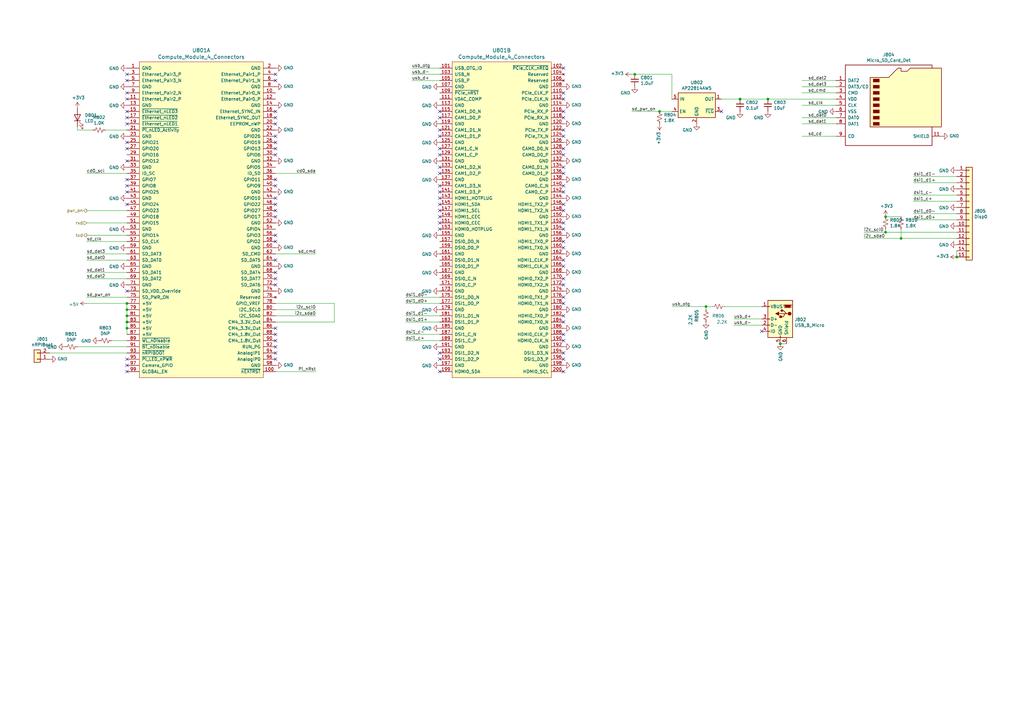
<source format=kicad_sch>
(kicad_sch (version 20210621) (generator eeschema)

  (uuid 35d3b109-c67b-4001-bcca-e2c0de065c47)

  (paper "A3")

  (lib_symbols
    (symbol "Connector:USB_B_Mini" (pin_names (offset 1.016)) (in_bom yes) (on_board yes)
      (property "Reference" "J" (id 0) (at -5.08 11.43 0)
        (effects (font (size 1.27 1.27)) (justify left))
      )
      (property "Value" "USB_B_Mini" (id 1) (at -5.08 8.89 0)
        (effects (font (size 1.27 1.27)) (justify left))
      )
      (property "Footprint" "" (id 2) (at 3.81 -1.27 0)
        (effects (font (size 1.27 1.27)) hide)
      )
      (property "Datasheet" "~" (id 3) (at 3.81 -1.27 0)
        (effects (font (size 1.27 1.27)) hide)
      )
      (property "ki_keywords" "connector USB mini" (id 4) (at 0 0 0)
        (effects (font (size 1.27 1.27)) hide)
      )
      (property "ki_description" "USB Mini Type B connector" (id 5) (at 0 0 0)
        (effects (font (size 1.27 1.27)) hide)
      )
      (property "ki_fp_filters" "USB*" (id 6) (at 0 0 0)
        (effects (font (size 1.27 1.27)) hide)
      )
      (symbol "USB_B_Mini_0_1"
        (rectangle (start -5.08 -7.62) (end 5.08 7.62)
          (stroke (width 0.254) (type default) (color 0 0 0 0))
          (fill (type background))
        )
        (circle (center -3.81 2.159) (radius 0.635) (stroke (width 0.254))           (stroke (width 0.254) (type default) (color 0 0 0 0))
          (fill (type outline))
        )
        (circle (center -0.635 3.429) (radius 0.381) (stroke (width 0.254))           (stroke (width 0.254) (type default) (color 0 0 0 0))
          (fill (type outline))
        )
        (rectangle (start -0.127 -7.62) (end 0.127 -6.858)
          (stroke (width 0) (type default) (color 0 0 0 0))
          (fill (type none))
        )
        (polyline
          (pts
            (xy -1.905 2.159)
            (xy 0.635 2.159)
          )
          (stroke (width 0.254) (type default) (color 0 0 0 0))
          (fill (type none))
        )
        (polyline
          (pts
            (xy -3.175 2.159)
            (xy -2.54 2.159)
            (xy -1.27 3.429)
            (xy -0.635 3.429)
          )
          (stroke (width 0.254) (type default) (color 0 0 0 0))
          (fill (type none))
        )
        (polyline
          (pts
            (xy -2.54 2.159)
            (xy -1.905 2.159)
            (xy -1.27 0.889)
            (xy 0 0.889)
          )
          (stroke (width 0.254) (type default) (color 0 0 0 0))
          (fill (type none))
        )
        (polyline
          (pts
            (xy 0.635 2.794)
            (xy 0.635 1.524)
            (xy 1.905 2.159)
            (xy 0.635 2.794)
          )
          (stroke (width 0.254) (type default) (color 0 0 0 0))
          (fill (type outline))
        )
        (polyline
          (pts
            (xy -4.318 5.588)
            (xy -1.778 5.588)
            (xy -2.032 4.826)
            (xy -4.064 4.826)
            (xy -4.318 5.588)
          )
          (stroke (width 0) (type default) (color 0 0 0 0))
          (fill (type outline))
        )
        (polyline
          (pts
            (xy -4.699 5.842)
            (xy -4.699 5.588)
            (xy -4.445 4.826)
            (xy -4.445 4.572)
            (xy -1.651 4.572)
            (xy -1.651 4.826)
            (xy -1.397 5.588)
            (xy -1.397 5.842)
            (xy -4.699 5.842)
          )
          (stroke (width 0) (type default) (color 0 0 0 0))
          (fill (type none))
        )
        (rectangle (start 0.254 1.27) (end -0.508 0.508)
          (stroke (width 0.254) (type default) (color 0 0 0 0))
          (fill (type outline))
        )
        (rectangle (start 5.08 -5.207) (end 4.318 -4.953)
          (stroke (width 0) (type default) (color 0 0 0 0))
          (fill (type none))
        )
        (rectangle (start 5.08 -2.667) (end 4.318 -2.413)
          (stroke (width 0) (type default) (color 0 0 0 0))
          (fill (type none))
        )
        (rectangle (start 5.08 -0.127) (end 4.318 0.127)
          (stroke (width 0) (type default) (color 0 0 0 0))
          (fill (type none))
        )
        (rectangle (start 5.08 4.953) (end 4.318 5.207)
          (stroke (width 0) (type default) (color 0 0 0 0))
          (fill (type none))
        )
      )
      (symbol "USB_B_Mini_1_1"
        (pin power_out line (at 7.62 5.08 180) (length 2.54)
          (name "VBUS" (effects (font (size 1.27 1.27))))
          (number "1" (effects (font (size 1.27 1.27))))
        )
        (pin bidirectional line (at 7.62 -2.54 180) (length 2.54)
          (name "D-" (effects (font (size 1.27 1.27))))
          (number "2" (effects (font (size 1.27 1.27))))
        )
        (pin bidirectional line (at 7.62 0 180) (length 2.54)
          (name "D+" (effects (font (size 1.27 1.27))))
          (number "3" (effects (font (size 1.27 1.27))))
        )
        (pin passive line (at 7.62 -5.08 180) (length 2.54)
          (name "ID" (effects (font (size 1.27 1.27))))
          (number "4" (effects (font (size 1.27 1.27))))
        )
        (pin power_out line (at 0 -10.16 90) (length 2.54)
          (name "GND" (effects (font (size 1.27 1.27))))
          (number "5" (effects (font (size 1.27 1.27))))
        )
        (pin passive line (at -2.54 -10.16 90) (length 2.54)
          (name "Shield" (effects (font (size 1.27 1.27))))
          (number "6" (effects (font (size 1.27 1.27))))
        )
      )
    )
    (symbol "Connector_Generic:Conn_01x02" (pin_names (offset 1.016) hide) (in_bom yes) (on_board yes)
      (property "Reference" "J" (id 0) (at 0 2.54 0)
        (effects (font (size 1.27 1.27)))
      )
      (property "Value" "Conn_01x02" (id 1) (at 0 -5.08 0)
        (effects (font (size 1.27 1.27)))
      )
      (property "Footprint" "" (id 2) (at 0 0 0)
        (effects (font (size 1.27 1.27)) hide)
      )
      (property "Datasheet" "~" (id 3) (at 0 0 0)
        (effects (font (size 1.27 1.27)) hide)
      )
      (property "ki_keywords" "connector" (id 4) (at 0 0 0)
        (effects (font (size 1.27 1.27)) hide)
      )
      (property "ki_description" "Generic connector, single row, 01x02, script generated (kicad-library-utils/schlib/autogen/connector/)" (id 5) (at 0 0 0)
        (effects (font (size 1.27 1.27)) hide)
      )
      (property "ki_fp_filters" "Connector*:*_1x??_*" (id 6) (at 0 0 0)
        (effects (font (size 1.27 1.27)) hide)
      )
      (symbol "Conn_01x02_1_1"
        (rectangle (start -1.27 -2.413) (end 0 -2.667)
          (stroke (width 0.1524) (type default) (color 0 0 0 0))
          (fill (type none))
        )
        (rectangle (start -1.27 0.127) (end 0 -0.127)
          (stroke (width 0.1524) (type default) (color 0 0 0 0))
          (fill (type none))
        )
        (rectangle (start -1.27 1.27) (end 1.27 -3.81)
          (stroke (width 0.254) (type default) (color 0 0 0 0))
          (fill (type background))
        )
        (pin passive line (at -5.08 0 0) (length 3.81)
          (name "Pin_1" (effects (font (size 1.27 1.27))))
          (number "1" (effects (font (size 1.27 1.27))))
        )
        (pin passive line (at -5.08 -2.54 0) (length 3.81)
          (name "Pin_2" (effects (font (size 1.27 1.27))))
          (number "2" (effects (font (size 1.27 1.27))))
        )
      )
    )
    (symbol "Connector_Generic:Conn_01x15" (pin_names (offset 1.016) hide) (in_bom yes) (on_board yes)
      (property "Reference" "J" (id 0) (at 0 20.32 0)
        (effects (font (size 1.27 1.27)))
      )
      (property "Value" "Conn_01x15" (id 1) (at 0 -20.32 0)
        (effects (font (size 1.27 1.27)))
      )
      (property "Footprint" "" (id 2) (at 0 0 0)
        (effects (font (size 1.27 1.27)) hide)
      )
      (property "Datasheet" "~" (id 3) (at 0 0 0)
        (effects (font (size 1.27 1.27)) hide)
      )
      (property "ki_keywords" "connector" (id 4) (at 0 0 0)
        (effects (font (size 1.27 1.27)) hide)
      )
      (property "ki_description" "Generic connector, single row, 01x15, script generated (kicad-library-utils/schlib/autogen/connector/)" (id 5) (at 0 0 0)
        (effects (font (size 1.27 1.27)) hide)
      )
      (property "ki_fp_filters" "Connector*:*_1x??_*" (id 6) (at 0 0 0)
        (effects (font (size 1.27 1.27)) hide)
      )
      (symbol "Conn_01x15_1_1"
        (rectangle (start -1.27 -17.653) (end 0 -17.907)
          (stroke (width 0.1524) (type default) (color 0 0 0 0))
          (fill (type none))
        )
        (rectangle (start -1.27 -15.113) (end 0 -15.367)
          (stroke (width 0.1524) (type default) (color 0 0 0 0))
          (fill (type none))
        )
        (rectangle (start -1.27 -12.573) (end 0 -12.827)
          (stroke (width 0.1524) (type default) (color 0 0 0 0))
          (fill (type none))
        )
        (rectangle (start -1.27 -10.033) (end 0 -10.287)
          (stroke (width 0.1524) (type default) (color 0 0 0 0))
          (fill (type none))
        )
        (rectangle (start -1.27 -7.493) (end 0 -7.747)
          (stroke (width 0.1524) (type default) (color 0 0 0 0))
          (fill (type none))
        )
        (rectangle (start -1.27 -4.953) (end 0 -5.207)
          (stroke (width 0.1524) (type default) (color 0 0 0 0))
          (fill (type none))
        )
        (rectangle (start -1.27 -2.413) (end 0 -2.667)
          (stroke (width 0.1524) (type default) (color 0 0 0 0))
          (fill (type none))
        )
        (rectangle (start -1.27 0.127) (end 0 -0.127)
          (stroke (width 0.1524) (type default) (color 0 0 0 0))
          (fill (type none))
        )
        (rectangle (start -1.27 2.667) (end 0 2.413)
          (stroke (width 0.1524) (type default) (color 0 0 0 0))
          (fill (type none))
        )
        (rectangle (start -1.27 5.207) (end 0 4.953)
          (stroke (width 0.1524) (type default) (color 0 0 0 0))
          (fill (type none))
        )
        (rectangle (start -1.27 7.747) (end 0 7.493)
          (stroke (width 0.1524) (type default) (color 0 0 0 0))
          (fill (type none))
        )
        (rectangle (start -1.27 10.287) (end 0 10.033)
          (stroke (width 0.1524) (type default) (color 0 0 0 0))
          (fill (type none))
        )
        (rectangle (start -1.27 12.827) (end 0 12.573)
          (stroke (width 0.1524) (type default) (color 0 0 0 0))
          (fill (type none))
        )
        (rectangle (start -1.27 15.367) (end 0 15.113)
          (stroke (width 0.1524) (type default) (color 0 0 0 0))
          (fill (type none))
        )
        (rectangle (start -1.27 17.907) (end 0 17.653)
          (stroke (width 0.1524) (type default) (color 0 0 0 0))
          (fill (type none))
        )
        (rectangle (start -1.27 19.05) (end 1.27 -19.05)
          (stroke (width 0.254) (type default) (color 0 0 0 0))
          (fill (type background))
        )
        (pin passive line (at -5.08 17.78 0) (length 3.81)
          (name "Pin_1" (effects (font (size 1.27 1.27))))
          (number "1" (effects (font (size 1.27 1.27))))
        )
        (pin passive line (at -5.08 -5.08 0) (length 3.81)
          (name "Pin_10" (effects (font (size 1.27 1.27))))
          (number "10" (effects (font (size 1.27 1.27))))
        )
        (pin passive line (at -5.08 -7.62 0) (length 3.81)
          (name "Pin_11" (effects (font (size 1.27 1.27))))
          (number "11" (effects (font (size 1.27 1.27))))
        )
        (pin passive line (at -5.08 -10.16 0) (length 3.81)
          (name "Pin_12" (effects (font (size 1.27 1.27))))
          (number "12" (effects (font (size 1.27 1.27))))
        )
        (pin passive line (at -5.08 -12.7 0) (length 3.81)
          (name "Pin_13" (effects (font (size 1.27 1.27))))
          (number "13" (effects (font (size 1.27 1.27))))
        )
        (pin passive line (at -5.08 -15.24 0) (length 3.81)
          (name "Pin_14" (effects (font (size 1.27 1.27))))
          (number "14" (effects (font (size 1.27 1.27))))
        )
        (pin passive line (at -5.08 -17.78 0) (length 3.81)
          (name "Pin_15" (effects (font (size 1.27 1.27))))
          (number "15" (effects (font (size 1.27 1.27))))
        )
        (pin passive line (at -5.08 15.24 0) (length 3.81)
          (name "Pin_2" (effects (font (size 1.27 1.27))))
          (number "2" (effects (font (size 1.27 1.27))))
        )
        (pin passive line (at -5.08 12.7 0) (length 3.81)
          (name "Pin_3" (effects (font (size 1.27 1.27))))
          (number "3" (effects (font (size 1.27 1.27))))
        )
        (pin passive line (at -5.08 10.16 0) (length 3.81)
          (name "Pin_4" (effects (font (size 1.27 1.27))))
          (number "4" (effects (font (size 1.27 1.27))))
        )
        (pin passive line (at -5.08 7.62 0) (length 3.81)
          (name "Pin_5" (effects (font (size 1.27 1.27))))
          (number "5" (effects (font (size 1.27 1.27))))
        )
        (pin passive line (at -5.08 5.08 0) (length 3.81)
          (name "Pin_6" (effects (font (size 1.27 1.27))))
          (number "6" (effects (font (size 1.27 1.27))))
        )
        (pin passive line (at -5.08 2.54 0) (length 3.81)
          (name "Pin_7" (effects (font (size 1.27 1.27))))
          (number "7" (effects (font (size 1.27 1.27))))
        )
        (pin passive line (at -5.08 0 0) (length 3.81)
          (name "Pin_8" (effects (font (size 1.27 1.27))))
          (number "8" (effects (font (size 1.27 1.27))))
        )
        (pin passive line (at -5.08 -2.54 0) (length 3.81)
          (name "Pin_9" (effects (font (size 1.27 1.27))))
          (number "9" (effects (font (size 1.27 1.27))))
        )
      )
    )
    (symbol "Device:C_Small" (pin_numbers hide) (pin_names (offset 0.254) hide) (in_bom yes) (on_board yes)
      (property "Reference" "C" (id 0) (at 0.254 1.778 0)
        (effects (font (size 1.27 1.27)) (justify left))
      )
      (property "Value" "C_Small" (id 1) (at 0.254 -2.032 0)
        (effects (font (size 1.27 1.27)) (justify left))
      )
      (property "Footprint" "" (id 2) (at 0 0 0)
        (effects (font (size 1.27 1.27)) hide)
      )
      (property "Datasheet" "~" (id 3) (at 0 0 0)
        (effects (font (size 1.27 1.27)) hide)
      )
      (property "ki_keywords" "capacitor cap" (id 4) (at 0 0 0)
        (effects (font (size 1.27 1.27)) hide)
      )
      (property "ki_description" "Unpolarized capacitor, small symbol" (id 5) (at 0 0 0)
        (effects (font (size 1.27 1.27)) hide)
      )
      (property "ki_fp_filters" "C_*" (id 6) (at 0 0 0)
        (effects (font (size 1.27 1.27)) hide)
      )
      (symbol "C_Small_0_1"
        (polyline
          (pts
            (xy -1.524 -0.508)
            (xy 1.524 -0.508)
          )
          (stroke (width 0.3302) (type default) (color 0 0 0 0))
          (fill (type none))
        )
        (polyline
          (pts
            (xy -1.524 0.508)
            (xy 1.524 0.508)
          )
          (stroke (width 0.3048) (type default) (color 0 0 0 0))
          (fill (type none))
        )
      )
      (symbol "C_Small_1_1"
        (pin passive line (at 0 2.54 270) (length 2.032)
          (name "~" (effects (font (size 1.27 1.27))))
          (number "1" (effects (font (size 1.27 1.27))))
        )
        (pin passive line (at 0 -2.54 90) (length 2.032)
          (name "~" (effects (font (size 1.27 1.27))))
          (number "2" (effects (font (size 1.27 1.27))))
        )
      )
    )
    (symbol "Device:LED" (pin_numbers hide) (pin_names (offset 1.016) hide) (in_bom yes) (on_board yes)
      (property "Reference" "D" (id 0) (at 0 2.54 0)
        (effects (font (size 1.27 1.27)))
      )
      (property "Value" "LED" (id 1) (at 0 -2.54 0)
        (effects (font (size 1.27 1.27)))
      )
      (property "Footprint" "" (id 2) (at 0 0 0)
        (effects (font (size 1.27 1.27)) hide)
      )
      (property "Datasheet" "~" (id 3) (at 0 0 0)
        (effects (font (size 1.27 1.27)) hide)
      )
      (property "ki_keywords" "LED diode" (id 4) (at 0 0 0)
        (effects (font (size 1.27 1.27)) hide)
      )
      (property "ki_description" "Light emitting diode" (id 5) (at 0 0 0)
        (effects (font (size 1.27 1.27)) hide)
      )
      (property "ki_fp_filters" "LED* LED_SMD:* LED_THT:*" (id 6) (at 0 0 0)
        (effects (font (size 1.27 1.27)) hide)
      )
      (symbol "LED_0_1"
        (polyline
          (pts
            (xy -1.27 -1.27)
            (xy -1.27 1.27)
          )
          (stroke (width 0.254) (type default) (color 0 0 0 0))
          (fill (type none))
        )
        (polyline
          (pts
            (xy -1.27 0)
            (xy 1.27 0)
          )
          (stroke (width 0) (type default) (color 0 0 0 0))
          (fill (type none))
        )
        (polyline
          (pts
            (xy 1.27 -1.27)
            (xy 1.27 1.27)
            (xy -1.27 0)
            (xy 1.27 -1.27)
          )
          (stroke (width 0.254) (type default) (color 0 0 0 0))
          (fill (type none))
        )
        (polyline
          (pts
            (xy -3.048 -0.762)
            (xy -4.572 -2.286)
            (xy -3.81 -2.286)
            (xy -4.572 -2.286)
            (xy -4.572 -1.524)
          )
          (stroke (width 0) (type default) (color 0 0 0 0))
          (fill (type none))
        )
        (polyline
          (pts
            (xy -1.778 -0.762)
            (xy -3.302 -2.286)
            (xy -2.54 -2.286)
            (xy -3.302 -2.286)
            (xy -3.302 -1.524)
          )
          (stroke (width 0) (type default) (color 0 0 0 0))
          (fill (type none))
        )
      )
      (symbol "LED_1_1"
        (pin passive line (at -3.81 0 0) (length 2.54)
          (name "K" (effects (font (size 1.27 1.27))))
          (number "1" (effects (font (size 1.27 1.27))))
        )
        (pin passive line (at 3.81 0 180) (length 2.54)
          (name "A" (effects (font (size 1.27 1.27))))
          (number "2" (effects (font (size 1.27 1.27))))
        )
      )
    )
    (symbol "Device:R_Small_US" (pin_numbers hide) (pin_names (offset 0.254) hide) (in_bom yes) (on_board yes)
      (property "Reference" "R" (id 0) (at 0.762 0.508 0)
        (effects (font (size 1.27 1.27)) (justify left))
      )
      (property "Value" "R_Small_US" (id 1) (at 0.762 -1.016 0)
        (effects (font (size 1.27 1.27)) (justify left))
      )
      (property "Footprint" "" (id 2) (at 0 0 0)
        (effects (font (size 1.27 1.27)) hide)
      )
      (property "Datasheet" "~" (id 3) (at 0 0 0)
        (effects (font (size 1.27 1.27)) hide)
      )
      (property "ki_keywords" "r resistor" (id 4) (at 0 0 0)
        (effects (font (size 1.27 1.27)) hide)
      )
      (property "ki_description" "Resistor, small US symbol" (id 5) (at 0 0 0)
        (effects (font (size 1.27 1.27)) hide)
      )
      (property "ki_fp_filters" "R_*" (id 6) (at 0 0 0)
        (effects (font (size 1.27 1.27)) hide)
      )
      (symbol "R_Small_US_1_1"
        (polyline
          (pts
            (xy 0 0)
            (xy 1.016 -0.381)
            (xy 0 -0.762)
            (xy -1.016 -1.143)
            (xy 0 -1.524)
          )
          (stroke (width 0) (type default) (color 0 0 0 0))
          (fill (type none))
        )
        (polyline
          (pts
            (xy 0 1.524)
            (xy 1.016 1.143)
            (xy 0 0.762)
            (xy -1.016 0.381)
            (xy 0 0)
          )
          (stroke (width 0) (type default) (color 0 0 0 0))
          (fill (type none))
        )
        (pin passive line (at 0 2.54 270) (length 1.016)
          (name "~" (effects (font (size 1.27 1.27))))
          (number "1" (effects (font (size 1.27 1.27))))
        )
        (pin passive line (at 0 -2.54 90) (length 1.016)
          (name "~" (effects (font (size 1.27 1.27))))
          (number "2" (effects (font (size 1.27 1.27))))
        )
      )
    )
    (symbol "Power_Management:AP22814AW5" (in_bom yes) (on_board yes)
      (property "Reference" "U" (id 0) (at -7.62 -6.35 0)
        (effects (font (size 1.27 1.27)) (justify left))
      )
      (property "Value" "AP22814AW5" (id 1) (at -7.62 6.35 0)
        (effects (font (size 1.27 1.27)) (justify left))
      )
      (property "Footprint" "Package_TO_SOT_SMD:SOT-23-5" (id 2) (at 0 -10.16 0)
        (effects (font (size 1.27 1.27)) hide)
      )
      (property "Datasheet" "https://www.diodes.com/assets/Datasheets/AP22804_14.pdf" (id 3) (at 0 1.27 0)
        (effects (font (size 1.27 1.27)) hide)
      )
      (property "ki_keywords" "Limit USB Active High" (id 4) (at 0 0 0)
        (effects (font (size 1.27 1.27)) hide)
      )
      (property "ki_description" "Current limited 3A power switch, single channel, SOT-23-5" (id 5) (at 0 0 0)
        (effects (font (size 1.27 1.27)) hide)
      )
      (property "ki_fp_filters" "SOT?23*" (id 6) (at 0 0 0)
        (effects (font (size 1.27 1.27)) hide)
      )
      (symbol "AP22814AW5_0_1"
        (rectangle (start -7.62 5.08) (end 7.62 -5.08)
          (stroke (width 0.254) (type default) (color 0 0 0 0))
          (fill (type background))
        )
      )
      (symbol "AP22814AW5_1_1"
        (pin power_out line (at 10.16 2.54 180) (length 2.54)
          (name "OUT" (effects (font (size 1.27 1.27))))
          (number "1" (effects (font (size 1.27 1.27))))
        )
        (pin power_in line (at 0 -7.62 90) (length 2.54)
          (name "GND" (effects (font (size 1.27 1.27))))
          (number "2" (effects (font (size 1.27 1.27))))
        )
        (pin open_collector line (at 10.16 -2.54 180) (length 2.54)
          (name "~{FLG}" (effects (font (size 1.27 1.27))))
          (number "3" (effects (font (size 1.27 1.27))))
        )
        (pin input line (at -10.16 -2.54 0) (length 2.54)
          (name "EN" (effects (font (size 1.27 1.27))))
          (number "4" (effects (font (size 1.27 1.27))))
        )
        (pin power_in line (at -10.16 2.54 0) (length 2.54)
          (name "IN" (effects (font (size 1.27 1.27))))
          (number "5" (effects (font (size 1.27 1.27))))
        )
      )
    )
    (symbol "Raspberry_Pi_Compute_Module_4:Compute_Module_4_Connectors" (pin_names (offset 1.016)) (in_bom yes) (on_board yes)
      (property "Reference" "U" (id 0) (at 5.08 6.35 0)
        (effects (font (size 1.524 1.524)) (justify left))
      )
      (property "Value" "Raspberry_Pi_Compute_Module_4_Compute_Module_4_Connectors" (id 1) (at 5.08 3.81 0)
        (effects (font (size 1.524 1.524)) (justify left))
      )
      (property "Footprint" "" (id 2) (at 5.08 1.27 0)
        (effects (font (size 1.524 1.524)) (justify left) hide)
      )
      (property "Datasheet" "" (id 3) (at 5.08 -3.81 0)
        (effects (font (size 1.524 1.524)) (justify left) hide)
      )
      (property "ki_locked" "" (id 4) (at 0 0 0)
        (effects (font (size 1.27 1.27)))
      )
      (symbol "Compute_Module_4_Connectors_1_1"
        (rectangle (start 5.08 2.54) (end 55.88 -127)
          (stroke (width 0) (type default) (color 0 0 0 0))
          (fill (type background))
        )
        (pin power_in line (at 0 0 0) (length 5.08)
          (name "GND" (effects (font (size 1.27 1.27))))
          (number "1" (effects (font (size 1.27 1.27))))
        )
        (pin passive line (at 60.96 -10.16 180) (length 5.08)
          (name "Ethernet_Pair0_N" (effects (font (size 1.27 1.27))))
          (number "10" (effects (font (size 1.27 1.27))))
        )
        (pin output line (at 60.96 -124.46 180) (length 5.08)
          (name "~{nEXTRST}" (effects (font (size 1.27 1.27))))
          (number "100" (effects (font (size 1.27 1.27))))
        )
        (pin passive line (at 0 -12.7 0) (length 5.08)
          (name "Ethernet_Pair2_P" (effects (font (size 1.27 1.27))))
          (number "11" (effects (font (size 1.27 1.27))))
        )
        (pin passive line (at 60.96 -12.7 180) (length 5.08)
          (name "Ethernet_Pair0_P" (effects (font (size 1.27 1.27))))
          (number "12" (effects (font (size 1.27 1.27))))
        )
        (pin power_in line (at 0 -15.24 0) (length 5.08)
          (name "GND" (effects (font (size 1.27 1.27))))
          (number "13" (effects (font (size 1.27 1.27))))
        )
        (pin power_in line (at 60.96 -15.24 180) (length 5.08)
          (name "GND" (effects (font (size 1.27 1.27))))
          (number "14" (effects (font (size 1.27 1.27))))
        )
        (pin output line (at 0 -17.78 0) (length 5.08)
          (name "~{Ethernet_nLED3}" (effects (font (size 1.27 1.27))))
          (number "15" (effects (font (size 1.27 1.27))))
        )
        (pin input line (at 60.96 -17.78 180) (length 5.08)
          (name "Ethernet_SYNC_IN" (effects (font (size 1.27 1.27))))
          (number "16" (effects (font (size 1.27 1.27))))
        )
        (pin output line (at 0 -20.32 0) (length 5.08)
          (name "~{Ethernet_nLED2}" (effects (font (size 1.27 1.27))))
          (number "17" (effects (font (size 1.27 1.27))))
        )
        (pin input line (at 60.96 -20.32 180) (length 5.08)
          (name "Ethernet_SYNC_OUT" (effects (font (size 1.27 1.27))))
          (number "18" (effects (font (size 1.27 1.27))))
        )
        (pin output line (at 0 -22.86 0) (length 5.08)
          (name "~{Ethernet_nLED1}" (effects (font (size 1.27 1.27))))
          (number "19" (effects (font (size 1.27 1.27))))
        )
        (pin power_in line (at 60.96 0 180) (length 5.08)
          (name "GND" (effects (font (size 1.27 1.27))))
          (number "2" (effects (font (size 1.27 1.27))))
        )
        (pin passive line (at 60.96 -22.86 180) (length 5.08)
          (name "EEPROM_nWP" (effects (font (size 1.27 1.27))))
          (number "20" (effects (font (size 1.27 1.27))))
        )
        (pin open_collector line (at 0 -25.4 0) (length 5.08)
          (name "~{Pi_nLED_Activity}" (effects (font (size 1.27 1.27))))
          (number "21" (effects (font (size 1.27 1.27))))
        )
        (pin power_in line (at 60.96 -25.4 180) (length 5.08)
          (name "GND" (effects (font (size 1.27 1.27))))
          (number "22" (effects (font (size 1.27 1.27))))
        )
        (pin power_in line (at 0 -27.94 0) (length 5.08)
          (name "GND" (effects (font (size 1.27 1.27))))
          (number "23" (effects (font (size 1.27 1.27))))
        )
        (pin passive line (at 60.96 -27.94 180) (length 5.08)
          (name "GPIO26" (effects (font (size 1.27 1.27))))
          (number "24" (effects (font (size 1.27 1.27))))
        )
        (pin passive line (at 0 -30.48 0) (length 5.08)
          (name "GPIO21" (effects (font (size 1.27 1.27))))
          (number "25" (effects (font (size 1.27 1.27))))
        )
        (pin passive line (at 60.96 -30.48 180) (length 5.08)
          (name "GPIO19" (effects (font (size 1.27 1.27))))
          (number "26" (effects (font (size 1.27 1.27))))
        )
        (pin passive line (at 0 -33.02 0) (length 5.08)
          (name "GPIO20" (effects (font (size 1.27 1.27))))
          (number "27" (effects (font (size 1.27 1.27))))
        )
        (pin passive line (at 60.96 -33.02 180) (length 5.08)
          (name "GPIO13" (effects (font (size 1.27 1.27))))
          (number "28" (effects (font (size 1.27 1.27))))
        )
        (pin passive line (at 0 -35.56 0) (length 5.08)
          (name "GPIO16" (effects (font (size 1.27 1.27))))
          (number "29" (effects (font (size 1.27 1.27))))
        )
        (pin passive line (at 0 -2.54 0) (length 5.08)
          (name "Ethernet_Pair3_P" (effects (font (size 1.27 1.27))))
          (number "3" (effects (font (size 1.27 1.27))))
        )
        (pin passive line (at 60.96 -35.56 180) (length 5.08)
          (name "GPIO6" (effects (font (size 1.27 1.27))))
          (number "30" (effects (font (size 1.27 1.27))))
        )
        (pin passive line (at 0 -38.1 0) (length 5.08)
          (name "GPIO12" (effects (font (size 1.27 1.27))))
          (number "31" (effects (font (size 1.27 1.27))))
        )
        (pin power_in line (at 60.96 -38.1 180) (length 5.08)
          (name "GND" (effects (font (size 1.27 1.27))))
          (number "32" (effects (font (size 1.27 1.27))))
        )
        (pin power_in line (at 0 -40.64 0) (length 5.08)
          (name "GND" (effects (font (size 1.27 1.27))))
          (number "33" (effects (font (size 1.27 1.27))))
        )
        (pin passive line (at 60.96 -40.64 180) (length 5.08)
          (name "GPIO5" (effects (font (size 1.27 1.27))))
          (number "34" (effects (font (size 1.27 1.27))))
        )
        (pin passive line (at 0 -43.18 0) (length 5.08)
          (name "ID_SC" (effects (font (size 1.27 1.27))))
          (number "35" (effects (font (size 1.27 1.27))))
        )
        (pin passive line (at 60.96 -43.18 180) (length 5.08)
          (name "ID_SD" (effects (font (size 1.27 1.27))))
          (number "36" (effects (font (size 1.27 1.27))))
        )
        (pin passive line (at 0 -45.72 0) (length 5.08)
          (name "GPIO7" (effects (font (size 1.27 1.27))))
          (number "37" (effects (font (size 1.27 1.27))))
        )
        (pin passive line (at 60.96 -45.72 180) (length 5.08)
          (name "GPIO11" (effects (font (size 1.27 1.27))))
          (number "38" (effects (font (size 1.27 1.27))))
        )
        (pin passive line (at 0 -48.26 0) (length 5.08)
          (name "GPIO8" (effects (font (size 1.27 1.27))))
          (number "39" (effects (font (size 1.27 1.27))))
        )
        (pin passive line (at 60.96 -2.54 180) (length 5.08)
          (name "Ethernet_Pair1_P" (effects (font (size 1.27 1.27))))
          (number "4" (effects (font (size 1.27 1.27))))
        )
        (pin passive line (at 60.96 -48.26 180) (length 5.08)
          (name "GPIO9" (effects (font (size 1.27 1.27))))
          (number "40" (effects (font (size 1.27 1.27))))
        )
        (pin passive line (at 0 -50.8 0) (length 5.08)
          (name "GPIO25" (effects (font (size 1.27 1.27))))
          (number "41" (effects (font (size 1.27 1.27))))
        )
        (pin power_in line (at 60.96 -50.8 180) (length 5.08)
          (name "GND" (effects (font (size 1.27 1.27))))
          (number "42" (effects (font (size 1.27 1.27))))
        )
        (pin power_in line (at 0 -53.34 0) (length 5.08)
          (name "GND" (effects (font (size 1.27 1.27))))
          (number "43" (effects (font (size 1.27 1.27))))
        )
        (pin passive line (at 60.96 -53.34 180) (length 5.08)
          (name "GPIO10" (effects (font (size 1.27 1.27))))
          (number "44" (effects (font (size 1.27 1.27))))
        )
        (pin passive line (at 0 -55.88 0) (length 5.08)
          (name "GPIO24" (effects (font (size 1.27 1.27))))
          (number "45" (effects (font (size 1.27 1.27))))
        )
        (pin passive line (at 60.96 -55.88 180) (length 5.08)
          (name "GPIO22" (effects (font (size 1.27 1.27))))
          (number "46" (effects (font (size 1.27 1.27))))
        )
        (pin passive line (at 0 -58.42 0) (length 5.08)
          (name "GPIO23" (effects (font (size 1.27 1.27))))
          (number "47" (effects (font (size 1.27 1.27))))
        )
        (pin passive line (at 60.96 -58.42 180) (length 5.08)
          (name "GPIO27" (effects (font (size 1.27 1.27))))
          (number "48" (effects (font (size 1.27 1.27))))
        )
        (pin passive line (at 0 -60.96 0) (length 5.08)
          (name "GPIO18" (effects (font (size 1.27 1.27))))
          (number "49" (effects (font (size 1.27 1.27))))
        )
        (pin passive line (at 0 -5.08 0) (length 5.08)
          (name "Ethernet_Pair3_N" (effects (font (size 1.27 1.27))))
          (number "5" (effects (font (size 1.27 1.27))))
        )
        (pin passive line (at 60.96 -60.96 180) (length 5.08)
          (name "GPIO17" (effects (font (size 1.27 1.27))))
          (number "50" (effects (font (size 1.27 1.27))))
        )
        (pin passive line (at 0 -63.5 0) (length 5.08)
          (name "GPIO15" (effects (font (size 1.27 1.27))))
          (number "51" (effects (font (size 1.27 1.27))))
        )
        (pin power_in line (at 60.96 -63.5 180) (length 5.08)
          (name "GND" (effects (font (size 1.27 1.27))))
          (number "52" (effects (font (size 1.27 1.27))))
        )
        (pin power_in line (at 0 -66.04 0) (length 5.08)
          (name "GND" (effects (font (size 1.27 1.27))))
          (number "53" (effects (font (size 1.27 1.27))))
        )
        (pin passive line (at 60.96 -66.04 180) (length 5.08)
          (name "GPIO4" (effects (font (size 1.27 1.27))))
          (number "54" (effects (font (size 1.27 1.27))))
        )
        (pin passive line (at 0 -68.58 0) (length 5.08)
          (name "GPIO14" (effects (font (size 1.27 1.27))))
          (number "55" (effects (font (size 1.27 1.27))))
        )
        (pin passive line (at 60.96 -68.58 180) (length 5.08)
          (name "GPIO3" (effects (font (size 1.27 1.27))))
          (number "56" (effects (font (size 1.27 1.27))))
        )
        (pin passive line (at 0 -71.12 0) (length 5.08)
          (name "SD_CLK" (effects (font (size 1.27 1.27))))
          (number "57" (effects (font (size 1.27 1.27))))
        )
        (pin passive line (at 60.96 -71.12 180) (length 5.08)
          (name "GPIO2" (effects (font (size 1.27 1.27))))
          (number "58" (effects (font (size 1.27 1.27))))
        )
        (pin power_in line (at 0 -73.66 0) (length 5.08)
          (name "GND" (effects (font (size 1.27 1.27))))
          (number "59" (effects (font (size 1.27 1.27))))
        )
        (pin passive line (at 60.96 -5.08 180) (length 5.08)
          (name "Ethernet_Pair1_N" (effects (font (size 1.27 1.27))))
          (number "6" (effects (font (size 1.27 1.27))))
        )
        (pin power_in line (at 60.96 -73.66 180) (length 5.08)
          (name "GND" (effects (font (size 1.27 1.27))))
          (number "60" (effects (font (size 1.27 1.27))))
        )
        (pin passive line (at 0 -76.2 0) (length 5.08)
          (name "SD_DAT3" (effects (font (size 1.27 1.27))))
          (number "61" (effects (font (size 1.27 1.27))))
        )
        (pin passive line (at 60.96 -76.2 180) (length 5.08)
          (name "SD_CMD" (effects (font (size 1.27 1.27))))
          (number "62" (effects (font (size 1.27 1.27))))
        )
        (pin passive line (at 0 -78.74 0) (length 5.08)
          (name "SD_DAT0" (effects (font (size 1.27 1.27))))
          (number "63" (effects (font (size 1.27 1.27))))
        )
        (pin passive line (at 60.96 -78.74 180) (length 5.08)
          (name "SD_DAT5" (effects (font (size 1.27 1.27))))
          (number "64" (effects (font (size 1.27 1.27))))
        )
        (pin power_in line (at 0 -81.28 0) (length 5.08)
          (name "GND" (effects (font (size 1.27 1.27))))
          (number "65" (effects (font (size 1.27 1.27))))
        )
        (pin power_in line (at 60.96 -81.28 180) (length 5.08)
          (name "GND" (effects (font (size 1.27 1.27))))
          (number "66" (effects (font (size 1.27 1.27))))
        )
        (pin passive line (at 0 -83.82 0) (length 5.08)
          (name "SD_DAT1" (effects (font (size 1.27 1.27))))
          (number "67" (effects (font (size 1.27 1.27))))
        )
        (pin passive line (at 60.96 -83.82 180) (length 5.08)
          (name "SD_DAT4" (effects (font (size 1.27 1.27))))
          (number "68" (effects (font (size 1.27 1.27))))
        )
        (pin passive line (at 0 -86.36 0) (length 5.08)
          (name "SD_DAT2" (effects (font (size 1.27 1.27))))
          (number "69" (effects (font (size 1.27 1.27))))
        )
        (pin power_in line (at 0 -7.62 0) (length 5.08)
          (name "GND" (effects (font (size 1.27 1.27))))
          (number "7" (effects (font (size 1.27 1.27))))
        )
        (pin passive line (at 60.96 -86.36 180) (length 5.08)
          (name "SD_DAT7" (effects (font (size 1.27 1.27))))
          (number "70" (effects (font (size 1.27 1.27))))
        )
        (pin power_in line (at 0 -88.9 0) (length 5.08)
          (name "GND" (effects (font (size 1.27 1.27))))
          (number "71" (effects (font (size 1.27 1.27))))
        )
        (pin passive line (at 60.96 -88.9 180) (length 5.08)
          (name "SD_DAT6" (effects (font (size 1.27 1.27))))
          (number "72" (effects (font (size 1.27 1.27))))
        )
        (pin input line (at 0 -91.44 0) (length 5.08)
          (name "SD_VDD_Override" (effects (font (size 1.27 1.27))))
          (number "73" (effects (font (size 1.27 1.27))))
        )
        (pin power_in line (at 60.96 -91.44 180) (length 5.08)
          (name "GND" (effects (font (size 1.27 1.27))))
          (number "74" (effects (font (size 1.27 1.27))))
        )
        (pin output line (at 0 -93.98 0) (length 5.08)
          (name "SD_PWR_ON" (effects (font (size 1.27 1.27))))
          (number "75" (effects (font (size 1.27 1.27))))
        )
        (pin no_connect line (at 60.96 -93.98 180) (length 5.08)
          (name "Reserved" (effects (font (size 1.27 1.27))))
          (number "76" (effects (font (size 1.27 1.27))))
        )
        (pin power_in line (at 0 -96.52 0) (length 5.08)
          (name "+5V" (effects (font (size 1.27 1.27))))
          (number "77" (effects (font (size 1.27 1.27))))
        )
        (pin power_in line (at 60.96 -96.52 180) (length 5.08)
          (name "GPIO_VREF" (effects (font (size 1.27 1.27))))
          (number "78" (effects (font (size 1.27 1.27))))
        )
        (pin power_in line (at 0 -99.06 0) (length 5.08)
          (name "+5V" (effects (font (size 1.27 1.27))))
          (number "79" (effects (font (size 1.27 1.27))))
        )
        (pin power_in line (at 60.96 -7.62 180) (length 5.08)
          (name "GND" (effects (font (size 1.27 1.27))))
          (number "8" (effects (font (size 1.27 1.27))))
        )
        (pin bidirectional line (at 60.96 -99.06 180) (length 5.08)
          (name "I2C_SCL0" (effects (font (size 1.27 1.27))))
          (number "80" (effects (font (size 1.27 1.27))))
        )
        (pin power_in line (at 0 -101.6 0) (length 5.08)
          (name "+5V" (effects (font (size 1.27 1.27))))
          (number "81" (effects (font (size 1.27 1.27))))
        )
        (pin bidirectional line (at 60.96 -101.6 180) (length 5.08)
          (name "I2C_SDA0" (effects (font (size 1.27 1.27))))
          (number "82" (effects (font (size 1.27 1.27))))
        )
        (pin power_in line (at 0 -104.14 0) (length 5.08)
          (name "+5V" (effects (font (size 1.27 1.27))))
          (number "83" (effects (font (size 1.27 1.27))))
        )
        (pin power_out line (at 60.96 -104.14 180) (length 5.08)
          (name "CM4_3.3V_Out" (effects (font (size 1.27 1.27))))
          (number "84" (effects (font (size 1.27 1.27))))
        )
        (pin power_in line (at 0 -106.68 0) (length 5.08)
          (name "+5V" (effects (font (size 1.27 1.27))))
          (number "85" (effects (font (size 1.27 1.27))))
        )
        (pin power_out line (at 60.96 -106.68 180) (length 5.08)
          (name "CM4_3.3V_Out" (effects (font (size 1.27 1.27))))
          (number "86" (effects (font (size 1.27 1.27))))
        )
        (pin power_in line (at 0 -109.22 0) (length 5.08)
          (name "+5V" (effects (font (size 1.27 1.27))))
          (number "87" (effects (font (size 1.27 1.27))))
        )
        (pin power_out line (at 60.96 -109.22 180) (length 5.08)
          (name "CM4_1.8V_Out" (effects (font (size 1.27 1.27))))
          (number "88" (effects (font (size 1.27 1.27))))
        )
        (pin input line (at 0 -111.76 0) (length 5.08)
          (name "~{WL_nDisable}" (effects (font (size 1.27 1.27))))
          (number "89" (effects (font (size 1.27 1.27))))
        )
        (pin passive line (at 0 -10.16 0) (length 5.08)
          (name "Ethernet_Pair2_N" (effects (font (size 1.27 1.27))))
          (number "9" (effects (font (size 1.27 1.27))))
        )
        (pin power_out line (at 60.96 -111.76 180) (length 5.08)
          (name "CM4_1.8V_Out" (effects (font (size 1.27 1.27))))
          (number "90" (effects (font (size 1.27 1.27))))
        )
        (pin input line (at 0 -114.3 0) (length 5.08)
          (name "~{BT_nDisable}" (effects (font (size 1.27 1.27))))
          (number "91" (effects (font (size 1.27 1.27))))
        )
        (pin passive line (at 60.96 -114.3 180) (length 5.08)
          (name "RUN_PG" (effects (font (size 1.27 1.27))))
          (number "92" (effects (font (size 1.27 1.27))))
        )
        (pin input line (at 0 -116.84 0) (length 5.08)
          (name "~{nRPIBOOT}" (effects (font (size 1.27 1.27))))
          (number "93" (effects (font (size 1.27 1.27))))
        )
        (pin passive line (at 60.96 -116.84 180) (length 5.08)
          (name "AnalogIP1" (effects (font (size 1.27 1.27))))
          (number "94" (effects (font (size 1.27 1.27))))
        )
        (pin output line (at 0 -119.38 0) (length 5.08)
          (name "~{PI_LED_nPWR}" (effects (font (size 1.27 1.27))))
          (number "95" (effects (font (size 1.27 1.27))))
        )
        (pin passive line (at 60.96 -119.38 180) (length 5.08)
          (name "AnalogIP0" (effects (font (size 1.27 1.27))))
          (number "96" (effects (font (size 1.27 1.27))))
        )
        (pin passive line (at 0 -121.92 0) (length 5.08)
          (name "Camera_GPIO" (effects (font (size 1.27 1.27))))
          (number "97" (effects (font (size 1.27 1.27))))
        )
        (pin power_in line (at 60.96 -121.92 180) (length 5.08)
          (name "GND" (effects (font (size 1.27 1.27))))
          (number "98" (effects (font (size 1.27 1.27))))
        )
        (pin input line (at 0 -124.46 0) (length 5.08)
          (name "GLOBAL_EN" (effects (font (size 1.27 1.27))))
          (number "99" (effects (font (size 1.27 1.27))))
        )
      )
      (symbol "Compute_Module_4_Connectors_2_1"
        (rectangle (start 5.08 2.54) (end 45.72 -127)
          (stroke (width 0) (type default) (color 0 0 0 0))
          (fill (type background))
        )
        (pin input line (at 0 0 0) (length 5.08)
          (name "USB_OTG_ID" (effects (font (size 1.27 1.27))))
          (number "101" (effects (font (size 1.27 1.27))))
        )
        (pin input line (at 50.8 0 180) (length 5.08)
          (name "~{PCIe_CLK_nREQ}" (effects (font (size 1.27 1.27))))
          (number "102" (effects (font (size 1.27 1.27))))
        )
        (pin passive line (at 0 -2.54 0) (length 5.08)
          (name "USB_N" (effects (font (size 1.27 1.27))))
          (number "103" (effects (font (size 1.27 1.27))))
        )
        (pin no_connect line (at 50.8 -2.54 180) (length 5.08)
          (name "Reserved" (effects (font (size 1.27 1.27))))
          (number "104" (effects (font (size 1.27 1.27))))
        )
        (pin passive line (at 0 -5.08 0) (length 5.08)
          (name "USB_P" (effects (font (size 1.27 1.27))))
          (number "105" (effects (font (size 1.27 1.27))))
        )
        (pin no_connect line (at 50.8 -5.08 180) (length 5.08)
          (name "Reserved" (effects (font (size 1.27 1.27))))
          (number "106" (effects (font (size 1.27 1.27))))
        )
        (pin power_in line (at 0 -7.62 0) (length 5.08)
          (name "GND" (effects (font (size 1.27 1.27))))
          (number "107" (effects (font (size 1.27 1.27))))
        )
        (pin power_in line (at 50.8 -7.62 180) (length 5.08)
          (name "GND" (effects (font (size 1.27 1.27))))
          (number "108" (effects (font (size 1.27 1.27))))
        )
        (pin output line (at 0 -10.16 0) (length 5.08)
          (name "~{PCIe_nRST}" (effects (font (size 1.27 1.27))))
          (number "109" (effects (font (size 1.27 1.27))))
        )
        (pin output line (at 50.8 -10.16 180) (length 5.08)
          (name "PCIe_CLK_P" (effects (font (size 1.27 1.27))))
          (number "110" (effects (font (size 1.27 1.27))))
        )
        (pin output line (at 0 -12.7 0) (length 5.08)
          (name "VDAC_COMP" (effects (font (size 1.27 1.27))))
          (number "111" (effects (font (size 1.27 1.27))))
        )
        (pin output line (at 50.8 -12.7 180) (length 5.08)
          (name "PCIe_CLK_N" (effects (font (size 1.27 1.27))))
          (number "112" (effects (font (size 1.27 1.27))))
        )
        (pin power_in line (at 0 -15.24 0) (length 5.08)
          (name "GND" (effects (font (size 1.27 1.27))))
          (number "113" (effects (font (size 1.27 1.27))))
        )
        (pin power_in line (at 50.8 -15.24 180) (length 5.08)
          (name "GND" (effects (font (size 1.27 1.27))))
          (number "114" (effects (font (size 1.27 1.27))))
        )
        (pin input line (at 0 -17.78 0) (length 5.08)
          (name "CAM1_D0_N" (effects (font (size 1.27 1.27))))
          (number "115" (effects (font (size 1.27 1.27))))
        )
        (pin input line (at 50.8 -17.78 180) (length 5.08)
          (name "PCIe_RX_P" (effects (font (size 1.27 1.27))))
          (number "116" (effects (font (size 1.27 1.27))))
        )
        (pin input line (at 0 -20.32 0) (length 5.08)
          (name "CAM1_D0_P" (effects (font (size 1.27 1.27))))
          (number "117" (effects (font (size 1.27 1.27))))
        )
        (pin input line (at 50.8 -20.32 180) (length 5.08)
          (name "PCIe_RX_N" (effects (font (size 1.27 1.27))))
          (number "118" (effects (font (size 1.27 1.27))))
        )
        (pin power_in line (at 0 -22.86 0) (length 5.08)
          (name "GND" (effects (font (size 1.27 1.27))))
          (number "119" (effects (font (size 1.27 1.27))))
        )
        (pin power_in line (at 50.8 -22.86 180) (length 5.08)
          (name "GND" (effects (font (size 1.27 1.27))))
          (number "120" (effects (font (size 1.27 1.27))))
        )
        (pin input line (at 0 -25.4 0) (length 5.08)
          (name "CAM1_D1_N" (effects (font (size 1.27 1.27))))
          (number "121" (effects (font (size 1.27 1.27))))
        )
        (pin output line (at 50.8 -25.4 180) (length 5.08)
          (name "PCIe_TX_P" (effects (font (size 1.27 1.27))))
          (number "122" (effects (font (size 1.27 1.27))))
        )
        (pin input line (at 0 -27.94 0) (length 5.08)
          (name "CAM1_D1_P" (effects (font (size 1.27 1.27))))
          (number "123" (effects (font (size 1.27 1.27))))
        )
        (pin output line (at 50.8 -27.94 180) (length 5.08)
          (name "PCIe_TX_N" (effects (font (size 1.27 1.27))))
          (number "124" (effects (font (size 1.27 1.27))))
        )
        (pin power_in line (at 0 -30.48 0) (length 5.08)
          (name "GND" (effects (font (size 1.27 1.27))))
          (number "125" (effects (font (size 1.27 1.27))))
        )
        (pin power_in line (at 50.8 -30.48 180) (length 5.08)
          (name "GND" (effects (font (size 1.27 1.27))))
          (number "126" (effects (font (size 1.27 1.27))))
        )
        (pin input line (at 0 -33.02 0) (length 5.08)
          (name "CAM1_C_N" (effects (font (size 1.27 1.27))))
          (number "127" (effects (font (size 1.27 1.27))))
        )
        (pin input line (at 50.8 -33.02 180) (length 5.08)
          (name "CAM0_D0_N" (effects (font (size 1.27 1.27))))
          (number "128" (effects (font (size 1.27 1.27))))
        )
        (pin input line (at 0 -35.56 0) (length 5.08)
          (name "CAM1_C_P" (effects (font (size 1.27 1.27))))
          (number "129" (effects (font (size 1.27 1.27))))
        )
        (pin input line (at 50.8 -35.56 180) (length 5.08)
          (name "CAM0_D0_P" (effects (font (size 1.27 1.27))))
          (number "130" (effects (font (size 1.27 1.27))))
        )
        (pin power_in line (at 0 -38.1 0) (length 5.08)
          (name "GND" (effects (font (size 1.27 1.27))))
          (number "131" (effects (font (size 1.27 1.27))))
        )
        (pin power_in line (at 50.8 -38.1 180) (length 5.08)
          (name "GND" (effects (font (size 1.27 1.27))))
          (number "132" (effects (font (size 1.27 1.27))))
        )
        (pin input line (at 0 -40.64 0) (length 5.08)
          (name "CAM1_D2_N" (effects (font (size 1.27 1.27))))
          (number "133" (effects (font (size 1.27 1.27))))
        )
        (pin input line (at 50.8 -40.64 180) (length 5.08)
          (name "CAM0_D1_N" (effects (font (size 1.27 1.27))))
          (number "134" (effects (font (size 1.27 1.27))))
        )
        (pin input line (at 0 -43.18 0) (length 5.08)
          (name "CAM1_D2_P" (effects (font (size 1.27 1.27))))
          (number "135" (effects (font (size 1.27 1.27))))
        )
        (pin input line (at 50.8 -43.18 180) (length 5.08)
          (name "CAM0_D1_P" (effects (font (size 1.27 1.27))))
          (number "136" (effects (font (size 1.27 1.27))))
        )
        (pin power_in line (at 0 -45.72 0) (length 5.08)
          (name "GND" (effects (font (size 1.27 1.27))))
          (number "137" (effects (font (size 1.27 1.27))))
        )
        (pin power_in line (at 50.8 -45.72 180) (length 5.08)
          (name "GND" (effects (font (size 1.27 1.27))))
          (number "138" (effects (font (size 1.27 1.27))))
        )
        (pin input line (at 0 -48.26 0) (length 5.08)
          (name "CAM1_D3_N" (effects (font (size 1.27 1.27))))
          (number "139" (effects (font (size 1.27 1.27))))
        )
        (pin input line (at 50.8 -48.26 180) (length 5.08)
          (name "CAM0_C_N" (effects (font (size 1.27 1.27))))
          (number "140" (effects (font (size 1.27 1.27))))
        )
        (pin input line (at 0 -50.8 0) (length 5.08)
          (name "CAM1_D3_P" (effects (font (size 1.27 1.27))))
          (number "141" (effects (font (size 1.27 1.27))))
        )
        (pin input line (at 50.8 -50.8 180) (length 5.08)
          (name "CAM0_C_P" (effects (font (size 1.27 1.27))))
          (number "142" (effects (font (size 1.27 1.27))))
        )
        (pin input line (at 0 -53.34 0) (length 5.08)
          (name "HDMI1_HOTPLUG" (effects (font (size 1.27 1.27))))
          (number "143" (effects (font (size 1.27 1.27))))
        )
        (pin power_in line (at 50.8 -53.34 180) (length 5.08)
          (name "GND" (effects (font (size 1.27 1.27))))
          (number "144" (effects (font (size 1.27 1.27))))
        )
        (pin bidirectional line (at 0 -55.88 0) (length 5.08)
          (name "HDMI1_SDA" (effects (font (size 1.27 1.27))))
          (number "145" (effects (font (size 1.27 1.27))))
        )
        (pin output line (at 50.8 -55.88 180) (length 5.08)
          (name "HDMI1_TX2_P" (effects (font (size 1.27 1.27))))
          (number "146" (effects (font (size 1.27 1.27))))
        )
        (pin open_collector line (at 0 -58.42 0) (length 5.08)
          (name "HDMI1_SCL" (effects (font (size 1.27 1.27))))
          (number "147" (effects (font (size 1.27 1.27))))
        )
        (pin output line (at 50.8 -58.42 180) (length 5.08)
          (name "HDMI1_TX2_N" (effects (font (size 1.27 1.27))))
          (number "148" (effects (font (size 1.27 1.27))))
        )
        (pin open_collector line (at 0 -60.96 0) (length 5.08)
          (name "HDMI1_CEC" (effects (font (size 1.27 1.27))))
          (number "149" (effects (font (size 1.27 1.27))))
        )
        (pin power_in line (at 50.8 -60.96 180) (length 5.08)
          (name "GND" (effects (font (size 1.27 1.27))))
          (number "150" (effects (font (size 1.27 1.27))))
        )
        (pin open_collector line (at 0 -63.5 0) (length 5.08)
          (name "HDMI0_CEC" (effects (font (size 1.27 1.27))))
          (number "151" (effects (font (size 1.27 1.27))))
        )
        (pin output line (at 50.8 -63.5 180) (length 5.08)
          (name "HDMI1_TX1_P" (effects (font (size 1.27 1.27))))
          (number "152" (effects (font (size 1.27 1.27))))
        )
        (pin input line (at 0 -66.04 0) (length 5.08)
          (name "HDMI0_HOTPLUG" (effects (font (size 1.27 1.27))))
          (number "153" (effects (font (size 1.27 1.27))))
        )
        (pin output line (at 50.8 -66.04 180) (length 5.08)
          (name "HDMI1_TX1_N" (effects (font (size 1.27 1.27))))
          (number "154" (effects (font (size 1.27 1.27))))
        )
        (pin power_in line (at 0 -68.58 0) (length 5.08)
          (name "GND" (effects (font (size 1.27 1.27))))
          (number "155" (effects (font (size 1.27 1.27))))
        )
        (pin power_in line (at 50.8 -68.58 180) (length 5.08)
          (name "GND" (effects (font (size 1.27 1.27))))
          (number "156" (effects (font (size 1.27 1.27))))
        )
        (pin output line (at 0 -71.12 0) (length 5.08)
          (name "DSI0_D0_N" (effects (font (size 1.27 1.27))))
          (number "157" (effects (font (size 1.27 1.27))))
        )
        (pin output line (at 50.8 -71.12 180) (length 5.08)
          (name "HDMI1_TX0_P" (effects (font (size 1.27 1.27))))
          (number "158" (effects (font (size 1.27 1.27))))
        )
        (pin output line (at 0 -73.66 0) (length 5.08)
          (name "DSI0_D0_P" (effects (font (size 1.27 1.27))))
          (number "159" (effects (font (size 1.27 1.27))))
        )
        (pin output line (at 50.8 -73.66 180) (length 5.08)
          (name "HDMI1_TX0_N" (effects (font (size 1.27 1.27))))
          (number "160" (effects (font (size 1.27 1.27))))
        )
        (pin power_in line (at 0 -76.2 0) (length 5.08)
          (name "GND" (effects (font (size 1.27 1.27))))
          (number "161" (effects (font (size 1.27 1.27))))
        )
        (pin power_in line (at 50.8 -76.2 180) (length 5.08)
          (name "GND" (effects (font (size 1.27 1.27))))
          (number "162" (effects (font (size 1.27 1.27))))
        )
        (pin output line (at 0 -78.74 0) (length 5.08)
          (name "DSI0_D1_N" (effects (font (size 1.27 1.27))))
          (number "163" (effects (font (size 1.27 1.27))))
        )
        (pin output line (at 50.8 -78.74 180) (length 5.08)
          (name "HDMI1_CLK_P" (effects (font (size 1.27 1.27))))
          (number "164" (effects (font (size 1.27 1.27))))
        )
        (pin output line (at 0 -81.28 0) (length 5.08)
          (name "DSI0_D1_P" (effects (font (size 1.27 1.27))))
          (number "165" (effects (font (size 1.27 1.27))))
        )
        (pin output line (at 50.8 -81.28 180) (length 5.08)
          (name "HDMI1_CLK_N" (effects (font (size 1.27 1.27))))
          (number "166" (effects (font (size 1.27 1.27))))
        )
        (pin power_in line (at 0 -83.82 0) (length 5.08)
          (name "GND" (effects (font (size 1.27 1.27))))
          (number "167" (effects (font (size 1.27 1.27))))
        )
        (pin power_in line (at 50.8 -83.82 180) (length 5.08)
          (name "GND" (effects (font (size 1.27 1.27))))
          (number "168" (effects (font (size 1.27 1.27))))
        )
        (pin output line (at 0 -86.36 0) (length 5.08)
          (name "DSI0_C_N" (effects (font (size 1.27 1.27))))
          (number "169" (effects (font (size 1.27 1.27))))
        )
        (pin output line (at 50.8 -86.36 180) (length 5.08)
          (name "HDMI0_TX2_P" (effects (font (size 1.27 1.27))))
          (number "170" (effects (font (size 1.27 1.27))))
        )
        (pin output line (at 0 -88.9 0) (length 5.08)
          (name "DSI0_C_P" (effects (font (size 1.27 1.27))))
          (number "171" (effects (font (size 1.27 1.27))))
        )
        (pin output line (at 50.8 -88.9 180) (length 5.08)
          (name "HDMI0_TX2_N" (effects (font (size 1.27 1.27))))
          (number "172" (effects (font (size 1.27 1.27))))
        )
        (pin power_in line (at 0 -91.44 0) (length 5.08)
          (name "GND" (effects (font (size 1.27 1.27))))
          (number "173" (effects (font (size 1.27 1.27))))
        )
        (pin power_in line (at 50.8 -91.44 180) (length 5.08)
          (name "GND" (effects (font (size 1.27 1.27))))
          (number "174" (effects (font (size 1.27 1.27))))
        )
        (pin output line (at 0 -93.98 0) (length 5.08)
          (name "DSI1_D0_N" (effects (font (size 1.27 1.27))))
          (number "175" (effects (font (size 1.27 1.27))))
        )
        (pin output line (at 50.8 -93.98 180) (length 5.08)
          (name "HDMI0_TX1_P" (effects (font (size 1.27 1.27))))
          (number "176" (effects (font (size 1.27 1.27))))
        )
        (pin output line (at 0 -96.52 0) (length 5.08)
          (name "DSI1_D0_P" (effects (font (size 1.27 1.27))))
          (number "177" (effects (font (size 1.27 1.27))))
        )
        (pin output line (at 50.8 -96.52 180) (length 5.08)
          (name "HDMI0_TX1_N" (effects (font (size 1.27 1.27))))
          (number "178" (effects (font (size 1.27 1.27))))
        )
        (pin power_in line (at 0 -99.06 0) (length 5.08)
          (name "GND" (effects (font (size 1.27 1.27))))
          (number "179" (effects (font (size 1.27 1.27))))
        )
        (pin power_in line (at 50.8 -99.06 180) (length 5.08)
          (name "GND" (effects (font (size 1.27 1.27))))
          (number "180" (effects (font (size 1.27 1.27))))
        )
        (pin output line (at 0 -101.6 0) (length 5.08)
          (name "DSI1_D1_N" (effects (font (size 1.27 1.27))))
          (number "181" (effects (font (size 1.27 1.27))))
        )
        (pin output line (at 50.8 -101.6 180) (length 5.08)
          (name "HDMI0_TX0_P" (effects (font (size 1.27 1.27))))
          (number "182" (effects (font (size 1.27 1.27))))
        )
        (pin output line (at 0 -104.14 0) (length 5.08)
          (name "DSI1_D1_P" (effects (font (size 1.27 1.27))))
          (number "183" (effects (font (size 1.27 1.27))))
        )
        (pin output line (at 50.8 -104.14 180) (length 5.08)
          (name "HDMI0_TX0_N" (effects (font (size 1.27 1.27))))
          (number "184" (effects (font (size 1.27 1.27))))
        )
        (pin power_in line (at 0 -106.68 0) (length 5.08)
          (name "GND" (effects (font (size 1.27 1.27))))
          (number "185" (effects (font (size 1.27 1.27))))
        )
        (pin power_in line (at 50.8 -106.68 180) (length 5.08)
          (name "GND" (effects (font (size 1.27 1.27))))
          (number "186" (effects (font (size 1.27 1.27))))
        )
        (pin output line (at 0 -109.22 0) (length 5.08)
          (name "DSI1_C_N" (effects (font (size 1.27 1.27))))
          (number "187" (effects (font (size 1.27 1.27))))
        )
        (pin output line (at 50.8 -109.22 180) (length 5.08)
          (name "HDMI0_CLK_P" (effects (font (size 1.27 1.27))))
          (number "188" (effects (font (size 1.27 1.27))))
        )
        (pin output line (at 0 -111.76 0) (length 5.08)
          (name "DSI1_C_P" (effects (font (size 1.27 1.27))))
          (number "189" (effects (font (size 1.27 1.27))))
        )
        (pin output line (at 50.8 -111.76 180) (length 5.08)
          (name "HDMI0_CLK_N" (effects (font (size 1.27 1.27))))
          (number "190" (effects (font (size 1.27 1.27))))
        )
        (pin power_in line (at 0 -114.3 0) (length 5.08)
          (name "GND" (effects (font (size 1.27 1.27))))
          (number "191" (effects (font (size 1.27 1.27))))
        )
        (pin power_in line (at 50.8 -114.3 180) (length 5.08)
          (name "GND" (effects (font (size 1.27 1.27))))
          (number "192" (effects (font (size 1.27 1.27))))
        )
        (pin output line (at 0 -116.84 0) (length 5.08)
          (name "DSI1_D2_N" (effects (font (size 1.27 1.27))))
          (number "193" (effects (font (size 1.27 1.27))))
        )
        (pin output line (at 50.8 -116.84 180) (length 5.08)
          (name "DSI1_D3_N" (effects (font (size 1.27 1.27))))
          (number "194" (effects (font (size 1.27 1.27))))
        )
        (pin output line (at 0 -119.38 0) (length 5.08)
          (name "DSI1_D2_P" (effects (font (size 1.27 1.27))))
          (number "195" (effects (font (size 1.27 1.27))))
        )
        (pin output line (at 50.8 -119.38 180) (length 5.08)
          (name "DSI1_D3_P" (effects (font (size 1.27 1.27))))
          (number "196" (effects (font (size 1.27 1.27))))
        )
        (pin power_in line (at 0 -121.92 0) (length 5.08)
          (name "GND" (effects (font (size 1.27 1.27))))
          (number "197" (effects (font (size 1.27 1.27))))
        )
        (pin power_in line (at 50.8 -121.92 180) (length 5.08)
          (name "GND" (effects (font (size 1.27 1.27))))
          (number "198" (effects (font (size 1.27 1.27))))
        )
        (pin bidirectional line (at 0 -124.46 0) (length 5.08)
          (name "HDMI0_SDA" (effects (font (size 1.27 1.27))))
          (number "199" (effects (font (size 1.27 1.27))))
        )
        (pin open_collector line (at 50.8 -124.46 180) (length 5.08)
          (name "HDMI0_SCL" (effects (font (size 1.27 1.27))))
          (number "200" (effects (font (size 1.27 1.27))))
        )
      )
    )
    (symbol "power:+3.3V" (power) (pin_names (offset 0)) (in_bom yes) (on_board yes)
      (property "Reference" "#PWR" (id 0) (at 0 -3.81 0)
        (effects (font (size 1.27 1.27)) hide)
      )
      (property "Value" "+3.3V" (id 1) (at 0 3.556 0)
        (effects (font (size 1.27 1.27)))
      )
      (property "Footprint" "" (id 2) (at 0 0 0)
        (effects (font (size 1.27 1.27)) hide)
      )
      (property "Datasheet" "" (id 3) (at 0 0 0)
        (effects (font (size 1.27 1.27)) hide)
      )
      (property "ki_keywords" "power-flag" (id 4) (at 0 0 0)
        (effects (font (size 1.27 1.27)) hide)
      )
      (property "ki_description" "Power symbol creates a global label with name \"+3.3V\"" (id 5) (at 0 0 0)
        (effects (font (size 1.27 1.27)) hide)
      )
      (symbol "+3.3V_0_1"
        (polyline
          (pts
            (xy -0.762 1.27)
            (xy 0 2.54)
          )
          (stroke (width 0) (type default) (color 0 0 0 0))
          (fill (type none))
        )
        (polyline
          (pts
            (xy 0 0)
            (xy 0 2.54)
          )
          (stroke (width 0) (type default) (color 0 0 0 0))
          (fill (type none))
        )
        (polyline
          (pts
            (xy 0 2.54)
            (xy 0.762 1.27)
          )
          (stroke (width 0) (type default) (color 0 0 0 0))
          (fill (type none))
        )
      )
      (symbol "+3.3V_1_1"
        (pin power_in line (at 0 0 90) (length 0) hide
          (name "+3V3" (effects (font (size 1.27 1.27))))
          (number "1" (effects (font (size 1.27 1.27))))
        )
      )
    )
    (symbol "power:+5V" (power) (pin_names (offset 0)) (in_bom yes) (on_board yes)
      (property "Reference" "#PWR" (id 0) (at 0 -3.81 0)
        (effects (font (size 1.27 1.27)) hide)
      )
      (property "Value" "+5V" (id 1) (at 0 3.556 0)
        (effects (font (size 1.27 1.27)))
      )
      (property "Footprint" "" (id 2) (at 0 0 0)
        (effects (font (size 1.27 1.27)) hide)
      )
      (property "Datasheet" "" (id 3) (at 0 0 0)
        (effects (font (size 1.27 1.27)) hide)
      )
      (property "ki_keywords" "power-flag" (id 4) (at 0 0 0)
        (effects (font (size 1.27 1.27)) hide)
      )
      (property "ki_description" "Power symbol creates a global label with name \"+5V\"" (id 5) (at 0 0 0)
        (effects (font (size 1.27 1.27)) hide)
      )
      (symbol "+5V_0_1"
        (polyline
          (pts
            (xy -0.762 1.27)
            (xy 0 2.54)
          )
          (stroke (width 0) (type default) (color 0 0 0 0))
          (fill (type none))
        )
        (polyline
          (pts
            (xy 0 0)
            (xy 0 2.54)
          )
          (stroke (width 0) (type default) (color 0 0 0 0))
          (fill (type none))
        )
        (polyline
          (pts
            (xy 0 2.54)
            (xy 0.762 1.27)
          )
          (stroke (width 0) (type default) (color 0 0 0 0))
          (fill (type none))
        )
      )
      (symbol "+5V_1_1"
        (pin power_in line (at 0 0 90) (length 0) hide
          (name "+5V" (effects (font (size 1.27 1.27))))
          (number "1" (effects (font (size 1.27 1.27))))
        )
      )
    )
    (symbol "power:GND" (power) (pin_names (offset 0)) (in_bom yes) (on_board yes)
      (property "Reference" "#PWR" (id 0) (at 0 -6.35 0)
        (effects (font (size 1.27 1.27)) hide)
      )
      (property "Value" "GND" (id 1) (at 0 -3.81 0)
        (effects (font (size 1.27 1.27)))
      )
      (property "Footprint" "" (id 2) (at 0 0 0)
        (effects (font (size 1.27 1.27)) hide)
      )
      (property "Datasheet" "" (id 3) (at 0 0 0)
        (effects (font (size 1.27 1.27)) hide)
      )
      (property "ki_keywords" "power-flag" (id 4) (at 0 0 0)
        (effects (font (size 1.27 1.27)) hide)
      )
      (property "ki_description" "Power symbol creates a global label with name \"GND\" , ground" (id 5) (at 0 0 0)
        (effects (font (size 1.27 1.27)) hide)
      )
      (symbol "GND_0_1"
        (polyline
          (pts
            (xy 0 0)
            (xy 0 -1.27)
            (xy 1.27 -1.27)
            (xy 0 -2.54)
            (xy -1.27 -1.27)
            (xy 0 -1.27)
          )
          (stroke (width 0) (type default) (color 0 0 0 0))
          (fill (type none))
        )
      )
      (symbol "GND_1_1"
        (pin power_in line (at 0 0 270) (length 0) hide
          (name "GND" (effects (font (size 1.27 1.27))))
          (number "1" (effects (font (size 1.27 1.27))))
        )
      )
    )
    (symbol "sub_board:Micro_SD_Card_Det" (pin_names (offset 1.016)) (in_bom yes) (on_board yes)
      (property "Reference" "J" (id 0) (at -16.51 17.78 0)
        (effects (font (size 1.27 1.27)))
      )
      (property "Value" "Micro_SD_Card_Det" (id 1) (at 16.51 17.78 0)
        (effects (font (size 1.27 1.27)) (justify right))
      )
      (property "Footprint" "" (id 2) (at 52.07 17.78 0)
        (effects (font (size 1.27 1.27)) hide)
      )
      (property "Datasheet" "https://www.hirose.com/product/en/download_file/key_name/DM3/category/Catalog/doc_file_id/49662/?file_category_id=4&item_id=195&is_series=1" (id 3) (at 0 2.54 0)
        (effects (font (size 1.27 1.27)) hide)
      )
      (property "ki_keywords" "connector SD microsd" (id 4) (at 0 0 0)
        (effects (font (size 1.27 1.27)) hide)
      )
      (property "ki_description" "Micro SD Card Socket with card detection pins" (id 5) (at 0 0 0)
        (effects (font (size 1.27 1.27)) hide)
      )
      (property "ki_fp_filters" "microSD*" (id 6) (at 0 0 0)
        (effects (font (size 1.27 1.27)) hide)
      )
      (symbol "Micro_SD_Card_Det_0_1"
        (rectangle (start -7.62 -6.985) (end -5.08 -8.255)
          (stroke (width 0) (type default) (color 0 0 0 0))
          (fill (type outline))
        )
        (rectangle (start -7.62 -4.445) (end -5.08 -5.715)
          (stroke (width 0) (type default) (color 0 0 0 0))
          (fill (type outline))
        )
        (rectangle (start -7.62 -1.905) (end -5.08 -3.175)
          (stroke (width 0) (type default) (color 0 0 0 0))
          (fill (type outline))
        )
        (rectangle (start -7.62 0.635) (end -5.08 -0.635)
          (stroke (width 0) (type default) (color 0 0 0 0))
          (fill (type outline))
        )
        (rectangle (start -7.62 3.175) (end -5.08 1.905)
          (stroke (width 0) (type default) (color 0 0 0 0))
          (fill (type outline))
        )
        (rectangle (start -7.62 5.715) (end -5.08 4.445)
          (stroke (width 0) (type default) (color 0 0 0 0))
          (fill (type outline))
        )
        (rectangle (start -7.62 8.255) (end -5.08 6.985)
          (stroke (width 0) (type default) (color 0 0 0 0))
          (fill (type outline))
        )
        (rectangle (start -7.62 10.795) (end -5.08 9.525)
          (stroke (width 0) (type default) (color 0 0 0 0))
          (fill (type outline))
        )
        (polyline
          (pts
            (xy 16.51 15.24)
            (xy 16.51 16.51)
            (xy -19.05 16.51)
            (xy -19.05 -16.51)
            (xy 16.51 -16.51)
            (xy 16.51 -8.89)
          )
          (stroke (width 0.254) (type default) (color 0 0 0 0))
          (fill (type none))
        )
        (polyline
          (pts
            (xy -8.89 -8.89)
            (xy -8.89 11.43)
            (xy -1.27 11.43)
            (xy 2.54 15.24)
            (xy 3.81 15.24)
            (xy 3.81 13.97)
            (xy 6.35 13.97)
            (xy 7.62 15.24)
            (xy 20.32 15.24)
            (xy 20.32 -8.89)
            (xy -8.89 -8.89)
          )
          (stroke (width 0.254) (type default) (color 0 0 0 0))
          (fill (type background))
        )
      )
      (symbol "Micro_SD_Card_Det_1_1"
        (pin bidirectional line (at -22.86 10.16 0) (length 3.81)
          (name "DAT2" (effects (font (size 1.27 1.27))))
          (number "1" (effects (font (size 1.27 1.27))))
        )
        (pin passive line (at 20.32 -12.7 180) (length 3.81)
          (name "SHIELD" (effects (font (size 1.27 1.27))))
          (number "11" (effects (font (size 1.27 1.27))))
        )
        (pin bidirectional line (at -22.86 7.62 0) (length 3.81)
          (name "DAT3/CD" (effects (font (size 1.27 1.27))))
          (number "2" (effects (font (size 1.27 1.27))))
        )
        (pin input line (at -22.86 5.08 0) (length 3.81)
          (name "CMD" (effects (font (size 1.27 1.27))))
          (number "3" (effects (font (size 1.27 1.27))))
        )
        (pin power_in line (at -22.86 2.54 0) (length 3.81)
          (name "VDD" (effects (font (size 1.27 1.27))))
          (number "4" (effects (font (size 1.27 1.27))))
        )
        (pin input line (at -22.86 0 0) (length 3.81)
          (name "CLK" (effects (font (size 1.27 1.27))))
          (number "5" (effects (font (size 1.27 1.27))))
        )
        (pin power_in line (at -22.86 -2.54 0) (length 3.81)
          (name "VSS" (effects (font (size 1.27 1.27))))
          (number "6" (effects (font (size 1.27 1.27))))
        )
        (pin bidirectional line (at -22.86 -5.08 0) (length 3.81)
          (name "DAT0" (effects (font (size 1.27 1.27))))
          (number "7" (effects (font (size 1.27 1.27))))
        )
        (pin bidirectional line (at -22.86 -7.62 0) (length 3.81)
          (name "DAT1" (effects (font (size 1.27 1.27))))
          (number "8" (effects (font (size 1.27 1.27))))
        )
        (pin passive line (at -22.86 -12.7 0) (length 3.81)
          (name "CD" (effects (font (size 1.27 1.27))))
          (number "9" (effects (font (size 1.27 1.27))))
        )
      )
    )
  )

  (junction (at 52.07 124.46) (diameter 0) (color 0 0 0 0))
  (junction (at 52.07 127) (diameter 0) (color 0 0 0 0))
  (junction (at 52.07 129.54) (diameter 0) (color 0 0 0 0))
  (junction (at 52.07 132.08) (diameter 0) (color 0 0 0 0))
  (junction (at 52.07 134.62) (diameter 0) (color 0 0 0 0))
  (junction (at 260.35 30.48) (diameter 0) (color 0 0 0 0))
  (junction (at 270.51 45.72) (diameter 0) (color 0 0 0 0))
  (junction (at 289.56 125.73) (diameter 0) (color 0 0 0 0))
  (junction (at 303.53 40.64) (diameter 0) (color 0 0 0 0))
  (junction (at 314.96 40.64) (diameter 0) (color 0 0 0 0))
  (junction (at 320.04 140.97) (diameter 0) (color 0 0 0 0))
  (junction (at 363.22 88.9) (diameter 0) (color 0 0 0 0))
  (junction (at 363.22 95.25) (diameter 0) (color 0 0 0 0))
  (junction (at 369.57 97.79) (diameter 0) (color 0 0 0 0))
  (junction (at 392.43 105.41) (diameter 0) (color 0 0 0 0))

  (no_connect (at 52.07 30.48) (uuid 0d3dd3cc-5e98-498f-bbed-0a54e87b613d))
  (no_connect (at 52.07 33.02) (uuid 38037128-63ce-4911-8900-fdcba016f306))
  (no_connect (at 52.07 38.1) (uuid 7cf0d0ca-0188-45f7-8aa7-c5526d04aa37))
  (no_connect (at 52.07 40.64) (uuid b0d19c36-b9bc-4f02-86cd-3ca483f3afd7))
  (no_connect (at 52.07 45.72) (uuid 4d17aec2-960e-4a3e-9c64-81c3d7220907))
  (no_connect (at 52.07 48.26) (uuid 55c21b46-9d40-45ce-a9eb-d0a6f4ac1307))
  (no_connect (at 52.07 50.8) (uuid 701d6b4d-e151-4fee-b01c-31f458124827))
  (no_connect (at 52.07 58.42) (uuid 6e028180-f9ea-4bdc-928f-08f0d879ccfe))
  (no_connect (at 52.07 60.96) (uuid 9424b943-e8fd-4216-baf5-84af6a8181b0))
  (no_connect (at 52.07 66.04) (uuid 29922acf-c66a-4fd6-9143-4fc56c526b11))
  (no_connect (at 52.07 73.66) (uuid 00a50915-592d-423b-9821-6b44e445615b))
  (no_connect (at 52.07 76.2) (uuid 373419e7-1031-43f6-85cf-471d4517822a))
  (no_connect (at 52.07 78.74) (uuid c93489c0-bfdf-4f85-9f0d-b64993ce7285))
  (no_connect (at 52.07 83.82) (uuid 735ac641-55e6-436d-9ed0-9ede162133f1))
  (no_connect (at 52.07 119.38) (uuid d926a9c2-52ed-48de-af47-49428a907825))
  (no_connect (at 52.07 147.32) (uuid 2200f8f8-5b38-43e7-b021-5b074f03890d))
  (no_connect (at 52.07 149.86) (uuid 3b58fe91-3d03-43d5-9d9f-71e32261fd46))
  (no_connect (at 52.07 152.4) (uuid 8f77ee8c-06fe-4c8b-b006-fae9c265f1c7))
  (no_connect (at 113.03 30.48) (uuid 7eeef2a0-8f5a-4358-8ba2-410434469b89))
  (no_connect (at 113.03 33.02) (uuid 2695e4be-fa89-4218-b8d0-d2f8c34f66ee))
  (no_connect (at 113.03 45.72) (uuid 15b98661-4c86-4bb9-82c1-0807d9e44cfa))
  (no_connect (at 113.03 48.26) (uuid 21e334d7-bcab-4d1d-be97-b0155999c5f1))
  (no_connect (at 113.03 50.8) (uuid 75be10bc-1952-466c-a395-8a150a4891b1))
  (no_connect (at 113.03 55.88) (uuid af3d6df7-6967-4b92-938b-936463e1e450))
  (no_connect (at 113.03 58.42) (uuid 3a2861ab-9266-4425-bc97-78a2a179e282))
  (no_connect (at 113.03 60.96) (uuid d4ded0a2-d0b8-4974-a174-68000ce6f2bf))
  (no_connect (at 113.03 63.5) (uuid 53618228-1525-4a3b-a735-4fd99344f18e))
  (no_connect (at 113.03 73.66) (uuid 58058e51-48b6-430d-b31c-a1fad3e6725e))
  (no_connect (at 113.03 76.2) (uuid 0b36f1fc-f364-491a-a428-6703c93f4a76))
  (no_connect (at 113.03 81.28) (uuid dc606aa6-c547-4131-a1da-a4876e35155d))
  (no_connect (at 113.03 83.82) (uuid 0b0d44fb-f1fa-4d91-a5a6-111efdb45e4a))
  (no_connect (at 113.03 86.36) (uuid 59f6ccfd-d139-4db6-958d-7609e6be571c))
  (no_connect (at 113.03 88.9) (uuid 0c81c410-80fa-495a-9eaa-81b5b315db26))
  (no_connect (at 113.03 96.52) (uuid b3075f34-e957-479c-a1b7-fbe39573f1f8))
  (no_connect (at 113.03 99.06) (uuid b507d931-9b23-4e5e-b877-5ec4c3f0016e))
  (no_connect (at 113.03 106.68) (uuid 0752294b-160b-4cd7-b513-16c426e9cf7e))
  (no_connect (at 113.03 111.76) (uuid 97d85fe8-ddf0-4513-a340-9e9291441b96))
  (no_connect (at 113.03 114.3) (uuid 6ed0be5c-42e8-43e8-828b-3bf38d54455d))
  (no_connect (at 113.03 116.84) (uuid aa68dfd6-e5bb-4589-9ab2-915d4e126d74))
  (no_connect (at 113.03 134.62) (uuid 56b269c5-1da7-4ab1-944b-ccad856a2e07))
  (no_connect (at 113.03 137.16) (uuid b98477d1-888f-42c8-9120-16dff0d869fb))
  (no_connect (at 113.03 139.7) (uuid 856b1da2-8fff-46f8-a16c-0f19ed50729c))
  (no_connect (at 113.03 142.24) (uuid faa89ed6-8c60-43fa-a7e9-4cfb3b3c6c0f))
  (no_connect (at 113.03 144.78) (uuid 302486fb-081b-4b2c-8190-86c98f61e69c))
  (no_connect (at 113.03 147.32) (uuid 79d9489d-831d-43c3-ae04-25e140aa3875))
  (no_connect (at 180.34 45.72) (uuid 0068cf6b-b6a7-41d0-8a80-211146b2b974))
  (no_connect (at 180.34 48.26) (uuid 25661cb3-5586-48b0-85d7-04de687e891d))
  (no_connect (at 180.34 53.34) (uuid 2aa7ef02-e88c-41a4-af43-1c1061362dbf))
  (no_connect (at 180.34 55.88) (uuid ae656d15-6361-4599-a3a2-f592e732f9d8))
  (no_connect (at 180.34 60.96) (uuid ede7ca7f-c905-49dc-9511-be53d939fb61))
  (no_connect (at 180.34 63.5) (uuid 1ea4d80d-b980-4c69-96f4-56599c9c0904))
  (no_connect (at 180.34 68.58) (uuid e3acebab-f32f-435e-a8e3-2fd12f21281b))
  (no_connect (at 180.34 71.12) (uuid 53d0311e-a63b-4d50-b647-0f3150e51d9b))
  (no_connect (at 180.34 76.2) (uuid f8fb8c25-ec9d-42db-8936-2149402966a8))
  (no_connect (at 180.34 78.74) (uuid 5c365cfb-5238-4817-ab73-fd8502c27f01))
  (no_connect (at 180.34 81.28) (uuid eefb6ac4-c5f8-46f2-94a5-0fcbbaf5dd98))
  (no_connect (at 180.34 83.82) (uuid 3a5a9324-55dc-4595-a9a9-6a41c74c3ac3))
  (no_connect (at 180.34 86.36) (uuid 20dd07e3-5048-4582-95f5-aa63a06d2545))
  (no_connect (at 180.34 88.9) (uuid a106baba-ff85-47b8-bc64-272bf4314b62))
  (no_connect (at 180.34 91.44) (uuid 8d500b00-1d3f-444c-9c37-b427330a7a71))
  (no_connect (at 180.34 93.98) (uuid e6f88f6b-96e6-46b4-8273-659cef6e9869))
  (no_connect (at 180.34 144.78) (uuid c1077f80-b8da-46e6-a6d0-f3260588613a))
  (no_connect (at 180.34 147.32) (uuid 28465031-5f07-4f80-b388-842e66f4e2dd))
  (no_connect (at 180.34 152.4) (uuid 5185d2ea-f14e-41d7-9709-dd991ce0f941))
  (no_connect (at 231.14 27.94) (uuid c5c8807d-be0e-400a-9825-85dc70002891))
  (no_connect (at 231.14 38.1) (uuid 34eb12dc-ad55-46ae-965b-ab39c8afe520))
  (no_connect (at 231.14 40.64) (uuid 94a64de0-b6fe-4d61-987f-fce9e8e3e916))
  (no_connect (at 231.14 45.72) (uuid 0d672670-2da7-4ba3-a9eb-ca3a3312d4a5))
  (no_connect (at 231.14 48.26) (uuid 4f85c040-5df5-4e4b-8e83-a7795065479b))
  (no_connect (at 231.14 53.34) (uuid 023d0774-6562-4593-acd8-53fbab74bd9a))
  (no_connect (at 231.14 55.88) (uuid f138577b-2a8a-4ee7-957a-ff06e76aca30))
  (no_connect (at 231.14 60.96) (uuid 76bc5058-bdc5-43d6-9cea-ccf3bae28e49))
  (no_connect (at 231.14 63.5) (uuid ff160a77-a508-49d7-bf81-45b6a2f2b5aa))
  (no_connect (at 231.14 68.58) (uuid f3f4d5d0-69df-4eb0-9ff9-8721081b9ee3))
  (no_connect (at 231.14 71.12) (uuid ad56cfe7-46cc-4e05-8770-28293c36e705))
  (no_connect (at 231.14 76.2) (uuid 2497aee0-209d-4dfa-8dcd-9d589ea24292))
  (no_connect (at 231.14 78.74) (uuid 8afff110-140a-4c5c-9ee3-d66fe8845d02))
  (no_connect (at 231.14 83.82) (uuid e02fc976-5bee-44ee-a341-da4fa0188db2))
  (no_connect (at 231.14 86.36) (uuid dcea0a74-5d4f-4e42-ba55-e1f2d5d34f3e))
  (no_connect (at 231.14 91.44) (uuid 0afb95a9-d75e-42f3-8b4e-d4cb77aa5504))
  (no_connect (at 231.14 93.98) (uuid fbf65295-562b-4d0d-80c4-acb83be880a0))
  (no_connect (at 231.14 99.06) (uuid 26317f50-b09b-444a-bc7f-2d3bb01e80de))
  (no_connect (at 231.14 101.6) (uuid 90ace8c1-104f-4423-bb89-1f8071eafcda))
  (no_connect (at 231.14 106.68) (uuid 7f522154-26cc-4007-b5bc-bfb8cceb8eb7))
  (no_connect (at 231.14 109.22) (uuid 6f939905-5817-4e87-a9f8-2a3b4fdd2331))
  (no_connect (at 231.14 114.3) (uuid 496a15e5-609e-4ae1-ab36-4c30651f45f5))
  (no_connect (at 231.14 116.84) (uuid 2a22b650-d78a-42a2-8a73-47d83aba6f82))
  (no_connect (at 231.14 121.92) (uuid eec302b8-8567-49ec-b7c7-35cc3afa8918))
  (no_connect (at 231.14 124.46) (uuid 01b9a8ec-3a34-4459-ae3b-9899a1e51284))
  (no_connect (at 231.14 129.54) (uuid 93f3deb5-07b3-4eb9-a28c-0b82b36dc310))
  (no_connect (at 231.14 132.08) (uuid 3b999659-78d0-4468-97e8-9800836ac618))
  (no_connect (at 231.14 137.16) (uuid 76302afe-63eb-4cf1-a7db-f3af25605f82))
  (no_connect (at 231.14 139.7) (uuid e3a699a9-0fa7-4cb2-8ce5-10bc9e706e26))
  (no_connect (at 231.14 144.78) (uuid 0705f76b-52d2-425b-a6d4-97bc4f22fd8a))
  (no_connect (at 231.14 147.32) (uuid 326c5c75-be47-4e0f-af4a-9317cf8f35a9))
  (no_connect (at 231.14 152.4) (uuid b5300ce8-dc35-403e-b0d7-f744001efde8))
  (no_connect (at 295.91 45.72) (uuid b0c58df6-fbc1-4504-a63b-41e84482b10c))
  (no_connect (at 312.42 135.89) (uuid 4f7a577b-877c-4a88-b081-26cd38aef8f6))

  (wire (pts (xy 20.32 144.78) (xy 52.07 144.78))
    (stroke (width 0) (type default) (color 0 0 0 0))
    (uuid ad9beca7-721a-420c-848b-951a3991f908)
  )
  (wire (pts (xy 31.75 53.34) (xy 31.75 52.07))
    (stroke (width 0) (type default) (color 0 0 0 0))
    (uuid 6fd9f991-2128-4a5d-aab0-58452400a003)
  )
  (wire (pts (xy 31.75 142.24) (xy 52.07 142.24))
    (stroke (width 0) (type default) (color 0 0 0 0))
    (uuid 792b7dca-d2bf-4d8e-9ce0-d5c959c5dba7)
  )
  (wire (pts (xy 35.56 71.12) (xy 52.07 71.12))
    (stroke (width 0) (type default) (color 0 0 0 0))
    (uuid db265a59-1677-4568-835b-9f712878e30c)
  )
  (wire (pts (xy 35.56 124.46) (xy 52.07 124.46))
    (stroke (width 0) (type default) (color 0 0 0 0))
    (uuid 4cd8922d-aa52-4ca0-9b3a-ff17bc95348e)
  )
  (wire (pts (xy 38.1 53.34) (xy 31.75 53.34))
    (stroke (width 0) (type default) (color 0 0 0 0))
    (uuid ffed2d0c-392a-401d-b726-14db849cf881)
  )
  (wire (pts (xy 43.18 53.34) (xy 52.07 53.34))
    (stroke (width 0) (type default) (color 0 0 0 0))
    (uuid 4af8f0d9-a3f0-463e-84a5-fbf1c9f26eda)
  )
  (wire (pts (xy 52.07 86.36) (xy 35.56 86.36))
    (stroke (width 0) (type default) (color 0 0 0 0))
    (uuid ff74fc58-173b-4aae-8384-851425008c2b)
  )
  (wire (pts (xy 52.07 91.44) (xy 35.56 91.44))
    (stroke (width 0) (type default) (color 0 0 0 0))
    (uuid f9677227-a1ff-40d9-bd6d-2bea9d188424)
  )
  (wire (pts (xy 52.07 96.52) (xy 35.56 96.52))
    (stroke (width 0) (type default) (color 0 0 0 0))
    (uuid a7bfcf45-5126-4b65-9f90-846184f6ad3c)
  )
  (wire (pts (xy 52.07 99.06) (xy 35.56 99.06))
    (stroke (width 0) (type default) (color 0 0 0 0))
    (uuid 4d24c528-d343-4d30-bbb1-ccdee2f2c32d)
  )
  (wire (pts (xy 52.07 104.14) (xy 35.56 104.14))
    (stroke (width 0) (type default) (color 0 0 0 0))
    (uuid a1a4eab9-4fa0-46c1-8151-7bca2228ab27)
  )
  (wire (pts (xy 52.07 106.68) (xy 35.56 106.68))
    (stroke (width 0) (type default) (color 0 0 0 0))
    (uuid 3b76075b-2012-468d-81ca-851a5f707c85)
  )
  (wire (pts (xy 52.07 111.76) (xy 35.56 111.76))
    (stroke (width 0) (type default) (color 0 0 0 0))
    (uuid f22e7413-b919-4d31-bea5-73b3ef670c5a)
  )
  (wire (pts (xy 52.07 114.3) (xy 35.56 114.3))
    (stroke (width 0) (type default) (color 0 0 0 0))
    (uuid f9727ea3-83e8-4e6d-920b-f4eb93d2f546)
  )
  (wire (pts (xy 52.07 121.92) (xy 35.56 121.92))
    (stroke (width 0) (type default) (color 0 0 0 0))
    (uuid feaf5095-c2b3-4a29-aafc-af70a31afb2a)
  )
  (wire (pts (xy 52.07 124.46) (xy 52.07 127))
    (stroke (width 0) (type default) (color 0 0 0 0))
    (uuid d0a47914-18bc-4677-9940-d23941db7ebb)
  )
  (wire (pts (xy 52.07 127) (xy 52.07 129.54))
    (stroke (width 0) (type default) (color 0 0 0 0))
    (uuid a4855f1e-a226-465b-8172-bee2d9fa9834)
  )
  (wire (pts (xy 52.07 129.54) (xy 52.07 132.08))
    (stroke (width 0) (type default) (color 0 0 0 0))
    (uuid b865e512-f7cf-4457-a0e7-f68336c5c60a)
  )
  (wire (pts (xy 52.07 132.08) (xy 52.07 134.62))
    (stroke (width 0) (type default) (color 0 0 0 0))
    (uuid 8b6c6833-624e-44d9-a231-9c8739c17854)
  )
  (wire (pts (xy 52.07 134.62) (xy 52.07 137.16))
    (stroke (width 0) (type default) (color 0 0 0 0))
    (uuid 91c2608e-2a2e-472d-9dc2-8b878347aa59)
  )
  (wire (pts (xy 52.07 139.7) (xy 45.72 139.7))
    (stroke (width 0) (type default) (color 0 0 0 0))
    (uuid d9588ca4-f1a7-4221-abc3-dcc493428209)
  )
  (wire (pts (xy 113.03 71.12) (xy 129.54 71.12))
    (stroke (width 0) (type default) (color 0 0 0 0))
    (uuid 8d6c0c1d-e07d-4428-8da7-c1a73aac774e)
  )
  (wire (pts (xy 113.03 104.14) (xy 129.54 104.14))
    (stroke (width 0) (type default) (color 0 0 0 0))
    (uuid 4ac5a699-704c-4389-bffc-097fd18bdfcb)
  )
  (wire (pts (xy 113.03 127) (xy 129.54 127))
    (stroke (width 0) (type default) (color 0 0 0 0))
    (uuid b69f189a-1d18-4ac9-91c3-27276ceb89cd)
  )
  (wire (pts (xy 113.03 129.54) (xy 129.54 129.54))
    (stroke (width 0) (type default) (color 0 0 0 0))
    (uuid 7c5bc2fb-e62c-4f11-8f83-3e50b1994ea5)
  )
  (wire (pts (xy 113.03 132.08) (xy 137.16 132.08))
    (stroke (width 0) (type default) (color 0 0 0 0))
    (uuid 9e553ba4-848e-43f8-9bf9-e8a6b0123742)
  )
  (wire (pts (xy 113.03 152.4) (xy 129.54 152.4))
    (stroke (width 0) (type default) (color 0 0 0 0))
    (uuid 80836082-f8e6-4676-82b4-76f2a0625790)
  )
  (wire (pts (xy 137.16 124.46) (xy 113.03 124.46))
    (stroke (width 0) (type default) (color 0 0 0 0))
    (uuid f9635543-29f2-4ddc-bfd9-a7105af3fa3d)
  )
  (wire (pts (xy 137.16 132.08) (xy 137.16 124.46))
    (stroke (width 0) (type default) (color 0 0 0 0))
    (uuid 267b10df-0a07-4783-8806-afa0b6454d51)
  )
  (wire (pts (xy 180.34 27.94) (xy 168.91 27.94))
    (stroke (width 0) (type default) (color 0 0 0 0))
    (uuid 3d96e8f4-d84e-44a9-aa3a-b0fc84e81dac)
  )
  (wire (pts (xy 180.34 30.48) (xy 168.91 30.48))
    (stroke (width 0) (type default) (color 0 0 0 0))
    (uuid b210b260-7db0-4f86-bc7c-2e2f7baf6839)
  )
  (wire (pts (xy 180.34 33.02) (xy 168.91 33.02))
    (stroke (width 0) (type default) (color 0 0 0 0))
    (uuid a35e3bf2-3234-4887-a4fd-eb66b5b6c195)
  )
  (wire (pts (xy 180.34 121.92) (xy 166.37 121.92))
    (stroke (width 0) (type default) (color 0 0 0 0))
    (uuid 053bee66-b19b-4e3e-b240-6c001aff3064)
  )
  (wire (pts (xy 180.34 124.46) (xy 166.37 124.46))
    (stroke (width 0) (type default) (color 0 0 0 0))
    (uuid e27bb475-1c51-4891-b7a4-42a78b0991d5)
  )
  (wire (pts (xy 180.34 129.54) (xy 166.37 129.54))
    (stroke (width 0) (type default) (color 0 0 0 0))
    (uuid ef686fcb-072d-4aa3-9371-e462b2a85ac2)
  )
  (wire (pts (xy 180.34 132.08) (xy 166.37 132.08))
    (stroke (width 0) (type default) (color 0 0 0 0))
    (uuid ac8d4f95-1722-41be-ad19-db57a5c979ca)
  )
  (wire (pts (xy 180.34 137.16) (xy 166.37 137.16))
    (stroke (width 0) (type default) (color 0 0 0 0))
    (uuid a6229301-b3c5-4ff5-964c-c049511c3d9e)
  )
  (wire (pts (xy 180.34 139.7) (xy 166.37 139.7))
    (stroke (width 0) (type default) (color 0 0 0 0))
    (uuid d3daf237-13e5-445f-aff6-19cf9ad0580e)
  )
  (wire (pts (xy 259.08 30.48) (xy 260.35 30.48))
    (stroke (width 0) (type default) (color 0 0 0 0))
    (uuid 8244af97-ba61-49ab-99d6-88b64dc9dca4)
  )
  (wire (pts (xy 259.08 45.72) (xy 270.51 45.72))
    (stroke (width 0) (type default) (color 0 0 0 0))
    (uuid 9166cef8-3b70-4d5d-a89c-e0018bac4377)
  )
  (wire (pts (xy 260.35 30.48) (xy 275.59 30.48))
    (stroke (width 0) (type default) (color 0 0 0 0))
    (uuid 0acdafbb-f9b9-43e8-b572-95e0b0ede674)
  )
  (wire (pts (xy 270.51 45.72) (xy 275.59 45.72))
    (stroke (width 0) (type default) (color 0 0 0 0))
    (uuid a6e2961b-c79c-4e7a-867b-820de7f37ccd)
  )
  (wire (pts (xy 275.59 30.48) (xy 275.59 40.64))
    (stroke (width 0) (type default) (color 0 0 0 0))
    (uuid deee60a0-8d4b-4660-870a-6ee5babe8882)
  )
  (wire (pts (xy 289.56 125.73) (xy 275.59 125.73))
    (stroke (width 0) (type default) (color 0 0 0 0))
    (uuid 0624f1f2-b327-4c69-b92d-ecdbeb7e9c18)
  )
  (wire (pts (xy 289.56 127) (xy 289.56 125.73))
    (stroke (width 0) (type default) (color 0 0 0 0))
    (uuid 7f2dd1a0-cd6f-4088-be94-27a174a8b7e2)
  )
  (wire (pts (xy 292.1 125.73) (xy 289.56 125.73))
    (stroke (width 0) (type default) (color 0 0 0 0))
    (uuid ceb55f21-a65a-47e4-abae-978f98521513)
  )
  (wire (pts (xy 295.91 40.64) (xy 303.53 40.64))
    (stroke (width 0) (type default) (color 0 0 0 0))
    (uuid b61ec1cf-279c-42ec-a91c-ec518ff1f283)
  )
  (wire (pts (xy 303.53 40.64) (xy 314.96 40.64))
    (stroke (width 0) (type default) (color 0 0 0 0))
    (uuid b4a1a395-1093-43e5-b558-5df294888d14)
  )
  (wire (pts (xy 312.42 125.73) (xy 297.18 125.73))
    (stroke (width 0) (type default) (color 0 0 0 0))
    (uuid 43bdc3a5-7c19-44e7-9af3-6b3805a49299)
  )
  (wire (pts (xy 312.42 130.81) (xy 300.99 130.81))
    (stroke (width 0) (type default) (color 0 0 0 0))
    (uuid 75f30af8-bc76-4184-a0d6-edc7295861a7)
  )
  (wire (pts (xy 312.42 133.35) (xy 300.99 133.35))
    (stroke (width 0) (type default) (color 0 0 0 0))
    (uuid c9ce597f-633d-4ba6-8fd8-a9fd40d92494)
  )
  (wire (pts (xy 314.96 40.64) (xy 342.9 40.64))
    (stroke (width 0) (type default) (color 0 0 0 0))
    (uuid dc3468bf-2c99-4b8d-b443-3b7f69af3856)
  )
  (wire (pts (xy 320.04 140.97) (xy 322.58 140.97))
    (stroke (width 0) (type default) (color 0 0 0 0))
    (uuid e37a3041-3fcc-4596-b9eb-58ae4c4348d6)
  )
  (wire (pts (xy 342.9 33.02) (xy 328.93 33.02))
    (stroke (width 0) (type default) (color 0 0 0 0))
    (uuid 80dd35d3-a777-4f64-93b1-5647db9367db)
  )
  (wire (pts (xy 342.9 35.56) (xy 328.93 35.56))
    (stroke (width 0) (type default) (color 0 0 0 0))
    (uuid 24d493dc-51ee-411d-9229-6f14317dbc52)
  )
  (wire (pts (xy 342.9 38.1) (xy 328.93 38.1))
    (stroke (width 0) (type default) (color 0 0 0 0))
    (uuid e07570a7-beb1-4262-9a69-f21f88f9ff59)
  )
  (wire (pts (xy 342.9 43.18) (xy 328.93 43.18))
    (stroke (width 0) (type default) (color 0 0 0 0))
    (uuid 08e8de7f-a5d1-43a3-9684-e5a0016e341b)
  )
  (wire (pts (xy 342.9 48.26) (xy 328.93 48.26))
    (stroke (width 0) (type default) (color 0 0 0 0))
    (uuid 2d67767f-6fd7-451b-b3ec-bf7f038015e9)
  )
  (wire (pts (xy 342.9 50.8) (xy 328.93 50.8))
    (stroke (width 0) (type default) (color 0 0 0 0))
    (uuid 37f1e536-5319-447f-a2a4-6406372cd5f0)
  )
  (wire (pts (xy 342.9 55.88) (xy 328.93 55.88))
    (stroke (width 0) (type default) (color 0 0 0 0))
    (uuid 657cebb5-b891-4f15-b6a0-c1cb621cb933)
  )
  (wire (pts (xy 363.22 93.98) (xy 363.22 95.25))
    (stroke (width 0) (type default) (color 0 0 0 0))
    (uuid 606000c6-c9e3-470c-b2df-7cf2b0234bf5)
  )
  (wire (pts (xy 363.22 95.25) (xy 354.33 95.25))
    (stroke (width 0) (type default) (color 0 0 0 0))
    (uuid ec3b7da7-80d6-485a-856e-778f8901d5e6)
  )
  (wire (pts (xy 369.57 88.9) (xy 363.22 88.9))
    (stroke (width 0) (type default) (color 0 0 0 0))
    (uuid 01c101da-f1fb-47bd-a762-ecac4b01d8eb)
  )
  (wire (pts (xy 369.57 93.98) (xy 369.57 97.79))
    (stroke (width 0) (type default) (color 0 0 0 0))
    (uuid e00f1e99-4c5b-4512-882d-2f5cc5f081c9)
  )
  (wire (pts (xy 369.57 97.79) (xy 354.33 97.79))
    (stroke (width 0) (type default) (color 0 0 0 0))
    (uuid 39ef31b1-f161-47e6-bfba-d8396f23f87b)
  )
  (wire (pts (xy 392.43 72.39) (xy 374.65 72.39))
    (stroke (width 0) (type default) (color 0 0 0 0))
    (uuid 0c5fb994-db9d-4573-9da2-9f1a37073951)
  )
  (wire (pts (xy 392.43 74.93) (xy 374.65 74.93))
    (stroke (width 0) (type default) (color 0 0 0 0))
    (uuid 1312c9da-ddd5-4ca8-887c-ba35120b387a)
  )
  (wire (pts (xy 392.43 80.01) (xy 374.65 80.01))
    (stroke (width 0) (type default) (color 0 0 0 0))
    (uuid 931845eb-a114-4520-bbda-7e95880abb60)
  )
  (wire (pts (xy 392.43 82.55) (xy 374.65 82.55))
    (stroke (width 0) (type default) (color 0 0 0 0))
    (uuid 50dceb31-8a36-4200-ac4c-837b3247dcc8)
  )
  (wire (pts (xy 392.43 87.63) (xy 374.65 87.63))
    (stroke (width 0) (type default) (color 0 0 0 0))
    (uuid f7681fa2-3918-4852-a3b6-77341e57d4f5)
  )
  (wire (pts (xy 392.43 90.17) (xy 374.65 90.17))
    (stroke (width 0) (type default) (color 0 0 0 0))
    (uuid 386bd52c-cfbc-467c-a431-71e06d6a56fe)
  )
  (wire (pts (xy 392.43 95.25) (xy 363.22 95.25))
    (stroke (width 0) (type default) (color 0 0 0 0))
    (uuid b7367ce8-a023-4145-905f-da687ca424cd)
  )
  (wire (pts (xy 392.43 97.79) (xy 369.57 97.79))
    (stroke (width 0) (type default) (color 0 0 0 0))
    (uuid 96e9a316-724e-4ba4-b59a-607fd14ecb0d)
  )
  (wire (pts (xy 392.43 102.87) (xy 392.43 105.41))
    (stroke (width 0) (type default) (color 0 0 0 0))
    (uuid 58f34275-f424-4877-94d2-a584bef6b415)
  )

  (label "cd0_scl" (at 35.56 71.12 0)
    (effects (font (size 1.27 1.27)) (justify left bottom))
    (uuid 16c1f98c-3b3a-45b5-85d0-2dd20df2a63b)
  )
  (label "sd_clk" (at 35.56 99.06 0)
    (effects (font (size 1.27 1.27)) (justify left bottom))
    (uuid 7989ed76-c6a4-40e5-bf61-0de6b6d9e3da)
  )
  (label "sd_dat3" (at 35.56 104.14 0)
    (effects (font (size 1.27 1.27)) (justify left bottom))
    (uuid 5973b83f-2b0c-483a-aa9f-919903d0aef8)
  )
  (label "sd_dat0" (at 35.56 106.68 0)
    (effects (font (size 1.27 1.27)) (justify left bottom))
    (uuid 28e86032-cc2a-4df8-8186-33f54efc0714)
  )
  (label "sd_dat1" (at 35.56 111.76 0)
    (effects (font (size 1.27 1.27)) (justify left bottom))
    (uuid 81f7f114-4dd0-4cf9-9844-076f41683adc)
  )
  (label "sd_dat2" (at 35.56 114.3 0)
    (effects (font (size 1.27 1.27)) (justify left bottom))
    (uuid 0be2bda1-2013-4b87-86fa-f0df75713790)
  )
  (label "sd_pwr_on" (at 35.56 121.92 0)
    (effects (font (size 1.27 1.27)) (justify left bottom))
    (uuid 8a91ca61-f9c5-466f-9cd6-a076bd8a7414)
  )
  (label "cd0_sda" (at 129.54 71.12 180)
    (effects (font (size 1.27 1.27)) (justify right bottom))
    (uuid e26a49de-4a9b-40ec-9c82-9cf272bb051f)
  )
  (label "sd_cmd" (at 129.54 104.14 180)
    (effects (font (size 1.27 1.27)) (justify right bottom))
    (uuid b9d89073-6dfe-496c-a64c-11f3331a5e49)
  )
  (label "i2c_scl0" (at 129.54 127 180)
    (effects (font (size 1.27 1.27)) (justify right bottom))
    (uuid 71e1537f-d7fa-44df-a818-5de5ac03c5d3)
  )
  (label "i2c_sda0" (at 129.54 129.54 180)
    (effects (font (size 1.27 1.27)) (justify right bottom))
    (uuid 351049dc-38b0-4be7-a7fb-c1f480a463c6)
  )
  (label "Pi_nRst" (at 129.54 152.4 180)
    (effects (font (size 1.27 1.27)) (justify right bottom))
    (uuid 99dacdbd-5fe1-4047-8a94-f69dfc7d5c64)
  )
  (label "dsi1_d0-" (at 166.37 121.92 0)
    (effects (font (size 1.27 1.27)) (justify left bottom))
    (uuid 01524b93-213d-433b-94d2-7615493e616c)
  )
  (label "dsi1_d0+" (at 166.37 124.46 0)
    (effects (font (size 1.27 1.27)) (justify left bottom))
    (uuid 025df117-c42c-44de-bd7c-03a3ed5371a1)
  )
  (label "dsi1_d1-" (at 166.37 129.54 0)
    (effects (font (size 1.27 1.27)) (justify left bottom))
    (uuid f282cb96-b597-4b62-b88c-512053eeb8dc)
  )
  (label "dsi1_d1+" (at 166.37 132.08 0)
    (effects (font (size 1.27 1.27)) (justify left bottom))
    (uuid ac6034f8-5537-489e-ac71-15bf0a1e2ec7)
  )
  (label "dsi1_c-" (at 166.37 137.16 0)
    (effects (font (size 1.27 1.27)) (justify left bottom))
    (uuid 48da63e1-c05a-45b4-8c93-ec06c24e86fd)
  )
  (label "dsi1_c+" (at 166.37 139.7 0)
    (effects (font (size 1.27 1.27)) (justify left bottom))
    (uuid 78c06853-3cdd-4a51-a9b8-07bd4acbd583)
  )
  (label "usb_otg" (at 168.91 27.94 0)
    (effects (font (size 1.27 1.27)) (justify left bottom))
    (uuid 49652cc2-f456-4180-bc30-52db9eab09ee)
  )
  (label "usb_d-" (at 168.91 30.48 0)
    (effects (font (size 1.27 1.27)) (justify left bottom))
    (uuid 83bb1e76-0e0c-4a6e-be76-0cb18fbd9cfe)
  )
  (label "usb_d+" (at 168.91 33.02 0)
    (effects (font (size 1.27 1.27)) (justify left bottom))
    (uuid 1314a066-3e11-46ba-bd79-31bc0bf514bf)
  )
  (label "sd_pwr_on" (at 259.08 45.72 0)
    (effects (font (size 1.27 1.27)) (justify left bottom))
    (uuid 1aee09e7-be9a-49bb-9a58-4a90b53bd518)
  )
  (label "usb_otg" (at 275.59 125.73 0)
    (effects (font (size 1.27 1.27)) (justify left bottom))
    (uuid 1039238c-61b4-4e20-bf60-c393fac4b2e8)
  )
  (label "usb_d+" (at 300.99 130.81 0)
    (effects (font (size 1.27 1.27)) (justify left bottom))
    (uuid d3dc1de0-7cbf-47a7-a9e9-60c6ec51b020)
  )
  (label "usb_d-" (at 300.99 133.35 0)
    (effects (font (size 1.27 1.27)) (justify left bottom))
    (uuid 2165f1a7-e88b-4d6e-b0fd-3ed6a240f1b7)
  )
  (label "sd_dat2" (at 331.47 33.02 0)
    (effects (font (size 1.27 1.27)) (justify left bottom))
    (uuid 9ad18196-a481-4370-98a6-804220ac3d03)
  )
  (label "sd_dat3" (at 331.47 35.56 0)
    (effects (font (size 1.27 1.27)) (justify left bottom))
    (uuid 36231043-362f-442c-a7a7-8b0810436128)
  )
  (label "sd_cmd" (at 331.47 38.1 0)
    (effects (font (size 1.27 1.27)) (justify left bottom))
    (uuid 0a012092-addd-4700-87ae-c089c55d00a3)
  )
  (label "sd_clk" (at 331.47 43.18 0)
    (effects (font (size 1.27 1.27)) (justify left bottom))
    (uuid b8b33b96-4119-4a85-adea-44400ac1c261)
  )
  (label "sd_dat0" (at 331.47 48.26 0)
    (effects (font (size 1.27 1.27)) (justify left bottom))
    (uuid 0ffe7467-40a7-4ad9-92be-06315cd0cc3d)
  )
  (label "sd_dat1" (at 331.47 50.8 0)
    (effects (font (size 1.27 1.27)) (justify left bottom))
    (uuid 3c0f1ad1-ca65-4adc-b8b0-99a2722691b7)
  )
  (label "sd_cd" (at 331.47 55.88 0)
    (effects (font (size 1.27 1.27)) (justify left bottom))
    (uuid 8fb805ce-068f-44ba-a78a-360bfb895b24)
  )
  (label "i2c_scl0" (at 354.33 95.25 0)
    (effects (font (size 1.27 1.27)) (justify left bottom))
    (uuid 0ccf8797-f7e3-4554-9438-89cc3a83ebab)
  )
  (label "i2c_sda0" (at 354.33 97.79 0)
    (effects (font (size 1.27 1.27)) (justify left bottom))
    (uuid e9288ce8-7fdf-488f-9d8c-b65aeb4ece98)
  )
  (label "dsi1_d1-" (at 374.65 72.39 0)
    (effects (font (size 1.27 1.27)) (justify left bottom))
    (uuid b226a09c-395a-467e-a243-fce4693e55d3)
  )
  (label "dsi1_d1+" (at 374.65 74.93 0)
    (effects (font (size 1.27 1.27)) (justify left bottom))
    (uuid 84dca472-8938-44c2-863f-5ff92fe6ab1c)
  )
  (label "dsi1_c-" (at 374.65 80.01 0)
    (effects (font (size 1.27 1.27)) (justify left bottom))
    (uuid ffb8bd29-cd37-4051-b1a9-a9f78d390c5e)
  )
  (label "dsi1_c+" (at 374.65 82.55 0)
    (effects (font (size 1.27 1.27)) (justify left bottom))
    (uuid 2f085d35-581e-45e9-89d5-b38ba84c7faf)
  )
  (label "dsi1_d0-" (at 374.65 87.63 0)
    (effects (font (size 1.27 1.27)) (justify left bottom))
    (uuid e3551f0b-0620-4f75-bb6e-5a6f2aec15f1)
  )
  (label "dsi1_d0+" (at 374.65 90.17 0)
    (effects (font (size 1.27 1.27)) (justify left bottom))
    (uuid f938e83b-6c2a-42b9-a03a-09ba7dfb3ff9)
  )

  (hierarchical_label "pwr_on" (shape output) (at 35.56 86.36 180)
    (effects (font (size 1.27 1.27)) (justify right))
    (uuid 8b1aec17-8b52-471a-8f58-08ba9f21a559)
  )
  (hierarchical_label "rxd" (shape input) (at 35.56 91.44 180)
    (effects (font (size 1.27 1.27)) (justify right))
    (uuid 9479a760-d0aa-44ab-8023-191c30c0725c)
  )
  (hierarchical_label "txd" (shape output) (at 35.56 96.52 180)
    (effects (font (size 1.27 1.27)) (justify right))
    (uuid 45e41f64-c036-41c8-8929-b21de106252a)
  )

  (symbol (lib_id "power:+3.3V") (at 31.75 44.45 0) (unit 1)
    (in_bom yes) (on_board yes)
    (uuid 00000000-0000-0000-0000-00006199b900)
    (property "Reference" "#PWR0803" (id 0) (at 31.75 48.26 0)
      (effects (font (size 1.27 1.27)) hide)
    )
    (property "Value" "+3.3V" (id 1) (at 32.131 40.0558 0))
    (property "Footprint" "" (id 2) (at 31.75 44.45 0)
      (effects (font (size 1.27 1.27)) hide)
    )
    (property "Datasheet" "" (id 3) (at 31.75 44.45 0)
      (effects (font (size 1.27 1.27)) hide)
    )
    (pin "1" (uuid 230a18fd-f50a-4c7a-839b-65c406395fa6))
  )

  (symbol (lib_id "power:+5V") (at 35.56 124.46 90) (mirror x)
    (in_bom yes) (on_board yes)
    (uuid 00000000-0000-0000-0000-000061627246)
    (property "Reference" "#PWR0804" (id 0) (at 39.37 124.46 0)
      (effects (font (size 1.27 1.27)) hide)
    )
    (property "Value" "+5V" (id 1) (at 32.3088 124.841 90)
      (effects (font (size 1.27 1.27)) (justify left))
    )
    (property "Footprint" "" (id 2) (at 35.56 124.46 0)
      (effects (font (size 1.27 1.27)) hide)
    )
    (property "Datasheet" "" (id 3) (at 35.56 124.46 0)
      (effects (font (size 1.27 1.27)) hide)
    )
    (pin "1" (uuid 1bfcdc44-20f7-46e3-96d3-2c9fa9c5fbec))
  )

  (symbol (lib_id "power:+3.3V") (at 259.08 30.48 90)
    (in_bom yes) (on_board yes)
    (uuid 00000000-0000-0000-0000-000061757793)
    (property "Reference" "#PWR0857" (id 0) (at 262.89 30.48 0)
      (effects (font (size 1.27 1.27)) hide)
    )
    (property "Value" "+3.3V" (id 1) (at 255.8288 30.099 90)
      (effects (font (size 1.27 1.27)) (justify left))
    )
    (property "Footprint" "" (id 2) (at 259.08 30.48 0)
      (effects (font (size 1.27 1.27)) hide)
    )
    (property "Datasheet" "" (id 3) (at 259.08 30.48 0)
      (effects (font (size 1.27 1.27)) hide)
    )
    (pin "1" (uuid 161cc55c-e2a3-4db6-8c68-e19942ac7562))
  )

  (symbol (lib_id "power:+3.3V") (at 270.51 50.8 180)
    (in_bom yes) (on_board yes)
    (uuid 00000000-0000-0000-0000-00006193f658)
    (property "Reference" "#PWR0859" (id 0) (at 270.51 46.99 0)
      (effects (font (size 1.27 1.27)) hide)
    )
    (property "Value" "+3.3V" (id 1) (at 270.129 54.0512 90)
      (effects (font (size 1.27 1.27)) (justify left))
    )
    (property "Footprint" "" (id 2) (at 270.51 50.8 0)
      (effects (font (size 1.27 1.27)) hide)
    )
    (property "Datasheet" "" (id 3) (at 270.51 50.8 0)
      (effects (font (size 1.27 1.27)) hide)
    )
    (pin "1" (uuid f018bc90-5cc8-4041-b955-dcc51011c02b))
  )

  (symbol (lib_id "power:+3.3V") (at 363.22 88.9 0)
    (in_bom yes) (on_board yes)
    (uuid 00000000-0000-0000-0000-000061757819)
    (property "Reference" "#PWR0873" (id 0) (at 363.22 92.71 0)
      (effects (font (size 1.27 1.27)) hide)
    )
    (property "Value" "+3.3V" (id 1) (at 363.601 84.5058 0))
    (property "Footprint" "" (id 2) (at 363.22 88.9 0)
      (effects (font (size 1.27 1.27)) hide)
    )
    (property "Datasheet" "" (id 3) (at 363.22 88.9 0)
      (effects (font (size 1.27 1.27)) hide)
    )
    (pin "1" (uuid 1dfde67c-186a-4731-b90d-47f15e9a271a))
  )

  (symbol (lib_id "power:+3.3V") (at 392.43 105.41 90)
    (in_bom yes) (on_board yes)
    (uuid 00000000-0000-0000-0000-0000617577fe)
    (property "Reference" "#PWR0880" (id 0) (at 396.24 105.41 0)
      (effects (font (size 1.27 1.27)) hide)
    )
    (property "Value" "+3.3V" (id 1) (at 389.1788 105.029 90)
      (effects (font (size 1.27 1.27)) (justify left))
    )
    (property "Footprint" "" (id 2) (at 392.43 105.41 0)
      (effects (font (size 1.27 1.27)) hide)
    )
    (property "Datasheet" "" (id 3) (at 392.43 105.41 0)
      (effects (font (size 1.27 1.27)) hide)
    )
    (pin "1" (uuid 4ba82d51-21d5-4b94-b106-4a2f84b84934))
  )

  (symbol (lib_id "power:GND") (at 20.32 147.32 90)
    (in_bom yes) (on_board yes)
    (uuid 00000000-0000-0000-0000-000061966f53)
    (property "Reference" "#PWR0801" (id 0) (at 26.67 147.32 0)
      (effects (font (size 1.27 1.27)) hide)
    )
    (property "Value" "GND" (id 1) (at 23.5712 147.193 90)
      (effects (font (size 1.27 1.27)) (justify right))
    )
    (property "Footprint" "" (id 2) (at 20.32 147.32 0)
      (effects (font (size 1.27 1.27)) hide)
    )
    (property "Datasheet" "" (id 3) (at 20.32 147.32 0)
      (effects (font (size 1.27 1.27)) hide)
    )
    (pin "1" (uuid d29aea9c-aa30-416a-a864-282222a235ee))
  )

  (symbol (lib_id "power:GND") (at 26.67 142.24 270)
    (in_bom yes) (on_board yes)
    (uuid 00000000-0000-0000-0000-0000616e95dd)
    (property "Reference" "#PWR0802" (id 0) (at 20.32 142.24 0)
      (effects (font (size 1.27 1.27)) hide)
    )
    (property "Value" "GND" (id 1) (at 23.4188 142.367 90)
      (effects (font (size 1.27 1.27)) (justify right))
    )
    (property "Footprint" "" (id 2) (at 26.67 142.24 0)
      (effects (font (size 1.27 1.27)) hide)
    )
    (property "Datasheet" "" (id 3) (at 26.67 142.24 0)
      (effects (font (size 1.27 1.27)) hide)
    )
    (pin "1" (uuid 979d2469-359b-42cb-9305-5b2e2794b83c))
  )

  (symbol (lib_id "power:GND") (at 40.64 139.7 270)
    (in_bom yes) (on_board yes)
    (uuid 00000000-0000-0000-0000-0000616e8952)
    (property "Reference" "#PWR0805" (id 0) (at 34.29 139.7 0)
      (effects (font (size 1.27 1.27)) hide)
    )
    (property "Value" "GND" (id 1) (at 37.3888 139.827 90)
      (effects (font (size 1.27 1.27)) (justify right))
    )
    (property "Footprint" "" (id 2) (at 40.64 139.7 0)
      (effects (font (size 1.27 1.27)) hide)
    )
    (property "Datasheet" "" (id 3) (at 40.64 139.7 0)
      (effects (font (size 1.27 1.27)) hide)
    )
    (pin "1" (uuid b80ba478-923a-4616-a5de-70a0521338cb))
  )

  (symbol (lib_id "power:GND") (at 52.07 27.94 270)
    (in_bom yes) (on_board yes)
    (uuid 00000000-0000-0000-0000-00006161a06e)
    (property "Reference" "#PWR0806" (id 0) (at 45.72 27.94 0)
      (effects (font (size 1.27 1.27)) hide)
    )
    (property "Value" "GND" (id 1) (at 48.8188 28.067 90)
      (effects (font (size 1.27 1.27)) (justify right))
    )
    (property "Footprint" "" (id 2) (at 52.07 27.94 0)
      (effects (font (size 1.27 1.27)) hide)
    )
    (property "Datasheet" "" (id 3) (at 52.07 27.94 0)
      (effects (font (size 1.27 1.27)) hide)
    )
    (pin "1" (uuid 34fc52ff-04bf-4a3a-bdd6-a5353e0f9dfb))
  )

  (symbol (lib_id "power:GND") (at 52.07 35.56 270)
    (in_bom yes) (on_board yes)
    (uuid 00000000-0000-0000-0000-00006161a7ca)
    (property "Reference" "#PWR0807" (id 0) (at 45.72 35.56 0)
      (effects (font (size 1.27 1.27)) hide)
    )
    (property "Value" "GND" (id 1) (at 48.8188 35.687 90)
      (effects (font (size 1.27 1.27)) (justify right))
    )
    (property "Footprint" "" (id 2) (at 52.07 35.56 0)
      (effects (font (size 1.27 1.27)) hide)
    )
    (property "Datasheet" "" (id 3) (at 52.07 35.56 0)
      (effects (font (size 1.27 1.27)) hide)
    )
    (pin "1" (uuid b496d316-bbb2-42ce-9e48-8bfcd197c130))
  )

  (symbol (lib_id "power:GND") (at 52.07 43.18 270)
    (in_bom yes) (on_board yes)
    (uuid 00000000-0000-0000-0000-00006161ad44)
    (property "Reference" "#PWR0808" (id 0) (at 45.72 43.18 0)
      (effects (font (size 1.27 1.27)) hide)
    )
    (property "Value" "GND" (id 1) (at 48.8188 43.307 90)
      (effects (font (size 1.27 1.27)) (justify right))
    )
    (property "Footprint" "" (id 2) (at 52.07 43.18 0)
      (effects (font (size 1.27 1.27)) hide)
    )
    (property "Datasheet" "" (id 3) (at 52.07 43.18 0)
      (effects (font (size 1.27 1.27)) hide)
    )
    (pin "1" (uuid aae92d14-04cf-4741-9c74-7c3967048de9))
  )

  (symbol (lib_id "power:GND") (at 52.07 55.88 270)
    (in_bom yes) (on_board yes)
    (uuid 00000000-0000-0000-0000-00006161b0e1)
    (property "Reference" "#PWR0809" (id 0) (at 45.72 55.88 0)
      (effects (font (size 1.27 1.27)) hide)
    )
    (property "Value" "GND" (id 1) (at 48.8188 56.007 90)
      (effects (font (size 1.27 1.27)) (justify right))
    )
    (property "Footprint" "" (id 2) (at 52.07 55.88 0)
      (effects (font (size 1.27 1.27)) hide)
    )
    (property "Datasheet" "" (id 3) (at 52.07 55.88 0)
      (effects (font (size 1.27 1.27)) hide)
    )
    (pin "1" (uuid cd431cae-66a1-436f-be3b-2049401ca944))
  )

  (symbol (lib_id "power:GND") (at 52.07 68.58 270)
    (in_bom yes) (on_board yes)
    (uuid 00000000-0000-0000-0000-00006161b58e)
    (property "Reference" "#PWR0810" (id 0) (at 45.72 68.58 0)
      (effects (font (size 1.27 1.27)) hide)
    )
    (property "Value" "GND" (id 1) (at 48.8188 68.707 90)
      (effects (font (size 1.27 1.27)) (justify right))
    )
    (property "Footprint" "" (id 2) (at 52.07 68.58 0)
      (effects (font (size 1.27 1.27)) hide)
    )
    (property "Datasheet" "" (id 3) (at 52.07 68.58 0)
      (effects (font (size 1.27 1.27)) hide)
    )
    (pin "1" (uuid 4c968968-29a4-4407-bda0-403cc9b15bcd))
  )

  (symbol (lib_id "power:GND") (at 52.07 81.28 270)
    (in_bom yes) (on_board yes)
    (uuid 00000000-0000-0000-0000-00006161b93d)
    (property "Reference" "#PWR0811" (id 0) (at 45.72 81.28 0)
      (effects (font (size 1.27 1.27)) hide)
    )
    (property "Value" "GND" (id 1) (at 48.8188 81.407 90)
      (effects (font (size 1.27 1.27)) (justify right))
    )
    (property "Footprint" "" (id 2) (at 52.07 81.28 0)
      (effects (font (size 1.27 1.27)) hide)
    )
    (property "Datasheet" "" (id 3) (at 52.07 81.28 0)
      (effects (font (size 1.27 1.27)) hide)
    )
    (pin "1" (uuid 6de38f12-fd10-4944-bff4-8c9defdc4e12))
  )

  (symbol (lib_id "power:GND") (at 52.07 93.98 270)
    (in_bom yes) (on_board yes)
    (uuid 00000000-0000-0000-0000-00006161bde7)
    (property "Reference" "#PWR0812" (id 0) (at 45.72 93.98 0)
      (effects (font (size 1.27 1.27)) hide)
    )
    (property "Value" "GND" (id 1) (at 48.8188 94.107 90)
      (effects (font (size 1.27 1.27)) (justify right))
    )
    (property "Footprint" "" (id 2) (at 52.07 93.98 0)
      (effects (font (size 1.27 1.27)) hide)
    )
    (property "Datasheet" "" (id 3) (at 52.07 93.98 0)
      (effects (font (size 1.27 1.27)) hide)
    )
    (pin "1" (uuid a133d563-b234-4f36-a711-45f62c3dcc5c))
  )

  (symbol (lib_id "power:GND") (at 52.07 101.6 270)
    (in_bom yes) (on_board yes)
    (uuid 00000000-0000-0000-0000-00006161c2e6)
    (property "Reference" "#PWR0813" (id 0) (at 45.72 101.6 0)
      (effects (font (size 1.27 1.27)) hide)
    )
    (property "Value" "GND" (id 1) (at 48.8188 101.727 90)
      (effects (font (size 1.27 1.27)) (justify right))
    )
    (property "Footprint" "" (id 2) (at 52.07 101.6 0)
      (effects (font (size 1.27 1.27)) hide)
    )
    (property "Datasheet" "" (id 3) (at 52.07 101.6 0)
      (effects (font (size 1.27 1.27)) hide)
    )
    (pin "1" (uuid 3153647c-cd40-4fdc-aad5-89c094ad0004))
  )

  (symbol (lib_id "power:GND") (at 52.07 109.22 270)
    (in_bom yes) (on_board yes)
    (uuid 00000000-0000-0000-0000-00006161c740)
    (property "Reference" "#PWR0814" (id 0) (at 45.72 109.22 0)
      (effects (font (size 1.27 1.27)) hide)
    )
    (property "Value" "GND" (id 1) (at 48.8188 109.347 90)
      (effects (font (size 1.27 1.27)) (justify right))
    )
    (property "Footprint" "" (id 2) (at 52.07 109.22 0)
      (effects (font (size 1.27 1.27)) hide)
    )
    (property "Datasheet" "" (id 3) (at 52.07 109.22 0)
      (effects (font (size 1.27 1.27)) hide)
    )
    (pin "1" (uuid 19eea88f-6eb1-4210-84d6-ff8b24163766))
  )

  (symbol (lib_id "power:GND") (at 52.07 116.84 270)
    (in_bom yes) (on_board yes)
    (uuid 00000000-0000-0000-0000-00006161cb9d)
    (property "Reference" "#PWR0815" (id 0) (at 45.72 116.84 0)
      (effects (font (size 1.27 1.27)) hide)
    )
    (property "Value" "GND" (id 1) (at 48.8188 116.967 90)
      (effects (font (size 1.27 1.27)) (justify right))
    )
    (property "Footprint" "" (id 2) (at 52.07 116.84 0)
      (effects (font (size 1.27 1.27)) hide)
    )
    (property "Datasheet" "" (id 3) (at 52.07 116.84 0)
      (effects (font (size 1.27 1.27)) hide)
    )
    (pin "1" (uuid ef35653c-5475-49b5-9e9f-fa31fe44d34e))
  )

  (symbol (lib_id "power:GND") (at 113.03 27.94 90)
    (in_bom yes) (on_board yes)
    (uuid 00000000-0000-0000-0000-0000616d32e8)
    (property "Reference" "#PWR0816" (id 0) (at 119.38 27.94 0)
      (effects (font (size 1.27 1.27)) hide)
    )
    (property "Value" "GND" (id 1) (at 116.2812 27.813 90)
      (effects (font (size 1.27 1.27)) (justify right))
    )
    (property "Footprint" "" (id 2) (at 113.03 27.94 0)
      (effects (font (size 1.27 1.27)) hide)
    )
    (property "Datasheet" "" (id 3) (at 113.03 27.94 0)
      (effects (font (size 1.27 1.27)) hide)
    )
    (pin "1" (uuid 9e89a457-7224-4624-857f-2818e75ea683))
  )

  (symbol (lib_id "power:GND") (at 113.03 35.56 90)
    (in_bom yes) (on_board yes)
    (uuid 00000000-0000-0000-0000-0000616d396f)
    (property "Reference" "#PWR0817" (id 0) (at 119.38 35.56 0)
      (effects (font (size 1.27 1.27)) hide)
    )
    (property "Value" "GND" (id 1) (at 116.2812 35.433 90)
      (effects (font (size 1.27 1.27)) (justify right))
    )
    (property "Footprint" "" (id 2) (at 113.03 35.56 0)
      (effects (font (size 1.27 1.27)) hide)
    )
    (property "Datasheet" "" (id 3) (at 113.03 35.56 0)
      (effects (font (size 1.27 1.27)) hide)
    )
    (pin "1" (uuid 3a2e08dc-ce3e-4b77-b359-10d87b900257))
  )

  (symbol (lib_id "power:GND") (at 113.03 43.18 90)
    (in_bom yes) (on_board yes)
    (uuid 00000000-0000-0000-0000-0000616d3df7)
    (property "Reference" "#PWR0818" (id 0) (at 119.38 43.18 0)
      (effects (font (size 1.27 1.27)) hide)
    )
    (property "Value" "GND" (id 1) (at 116.2812 43.053 90)
      (effects (font (size 1.27 1.27)) (justify right))
    )
    (property "Footprint" "" (id 2) (at 113.03 43.18 0)
      (effects (font (size 1.27 1.27)) hide)
    )
    (property "Datasheet" "" (id 3) (at 113.03 43.18 0)
      (effects (font (size 1.27 1.27)) hide)
    )
    (pin "1" (uuid 91a35ae6-7ad1-4726-a8a6-74e3cf45a903))
  )

  (symbol (lib_id "power:GND") (at 113.03 53.34 90)
    (in_bom yes) (on_board yes)
    (uuid 00000000-0000-0000-0000-0000616d41ec)
    (property "Reference" "#PWR0819" (id 0) (at 119.38 53.34 0)
      (effects (font (size 1.27 1.27)) hide)
    )
    (property "Value" "GND" (id 1) (at 116.2812 53.213 90)
      (effects (font (size 1.27 1.27)) (justify right))
    )
    (property "Footprint" "" (id 2) (at 113.03 53.34 0)
      (effects (font (size 1.27 1.27)) hide)
    )
    (property "Datasheet" "" (id 3) (at 113.03 53.34 0)
      (effects (font (size 1.27 1.27)) hide)
    )
    (pin "1" (uuid 5946dea5-62c2-4d9b-87b8-035fee0477e2))
  )

  (symbol (lib_id "power:GND") (at 113.03 66.04 90)
    (in_bom yes) (on_board yes)
    (uuid 00000000-0000-0000-0000-0000616d46fe)
    (property "Reference" "#PWR0820" (id 0) (at 119.38 66.04 0)
      (effects (font (size 1.27 1.27)) hide)
    )
    (property "Value" "GND" (id 1) (at 116.2812 65.913 90)
      (effects (font (size 1.27 1.27)) (justify right))
    )
    (property "Footprint" "" (id 2) (at 113.03 66.04 0)
      (effects (font (size 1.27 1.27)) hide)
    )
    (property "Datasheet" "" (id 3) (at 113.03 66.04 0)
      (effects (font (size 1.27 1.27)) hide)
    )
    (pin "1" (uuid 789edea5-ec75-4232-97ca-03de12a17896))
  )

  (symbol (lib_id "power:GND") (at 113.03 78.74 90)
    (in_bom yes) (on_board yes)
    (uuid 00000000-0000-0000-0000-0000616d4c43)
    (property "Reference" "#PWR0821" (id 0) (at 119.38 78.74 0)
      (effects (font (size 1.27 1.27)) hide)
    )
    (property "Value" "GND" (id 1) (at 116.2812 78.613 90)
      (effects (font (size 1.27 1.27)) (justify right))
    )
    (property "Footprint" "" (id 2) (at 113.03 78.74 0)
      (effects (font (size 1.27 1.27)) hide)
    )
    (property "Datasheet" "" (id 3) (at 113.03 78.74 0)
      (effects (font (size 1.27 1.27)) hide)
    )
    (pin "1" (uuid e581885b-a5c8-4573-a37b-67f506f5c9d8))
  )

  (symbol (lib_id "power:GND") (at 113.03 91.44 90)
    (in_bom yes) (on_board yes)
    (uuid 00000000-0000-0000-0000-0000616d516d)
    (property "Reference" "#PWR0822" (id 0) (at 119.38 91.44 0)
      (effects (font (size 1.27 1.27)) hide)
    )
    (property "Value" "GND" (id 1) (at 116.2812 91.313 90)
      (effects (font (size 1.27 1.27)) (justify right))
    )
    (property "Footprint" "" (id 2) (at 113.03 91.44 0)
      (effects (font (size 1.27 1.27)) hide)
    )
    (property "Datasheet" "" (id 3) (at 113.03 91.44 0)
      (effects (font (size 1.27 1.27)) hide)
    )
    (pin "1" (uuid 9b0598cb-23f0-4538-8f8c-ceaf8d6af8a1))
  )

  (symbol (lib_id "power:GND") (at 113.03 101.6 90)
    (in_bom yes) (on_board yes)
    (uuid 00000000-0000-0000-0000-0000616d575d)
    (property "Reference" "#PWR0823" (id 0) (at 119.38 101.6 0)
      (effects (font (size 1.27 1.27)) hide)
    )
    (property "Value" "GND" (id 1) (at 116.2812 101.473 90)
      (effects (font (size 1.27 1.27)) (justify right))
    )
    (property "Footprint" "" (id 2) (at 113.03 101.6 0)
      (effects (font (size 1.27 1.27)) hide)
    )
    (property "Datasheet" "" (id 3) (at 113.03 101.6 0)
      (effects (font (size 1.27 1.27)) hide)
    )
    (pin "1" (uuid 25603049-6e5b-40bf-ac05-b5c0a15a3319))
  )

  (symbol (lib_id "power:GND") (at 113.03 109.22 90)
    (in_bom yes) (on_board yes)
    (uuid 00000000-0000-0000-0000-0000616d5bad)
    (property "Reference" "#PWR0824" (id 0) (at 119.38 109.22 0)
      (effects (font (size 1.27 1.27)) hide)
    )
    (property "Value" "GND" (id 1) (at 116.2812 109.093 90)
      (effects (font (size 1.27 1.27)) (justify right))
    )
    (property "Footprint" "" (id 2) (at 113.03 109.22 0)
      (effects (font (size 1.27 1.27)) hide)
    )
    (property "Datasheet" "" (id 3) (at 113.03 109.22 0)
      (effects (font (size 1.27 1.27)) hide)
    )
    (pin "1" (uuid d0a1679f-66fd-4edd-8d65-bc723eba48b0))
  )

  (symbol (lib_id "power:GND") (at 113.03 119.38 90)
    (in_bom yes) (on_board yes)
    (uuid 00000000-0000-0000-0000-0000616d608a)
    (property "Reference" "#PWR0825" (id 0) (at 119.38 119.38 0)
      (effects (font (size 1.27 1.27)) hide)
    )
    (property "Value" "GND" (id 1) (at 116.2812 119.253 90)
      (effects (font (size 1.27 1.27)) (justify right))
    )
    (property "Footprint" "" (id 2) (at 113.03 119.38 0)
      (effects (font (size 1.27 1.27)) hide)
    )
    (property "Datasheet" "" (id 3) (at 113.03 119.38 0)
      (effects (font (size 1.27 1.27)) hide)
    )
    (pin "1" (uuid 51d3fcda-079d-4b5b-9a00-98508548a9ab))
  )

  (symbol (lib_id "power:GND") (at 113.03 149.86 90)
    (in_bom yes) (on_board yes)
    (uuid 00000000-0000-0000-0000-0000616d65a2)
    (property "Reference" "#PWR0826" (id 0) (at 119.38 149.86 0)
      (effects (font (size 1.27 1.27)) hide)
    )
    (property "Value" "GND" (id 1) (at 116.2812 149.733 90)
      (effects (font (size 1.27 1.27)) (justify right))
    )
    (property "Footprint" "" (id 2) (at 113.03 149.86 0)
      (effects (font (size 1.27 1.27)) hide)
    )
    (property "Datasheet" "" (id 3) (at 113.03 149.86 0)
      (effects (font (size 1.27 1.27)) hide)
    )
    (pin "1" (uuid 4384e098-f9d5-4c23-a1f4-68171fd4df25))
  )

  (symbol (lib_id "power:GND") (at 180.34 35.56 270)
    (in_bom yes) (on_board yes)
    (uuid 00000000-0000-0000-0000-0000616213d6)
    (property "Reference" "#PWR0827" (id 0) (at 173.99 35.56 0)
      (effects (font (size 1.27 1.27)) hide)
    )
    (property "Value" "GND" (id 1) (at 177.0888 35.687 90)
      (effects (font (size 1.27 1.27)) (justify right))
    )
    (property "Footprint" "" (id 2) (at 180.34 35.56 0)
      (effects (font (size 1.27 1.27)) hide)
    )
    (property "Datasheet" "" (id 3) (at 180.34 35.56 0)
      (effects (font (size 1.27 1.27)) hide)
    )
    (pin "1" (uuid ae5b548a-9d34-4648-8efc-fed66f1491ec))
  )

  (symbol (lib_id "power:GND") (at 180.34 43.18 270)
    (in_bom yes) (on_board yes)
    (uuid 00000000-0000-0000-0000-000061620fb2)
    (property "Reference" "#PWR0828" (id 0) (at 173.99 43.18 0)
      (effects (font (size 1.27 1.27)) hide)
    )
    (property "Value" "GND" (id 1) (at 177.0888 43.307 90)
      (effects (font (size 1.27 1.27)) (justify right))
    )
    (property "Footprint" "" (id 2) (at 180.34 43.18 0)
      (effects (font (size 1.27 1.27)) hide)
    )
    (property "Datasheet" "" (id 3) (at 180.34 43.18 0)
      (effects (font (size 1.27 1.27)) hide)
    )
    (pin "1" (uuid d74f9b3b-f7ee-499f-8f00-0cdd3bebe42c))
  )

  (symbol (lib_id "power:GND") (at 180.34 50.8 270)
    (in_bom yes) (on_board yes)
    (uuid 00000000-0000-0000-0000-000061620b5e)
    (property "Reference" "#PWR0829" (id 0) (at 173.99 50.8 0)
      (effects (font (size 1.27 1.27)) hide)
    )
    (property "Value" "GND" (id 1) (at 177.0888 50.927 90)
      (effects (font (size 1.27 1.27)) (justify right))
    )
    (property "Footprint" "" (id 2) (at 180.34 50.8 0)
      (effects (font (size 1.27 1.27)) hide)
    )
    (property "Datasheet" "" (id 3) (at 180.34 50.8 0)
      (effects (font (size 1.27 1.27)) hide)
    )
    (pin "1" (uuid ca2907c9-82dc-4bbd-bf3a-4b4b2b87941f))
  )

  (symbol (lib_id "power:GND") (at 180.34 58.42 270)
    (in_bom yes) (on_board yes)
    (uuid 00000000-0000-0000-0000-0000616207cf)
    (property "Reference" "#PWR0830" (id 0) (at 173.99 58.42 0)
      (effects (font (size 1.27 1.27)) hide)
    )
    (property "Value" "GND" (id 1) (at 177.0888 58.547 90)
      (effects (font (size 1.27 1.27)) (justify right))
    )
    (property "Footprint" "" (id 2) (at 180.34 58.42 0)
      (effects (font (size 1.27 1.27)) hide)
    )
    (property "Datasheet" "" (id 3) (at 180.34 58.42 0)
      (effects (font (size 1.27 1.27)) hide)
    )
    (pin "1" (uuid add464ae-ab60-4013-9eb3-9a40185ba9ee))
  )

  (symbol (lib_id "power:GND") (at 180.34 66.04 270)
    (in_bom yes) (on_board yes)
    (uuid 00000000-0000-0000-0000-0000616203fc)
    (property "Reference" "#PWR0831" (id 0) (at 173.99 66.04 0)
      (effects (font (size 1.27 1.27)) hide)
    )
    (property "Value" "GND" (id 1) (at 177.0888 66.167 90)
      (effects (font (size 1.27 1.27)) (justify right))
    )
    (property "Footprint" "" (id 2) (at 180.34 66.04 0)
      (effects (font (size 1.27 1.27)) hide)
    )
    (property "Datasheet" "" (id 3) (at 180.34 66.04 0)
      (effects (font (size 1.27 1.27)) hide)
    )
    (pin "1" (uuid d6c70639-4afc-48b8-b88e-601c291adec2))
  )

  (symbol (lib_id "power:GND") (at 180.34 73.66 270)
    (in_bom yes) (on_board yes)
    (uuid 00000000-0000-0000-0000-00006161fe45)
    (property "Reference" "#PWR0832" (id 0) (at 173.99 73.66 0)
      (effects (font (size 1.27 1.27)) hide)
    )
    (property "Value" "GND" (id 1) (at 177.0888 73.787 90)
      (effects (font (size 1.27 1.27)) (justify right))
    )
    (property "Footprint" "" (id 2) (at 180.34 73.66 0)
      (effects (font (size 1.27 1.27)) hide)
    )
    (property "Datasheet" "" (id 3) (at 180.34 73.66 0)
      (effects (font (size 1.27 1.27)) hide)
    )
    (pin "1" (uuid 98c87eb9-4031-4cc2-9038-1f11798a65fe))
  )

  (symbol (lib_id "power:GND") (at 180.34 96.52 270)
    (in_bom yes) (on_board yes)
    (uuid 00000000-0000-0000-0000-00006161f9d6)
    (property "Reference" "#PWR0833" (id 0) (at 173.99 96.52 0)
      (effects (font (size 1.27 1.27)) hide)
    )
    (property "Value" "GND" (id 1) (at 177.0888 96.647 90)
      (effects (font (size 1.27 1.27)) (justify right))
    )
    (property "Footprint" "" (id 2) (at 180.34 96.52 0)
      (effects (font (size 1.27 1.27)) hide)
    )
    (property "Datasheet" "" (id 3) (at 180.34 96.52 0)
      (effects (font (size 1.27 1.27)) hide)
    )
    (pin "1" (uuid 7701ffea-3e67-4036-a951-059404a39eeb))
  )

  (symbol (lib_id "power:GND") (at 180.34 104.14 270)
    (in_bom yes) (on_board yes)
    (uuid 00000000-0000-0000-0000-00006161f5a0)
    (property "Reference" "#PWR0834" (id 0) (at 173.99 104.14 0)
      (effects (font (size 1.27 1.27)) hide)
    )
    (property "Value" "GND" (id 1) (at 177.0888 104.267 90)
      (effects (font (size 1.27 1.27)) (justify right))
    )
    (property "Footprint" "" (id 2) (at 180.34 104.14 0)
      (effects (font (size 1.27 1.27)) hide)
    )
    (property "Datasheet" "" (id 3) (at 180.34 104.14 0)
      (effects (font (size 1.27 1.27)) hide)
    )
    (pin "1" (uuid 9380c13c-3aca-40ae-8337-7dbb729d7bc3))
  )

  (symbol (lib_id "power:GND") (at 180.34 111.76 270)
    (in_bom yes) (on_board yes)
    (uuid 00000000-0000-0000-0000-00006161f1d6)
    (property "Reference" "#PWR0835" (id 0) (at 173.99 111.76 0)
      (effects (font (size 1.27 1.27)) hide)
    )
    (property "Value" "GND" (id 1) (at 177.0888 111.887 90)
      (effects (font (size 1.27 1.27)) (justify right))
    )
    (property "Footprint" "" (id 2) (at 180.34 111.76 0)
      (effects (font (size 1.27 1.27)) hide)
    )
    (property "Datasheet" "" (id 3) (at 180.34 111.76 0)
      (effects (font (size 1.27 1.27)) hide)
    )
    (pin "1" (uuid e638ed2c-4413-4d68-bac2-473cec783254))
  )

  (symbol (lib_id "power:GND") (at 180.34 119.38 270)
    (in_bom yes) (on_board yes)
    (uuid 00000000-0000-0000-0000-00006161eebb)
    (property "Reference" "#PWR0836" (id 0) (at 173.99 119.38 0)
      (effects (font (size 1.27 1.27)) hide)
    )
    (property "Value" "GND" (id 1) (at 177.0888 119.507 90)
      (effects (font (size 1.27 1.27)) (justify right))
    )
    (property "Footprint" "" (id 2) (at 180.34 119.38 0)
      (effects (font (size 1.27 1.27)) hide)
    )
    (property "Datasheet" "" (id 3) (at 180.34 119.38 0)
      (effects (font (size 1.27 1.27)) hide)
    )
    (pin "1" (uuid a4429752-c6e5-43b0-8f23-65d499ca7c06))
  )

  (symbol (lib_id "power:GND") (at 180.34 127 270)
    (in_bom yes) (on_board yes)
    (uuid 00000000-0000-0000-0000-00006161eae1)
    (property "Reference" "#PWR0837" (id 0) (at 173.99 127 0)
      (effects (font (size 1.27 1.27)) hide)
    )
    (property "Value" "GND" (id 1) (at 177.0888 127.127 90)
      (effects (font (size 1.27 1.27)) (justify right))
    )
    (property "Footprint" "" (id 2) (at 180.34 127 0)
      (effects (font (size 1.27 1.27)) hide)
    )
    (property "Datasheet" "" (id 3) (at 180.34 127 0)
      (effects (font (size 1.27 1.27)) hide)
    )
    (pin "1" (uuid bde672f3-530d-4b5c-84e4-2b85136268ee))
  )

  (symbol (lib_id "power:GND") (at 180.34 134.62 270)
    (in_bom yes) (on_board yes)
    (uuid 00000000-0000-0000-0000-00006161e73a)
    (property "Reference" "#PWR0838" (id 0) (at 173.99 134.62 0)
      (effects (font (size 1.27 1.27)) hide)
    )
    (property "Value" "GND" (id 1) (at 177.0888 134.747 90)
      (effects (font (size 1.27 1.27)) (justify right))
    )
    (property "Footprint" "" (id 2) (at 180.34 134.62 0)
      (effects (font (size 1.27 1.27)) hide)
    )
    (property "Datasheet" "" (id 3) (at 180.34 134.62 0)
      (effects (font (size 1.27 1.27)) hide)
    )
    (pin "1" (uuid c232a922-3605-41e0-9247-b0f529393244))
  )

  (symbol (lib_id "power:GND") (at 180.34 142.24 270)
    (in_bom yes) (on_board yes)
    (uuid 00000000-0000-0000-0000-00006161e2df)
    (property "Reference" "#PWR0839" (id 0) (at 173.99 142.24 0)
      (effects (font (size 1.27 1.27)) hide)
    )
    (property "Value" "GND" (id 1) (at 177.0888 142.367 90)
      (effects (font (size 1.27 1.27)) (justify right))
    )
    (property "Footprint" "" (id 2) (at 180.34 142.24 0)
      (effects (font (size 1.27 1.27)) hide)
    )
    (property "Datasheet" "" (id 3) (at 180.34 142.24 0)
      (effects (font (size 1.27 1.27)) hide)
    )
    (pin "1" (uuid e9abee05-84ae-455a-a1a6-990c11f15e80))
  )

  (symbol (lib_id "power:GND") (at 180.34 149.86 270)
    (in_bom yes) (on_board yes)
    (uuid 00000000-0000-0000-0000-00006161d084)
    (property "Reference" "#PWR0840" (id 0) (at 173.99 149.86 0)
      (effects (font (size 1.27 1.27)) hide)
    )
    (property "Value" "GND" (id 1) (at 177.0888 149.987 90)
      (effects (font (size 1.27 1.27)) (justify right))
    )
    (property "Footprint" "" (id 2) (at 180.34 149.86 0)
      (effects (font (size 1.27 1.27)) hide)
    )
    (property "Datasheet" "" (id 3) (at 180.34 149.86 0)
      (effects (font (size 1.27 1.27)) hide)
    )
    (pin "1" (uuid 4771ed02-f446-46e4-9f85-2206efe87edb))
  )

  (symbol (lib_id "power:GND") (at 231.14 35.56 90)
    (in_bom yes) (on_board yes)
    (uuid 00000000-0000-0000-0000-0000616217f9)
    (property "Reference" "#PWR0841" (id 0) (at 237.49 35.56 0)
      (effects (font (size 1.27 1.27)) hide)
    )
    (property "Value" "GND" (id 1) (at 234.3912 35.433 90)
      (effects (font (size 1.27 1.27)) (justify right))
    )
    (property "Footprint" "" (id 2) (at 231.14 35.56 0)
      (effects (font (size 1.27 1.27)) hide)
    )
    (property "Datasheet" "" (id 3) (at 231.14 35.56 0)
      (effects (font (size 1.27 1.27)) hide)
    )
    (pin "1" (uuid 6cef5df1-125e-4ab1-a562-db40ebba0baf))
  )

  (symbol (lib_id "power:GND") (at 231.14 43.18 90)
    (in_bom yes) (on_board yes)
    (uuid 00000000-0000-0000-0000-000061621f05)
    (property "Reference" "#PWR0842" (id 0) (at 237.49 43.18 0)
      (effects (font (size 1.27 1.27)) hide)
    )
    (property "Value" "GND" (id 1) (at 234.3912 43.053 90)
      (effects (font (size 1.27 1.27)) (justify right))
    )
    (property "Footprint" "" (id 2) (at 231.14 43.18 0)
      (effects (font (size 1.27 1.27)) hide)
    )
    (property "Datasheet" "" (id 3) (at 231.14 43.18 0)
      (effects (font (size 1.27 1.27)) hide)
    )
    (pin "1" (uuid 92a48dfc-8f93-4192-9aa2-4737363120e5))
  )

  (symbol (lib_id "power:GND") (at 231.14 50.8 90)
    (in_bom yes) (on_board yes)
    (uuid 00000000-0000-0000-0000-0000616223e9)
    (property "Reference" "#PWR0843" (id 0) (at 237.49 50.8 0)
      (effects (font (size 1.27 1.27)) hide)
    )
    (property "Value" "GND" (id 1) (at 234.3912 50.673 90)
      (effects (font (size 1.27 1.27)) (justify right))
    )
    (property "Footprint" "" (id 2) (at 231.14 50.8 0)
      (effects (font (size 1.27 1.27)) hide)
    )
    (property "Datasheet" "" (id 3) (at 231.14 50.8 0)
      (effects (font (size 1.27 1.27)) hide)
    )
    (pin "1" (uuid 1b0fa1e1-37aa-40de-8ca5-3f4de3f246f4))
  )

  (symbol (lib_id "power:GND") (at 231.14 58.42 90)
    (in_bom yes) (on_board yes)
    (uuid 00000000-0000-0000-0000-000061622896)
    (property "Reference" "#PWR0844" (id 0) (at 237.49 58.42 0)
      (effects (font (size 1.27 1.27)) hide)
    )
    (property "Value" "GND" (id 1) (at 234.3912 58.293 90)
      (effects (font (size 1.27 1.27)) (justify right))
    )
    (property "Footprint" "" (id 2) (at 231.14 58.42 0)
      (effects (font (size 1.27 1.27)) hide)
    )
    (property "Datasheet" "" (id 3) (at 231.14 58.42 0)
      (effects (font (size 1.27 1.27)) hide)
    )
    (pin "1" (uuid 32caa0c1-a374-4956-86ee-03a8553446fb))
  )

  (symbol (lib_id "power:GND") (at 231.14 66.04 90)
    (in_bom yes) (on_board yes)
    (uuid 00000000-0000-0000-0000-000061622dfc)
    (property "Reference" "#PWR0845" (id 0) (at 237.49 66.04 0)
      (effects (font (size 1.27 1.27)) hide)
    )
    (property "Value" "GND" (id 1) (at 234.3912 65.913 90)
      (effects (font (size 1.27 1.27)) (justify right))
    )
    (property "Footprint" "" (id 2) (at 231.14 66.04 0)
      (effects (font (size 1.27 1.27)) hide)
    )
    (property "Datasheet" "" (id 3) (at 231.14 66.04 0)
      (effects (font (size 1.27 1.27)) hide)
    )
    (pin "1" (uuid c354225e-90a3-4315-911c-ffee8319a055))
  )

  (symbol (lib_id "power:GND") (at 231.14 73.66 90)
    (in_bom yes) (on_board yes)
    (uuid 00000000-0000-0000-0000-0000616231a3)
    (property "Reference" "#PWR0846" (id 0) (at 237.49 73.66 0)
      (effects (font (size 1.27 1.27)) hide)
    )
    (property "Value" "GND" (id 1) (at 234.3912 73.533 90)
      (effects (font (size 1.27 1.27)) (justify right))
    )
    (property "Footprint" "" (id 2) (at 231.14 73.66 0)
      (effects (font (size 1.27 1.27)) hide)
    )
    (property "Datasheet" "" (id 3) (at 231.14 73.66 0)
      (effects (font (size 1.27 1.27)) hide)
    )
    (pin "1" (uuid 37e8b2ec-e709-4f53-8734-93517b9dfd6e))
  )

  (symbol (lib_id "power:GND") (at 231.14 81.28 90)
    (in_bom yes) (on_board yes)
    (uuid 00000000-0000-0000-0000-000061623741)
    (property "Reference" "#PWR0847" (id 0) (at 237.49 81.28 0)
      (effects (font (size 1.27 1.27)) hide)
    )
    (property "Value" "GND" (id 1) (at 234.3912 81.153 90)
      (effects (font (size 1.27 1.27)) (justify right))
    )
    (property "Footprint" "" (id 2) (at 231.14 81.28 0)
      (effects (font (size 1.27 1.27)) hide)
    )
    (property "Datasheet" "" (id 3) (at 231.14 81.28 0)
      (effects (font (size 1.27 1.27)) hide)
    )
    (pin "1" (uuid 890cf30b-cce1-4450-a82b-63798a4fe9e0))
  )

  (symbol (lib_id "power:GND") (at 231.14 88.9 90)
    (in_bom yes) (on_board yes)
    (uuid 00000000-0000-0000-0000-000061623bd7)
    (property "Reference" "#PWR0848" (id 0) (at 237.49 88.9 0)
      (effects (font (size 1.27 1.27)) hide)
    )
    (property "Value" "GND" (id 1) (at 234.3912 88.773 90)
      (effects (font (size 1.27 1.27)) (justify right))
    )
    (property "Footprint" "" (id 2) (at 231.14 88.9 0)
      (effects (font (size 1.27 1.27)) hide)
    )
    (property "Datasheet" "" (id 3) (at 231.14 88.9 0)
      (effects (font (size 1.27 1.27)) hide)
    )
    (pin "1" (uuid 11e2ecfa-d636-4f25-9921-6216e0a80aac))
  )

  (symbol (lib_id "power:GND") (at 231.14 96.52 90)
    (in_bom yes) (on_board yes)
    (uuid 00000000-0000-0000-0000-000061624073)
    (property "Reference" "#PWR0849" (id 0) (at 237.49 96.52 0)
      (effects (font (size 1.27 1.27)) hide)
    )
    (property "Value" "GND" (id 1) (at 234.3912 96.393 90)
      (effects (font (size 1.27 1.27)) (justify right))
    )
    (property "Footprint" "" (id 2) (at 231.14 96.52 0)
      (effects (font (size 1.27 1.27)) hide)
    )
    (property "Datasheet" "" (id 3) (at 231.14 96.52 0)
      (effects (font (size 1.27 1.27)) hide)
    )
    (pin "1" (uuid 77290648-14f5-403e-acd4-9cc5a1827a18))
  )

  (symbol (lib_id "power:GND") (at 231.14 104.14 90)
    (in_bom yes) (on_board yes)
    (uuid 00000000-0000-0000-0000-00006162446b)
    (property "Reference" "#PWR0850" (id 0) (at 237.49 104.14 0)
      (effects (font (size 1.27 1.27)) hide)
    )
    (property "Value" "GND" (id 1) (at 234.3912 104.013 90)
      (effects (font (size 1.27 1.27)) (justify right))
    )
    (property "Footprint" "" (id 2) (at 231.14 104.14 0)
      (effects (font (size 1.27 1.27)) hide)
    )
    (property "Datasheet" "" (id 3) (at 231.14 104.14 0)
      (effects (font (size 1.27 1.27)) hide)
    )
    (pin "1" (uuid 69e0a910-a691-4df8-814f-5090a590ddb3))
  )

  (symbol (lib_id "power:GND") (at 231.14 111.76 90)
    (in_bom yes) (on_board yes)
    (uuid 00000000-0000-0000-0000-00006162496a)
    (property "Reference" "#PWR0851" (id 0) (at 237.49 111.76 0)
      (effects (font (size 1.27 1.27)) hide)
    )
    (property "Value" "GND" (id 1) (at 234.3912 111.633 90)
      (effects (font (size 1.27 1.27)) (justify right))
    )
    (property "Footprint" "" (id 2) (at 231.14 111.76 0)
      (effects (font (size 1.27 1.27)) hide)
    )
    (property "Datasheet" "" (id 3) (at 231.14 111.76 0)
      (effects (font (size 1.27 1.27)) hide)
    )
    (pin "1" (uuid aaece8bd-bffb-4475-ac24-d3f56bae86bf))
  )

  (symbol (lib_id "power:GND") (at 231.14 119.38 90)
    (in_bom yes) (on_board yes)
    (uuid 00000000-0000-0000-0000-000061624f83)
    (property "Reference" "#PWR0852" (id 0) (at 237.49 119.38 0)
      (effects (font (size 1.27 1.27)) hide)
    )
    (property "Value" "GND" (id 1) (at 234.3912 119.253 90)
      (effects (font (size 1.27 1.27)) (justify right))
    )
    (property "Footprint" "" (id 2) (at 231.14 119.38 0)
      (effects (font (size 1.27 1.27)) hide)
    )
    (property "Datasheet" "" (id 3) (at 231.14 119.38 0)
      (effects (font (size 1.27 1.27)) hide)
    )
    (pin "1" (uuid 251b92e9-fd6d-4910-a6a4-d1c50367ba08))
  )

  (symbol (lib_id "power:GND") (at 231.14 127 90)
    (in_bom yes) (on_board yes)
    (uuid 00000000-0000-0000-0000-0000616253bc)
    (property "Reference" "#PWR0853" (id 0) (at 237.49 127 0)
      (effects (font (size 1.27 1.27)) hide)
    )
    (property "Value" "GND" (id 1) (at 234.3912 126.873 90)
      (effects (font (size 1.27 1.27)) (justify right))
    )
    (property "Footprint" "" (id 2) (at 231.14 127 0)
      (effects (font (size 1.27 1.27)) hide)
    )
    (property "Datasheet" "" (id 3) (at 231.14 127 0)
      (effects (font (size 1.27 1.27)) hide)
    )
    (pin "1" (uuid a79cec28-65b3-48f7-b1c5-932643c050fb))
  )

  (symbol (lib_id "power:GND") (at 231.14 134.62 90)
    (in_bom yes) (on_board yes)
    (uuid 00000000-0000-0000-0000-0000616258b3)
    (property "Reference" "#PWR0854" (id 0) (at 237.49 134.62 0)
      (effects (font (size 1.27 1.27)) hide)
    )
    (property "Value" "GND" (id 1) (at 234.3912 134.493 90)
      (effects (font (size 1.27 1.27)) (justify right))
    )
    (property "Footprint" "" (id 2) (at 231.14 134.62 0)
      (effects (font (size 1.27 1.27)) hide)
    )
    (property "Datasheet" "" (id 3) (at 231.14 134.62 0)
      (effects (font (size 1.27 1.27)) hide)
    )
    (pin "1" (uuid c2bf634f-8698-4d66-9ab9-b0f283142c89))
  )

  (symbol (lib_id "power:GND") (at 231.14 142.24 90)
    (in_bom yes) (on_board yes)
    (uuid 00000000-0000-0000-0000-000061625dcf)
    (property "Reference" "#PWR0855" (id 0) (at 237.49 142.24 0)
      (effects (font (size 1.27 1.27)) hide)
    )
    (property "Value" "GND" (id 1) (at 234.3912 142.113 90)
      (effects (font (size 1.27 1.27)) (justify right))
    )
    (property "Footprint" "" (id 2) (at 231.14 142.24 0)
      (effects (font (size 1.27 1.27)) hide)
    )
    (property "Datasheet" "" (id 3) (at 231.14 142.24 0)
      (effects (font (size 1.27 1.27)) hide)
    )
    (pin "1" (uuid b150406e-059e-4e6c-8509-4f5978efb826))
  )

  (symbol (lib_id "power:GND") (at 231.14 149.86 90)
    (in_bom yes) (on_board yes)
    (uuid 00000000-0000-0000-0000-0000616261f3)
    (property "Reference" "#PWR0856" (id 0) (at 237.49 149.86 0)
      (effects (font (size 1.27 1.27)) hide)
    )
    (property "Value" "GND" (id 1) (at 234.3912 149.733 90)
      (effects (font (size 1.27 1.27)) (justify right))
    )
    (property "Footprint" "" (id 2) (at 231.14 149.86 0)
      (effects (font (size 1.27 1.27)) hide)
    )
    (property "Datasheet" "" (id 3) (at 231.14 149.86 0)
      (effects (font (size 1.27 1.27)) hide)
    )
    (pin "1" (uuid 97410866-5855-4a3b-a063-efd4d81b9d04))
  )

  (symbol (lib_id "power:GND") (at 260.35 35.56 0) (mirror y)
    (in_bom yes) (on_board yes)
    (uuid 00000000-0000-0000-0000-0000619b6d9e)
    (property "Reference" "#PWR0858" (id 0) (at 260.35 41.91 0)
      (effects (font (size 1.27 1.27)) hide)
    )
    (property "Value" "GND" (id 1) (at 256.54 38.1 0))
    (property "Footprint" "" (id 2) (at 260.35 35.56 0)
      (effects (font (size 1.27 1.27)) hide)
    )
    (property "Datasheet" "" (id 3) (at 260.35 35.56 0)
      (effects (font (size 1.27 1.27)) hide)
    )
    (pin "1" (uuid 71cf45b7-eb1a-468e-9e9e-512243b2659f))
  )

  (symbol (lib_id "power:GND") (at 285.75 50.8 0) (mirror y)
    (in_bom yes) (on_board yes)
    (uuid 00000000-0000-0000-0000-0000619196a0)
    (property "Reference" "#PWR0860" (id 0) (at 285.75 57.15 0)
      (effects (font (size 1.27 1.27)) hide)
    )
    (property "Value" "GND" (id 1) (at 281.94 53.34 0))
    (property "Footprint" "" (id 2) (at 285.75 50.8 0)
      (effects (font (size 1.27 1.27)) hide)
    )
    (property "Datasheet" "" (id 3) (at 285.75 50.8 0)
      (effects (font (size 1.27 1.27)) hide)
    )
    (pin "1" (uuid 1cea0d5e-6d38-4063-8824-3fc63bd91554))
  )

  (symbol (lib_id "power:GND") (at 289.56 132.08 0)
    (in_bom yes) (on_board yes)
    (uuid 00000000-0000-0000-0000-000061d816f9)
    (property "Reference" "#PWR0861" (id 0) (at 289.56 138.43 0)
      (effects (font (size 1.27 1.27)) hide)
    )
    (property "Value" "GND" (id 1) (at 289.687 135.3312 90)
      (effects (font (size 1.27 1.27)) (justify right))
    )
    (property "Footprint" "" (id 2) (at 289.56 132.08 0)
      (effects (font (size 1.27 1.27)) hide)
    )
    (property "Datasheet" "" (id 3) (at 289.56 132.08 0)
      (effects (font (size 1.27 1.27)) hide)
    )
    (pin "1" (uuid ff88c083-8eab-46fd-815d-81d4742190c7))
  )

  (symbol (lib_id "power:GND") (at 303.53 45.72 0) (mirror y)
    (in_bom yes) (on_board yes)
    (uuid 00000000-0000-0000-0000-0000619b6b4b)
    (property "Reference" "#PWR0862" (id 0) (at 303.53 52.07 0)
      (effects (font (size 1.27 1.27)) hide)
    )
    (property "Value" "GND" (id 1) (at 299.72 48.26 0))
    (property "Footprint" "" (id 2) (at 303.53 45.72 0)
      (effects (font (size 1.27 1.27)) hide)
    )
    (property "Datasheet" "" (id 3) (at 303.53 45.72 0)
      (effects (font (size 1.27 1.27)) hide)
    )
    (pin "1" (uuid 5f056937-1106-4061-94fc-3313b87e9684))
  )

  (symbol (lib_id "power:GND") (at 314.96 45.72 0) (mirror y)
    (in_bom yes) (on_board yes)
    (uuid 00000000-0000-0000-0000-0000619196a6)
    (property "Reference" "#PWR0864" (id 0) (at 314.96 52.07 0)
      (effects (font (size 1.27 1.27)) hide)
    )
    (property "Value" "GND" (id 1) (at 311.15 48.26 0))
    (property "Footprint" "" (id 2) (at 314.96 45.72 0)
      (effects (font (size 1.27 1.27)) hide)
    )
    (property "Datasheet" "" (id 3) (at 314.96 45.72 0)
      (effects (font (size 1.27 1.27)) hide)
    )
    (pin "1" (uuid 8099dc9b-c28b-4cdd-9761-907dcf1376ed))
  )

  (symbol (lib_id "power:GND") (at 320.04 140.97 0)
    (in_bom yes) (on_board yes)
    (uuid 00000000-0000-0000-0000-000061b9217d)
    (property "Reference" "#PWR0865" (id 0) (at 320.04 147.32 0)
      (effects (font (size 1.27 1.27)) hide)
    )
    (property "Value" "GND" (id 1) (at 320.167 144.2212 90)
      (effects (font (size 1.27 1.27)) (justify right))
    )
    (property "Footprint" "" (id 2) (at 320.04 140.97 0)
      (effects (font (size 1.27 1.27)) hide)
    )
    (property "Datasheet" "" (id 3) (at 320.04 140.97 0)
      (effects (font (size 1.27 1.27)) hide)
    )
    (pin "1" (uuid 3fd86324-b18b-4de9-8243-c93e7c29794d))
  )

  (symbol (lib_id "power:GND") (at 342.9 45.72 270)
    (in_bom yes) (on_board yes)
    (uuid 00000000-0000-0000-0000-00006175778d)
    (property "Reference" "#PWR0872" (id 0) (at 336.55 45.72 0)
      (effects (font (size 1.27 1.27)) hide)
    )
    (property "Value" "GND" (id 1) (at 339.6488 45.847 90)
      (effects (font (size 1.27 1.27)) (justify right))
    )
    (property "Footprint" "" (id 2) (at 342.9 45.72 0)
      (effects (font (size 1.27 1.27)) hide)
    )
    (property "Datasheet" "" (id 3) (at 342.9 45.72 0)
      (effects (font (size 1.27 1.27)) hide)
    )
    (pin "1" (uuid a172bf8d-ed99-4f7b-a59b-aa25dcba49cf))
  )

  (symbol (lib_id "power:GND") (at 386.08 55.88 90)
    (in_bom yes) (on_board yes)
    (uuid 00000000-0000-0000-0000-0000617577a2)
    (property "Reference" "#PWR0874" (id 0) (at 392.43 55.88 0)
      (effects (font (size 1.27 1.27)) hide)
    )
    (property "Value" "GND" (id 1) (at 389.3312 55.753 90)
      (effects (font (size 1.27 1.27)) (justify right))
    )
    (property "Footprint" "" (id 2) (at 386.08 55.88 0)
      (effects (font (size 1.27 1.27)) hide)
    )
    (property "Datasheet" "" (id 3) (at 386.08 55.88 0)
      (effects (font (size 1.27 1.27)) hide)
    )
    (pin "1" (uuid 9615810e-ed68-4463-9513-3f64fc72cccd))
  )

  (symbol (lib_id "power:GND") (at 392.43 69.85 270)
    (in_bom yes) (on_board yes)
    (uuid 00000000-0000-0000-0000-00006175782c)
    (property "Reference" "#PWR0875" (id 0) (at 386.08 69.85 0)
      (effects (font (size 1.27 1.27)) hide)
    )
    (property "Value" "GND" (id 1) (at 389.1788 69.977 90)
      (effects (font (size 1.27 1.27)) (justify right))
    )
    (property "Footprint" "" (id 2) (at 392.43 69.85 0)
      (effects (font (size 1.27 1.27)) hide)
    )
    (property "Datasheet" "" (id 3) (at 392.43 69.85 0)
      (effects (font (size 1.27 1.27)) hide)
    )
    (pin "1" (uuid f9fff16f-b067-42ba-a3b5-444300defffd))
  )

  (symbol (lib_id "power:GND") (at 392.43 77.47 270)
    (in_bom yes) (on_board yes)
    (uuid 00000000-0000-0000-0000-000061757832)
    (property "Reference" "#PWR0876" (id 0) (at 386.08 77.47 0)
      (effects (font (size 1.27 1.27)) hide)
    )
    (property "Value" "GND" (id 1) (at 389.1788 77.597 90)
      (effects (font (size 1.27 1.27)) (justify right))
    )
    (property "Footprint" "" (id 2) (at 392.43 77.47 0)
      (effects (font (size 1.27 1.27)) hide)
    )
    (property "Datasheet" "" (id 3) (at 392.43 77.47 0)
      (effects (font (size 1.27 1.27)) hide)
    )
    (pin "1" (uuid 1cb4f0bf-4025-4435-916c-22cd0be4025a))
  )

  (symbol (lib_id "power:GND") (at 392.43 85.09 270)
    (in_bom yes) (on_board yes)
    (uuid 00000000-0000-0000-0000-000061757838)
    (property "Reference" "#PWR0877" (id 0) (at 386.08 85.09 0)
      (effects (font (size 1.27 1.27)) hide)
    )
    (property "Value" "GND" (id 1) (at 389.1788 85.217 90)
      (effects (font (size 1.27 1.27)) (justify right))
    )
    (property "Footprint" "" (id 2) (at 392.43 85.09 0)
      (effects (font (size 1.27 1.27)) hide)
    )
    (property "Datasheet" "" (id 3) (at 392.43 85.09 0)
      (effects (font (size 1.27 1.27)) hide)
    )
    (pin "1" (uuid 83f8e718-bb36-4b2b-862a-5881e546f0cd))
  )

  (symbol (lib_id "power:GND") (at 392.43 92.71 270)
    (in_bom yes) (on_board yes)
    (uuid 00000000-0000-0000-0000-00006175783e)
    (property "Reference" "#PWR0878" (id 0) (at 386.08 92.71 0)
      (effects (font (size 1.27 1.27)) hide)
    )
    (property "Value" "GND" (id 1) (at 389.1788 92.837 90)
      (effects (font (size 1.27 1.27)) (justify right))
    )
    (property "Footprint" "" (id 2) (at 392.43 92.71 0)
      (effects (font (size 1.27 1.27)) hide)
    )
    (property "Datasheet" "" (id 3) (at 392.43 92.71 0)
      (effects (font (size 1.27 1.27)) hide)
    )
    (pin "1" (uuid f511d338-da3e-42de-8de2-06ad21107845))
  )

  (symbol (lib_id "power:GND") (at 392.43 100.33 270)
    (in_bom yes) (on_board yes)
    (uuid 00000000-0000-0000-0000-000061757846)
    (property "Reference" "#PWR0879" (id 0) (at 386.08 100.33 0)
      (effects (font (size 1.27 1.27)) hide)
    )
    (property "Value" "GND" (id 1) (at 389.1788 100.457 90)
      (effects (font (size 1.27 1.27)) (justify right))
    )
    (property "Footprint" "" (id 2) (at 392.43 100.33 0)
      (effects (font (size 1.27 1.27)) hide)
    )
    (property "Datasheet" "" (id 3) (at 392.43 100.33 0)
      (effects (font (size 1.27 1.27)) hide)
    )
    (pin "1" (uuid 42698032-6cdd-48f0-a95c-060310e265f9))
  )

  (symbol (lib_id "Device:R_Small_US") (at 29.21 142.24 270) (unit 1)
    (in_bom yes) (on_board yes)
    (uuid 00000000-0000-0000-0000-0000616e95d7)
    (property "Reference" "R801" (id 0) (at 29.21 137.033 90))
    (property "Value" "DNP" (id 1) (at 29.21 139.3444 90))
    (property "Footprint" "Resistor_SMD:R_0402_1005Metric" (id 2) (at 29.21 142.24 0)
      (effects (font (size 1.27 1.27)) hide)
    )
    (property "Datasheet" "~" (id 3) (at 29.21 142.24 0)
      (effects (font (size 1.27 1.27)) hide)
    )
    (pin "1" (uuid 0fd2feb2-2bcf-4e91-a0c0-69109d578586))
    (pin "2" (uuid f0b40625-b7c7-4c2c-98c4-2d83a64fa76e))
  )

  (symbol (lib_id "Device:R_Small_US") (at 40.64 53.34 270) (unit 1)
    (in_bom yes) (on_board yes)
    (uuid 00000000-0000-0000-0000-0000619860ca)
    (property "Reference" "R802" (id 0) (at 40.64 48.133 90))
    (property "Value" "1.0K" (id 1) (at 40.64 50.4444 90))
    (property "Footprint" "Resistor_SMD:R_0402_1005Metric" (id 2) (at 40.64 53.34 0)
      (effects (font (size 1.27 1.27)) hide)
    )
    (property "Datasheet" "118-CR0402AFX-1001GLFCT-ND" (id 3) (at 40.64 53.34 0)
      (effects (font (size 1.27 1.27)) hide)
    )
    (pin "1" (uuid 91df74ed-d375-4330-a421-a0f49a0b6afa))
    (pin "2" (uuid b89144af-a3bd-483d-886f-544a88c0eb41))
  )

  (symbol (lib_id "Device:R_Small_US") (at 43.18 139.7 270) (unit 1)
    (in_bom yes) (on_board yes)
    (uuid 00000000-0000-0000-0000-0000616dfa5d)
    (property "Reference" "R803" (id 0) (at 43.18 134.493 90))
    (property "Value" "DNP" (id 1) (at 43.18 136.8044 90))
    (property "Footprint" "Resistor_SMD:R_0402_1005Metric" (id 2) (at 43.18 139.7 0)
      (effects (font (size 1.27 1.27)) hide)
    )
    (property "Datasheet" "~" (id 3) (at 43.18 139.7 0)
      (effects (font (size 1.27 1.27)) hide)
    )
    (pin "1" (uuid 8337231a-b57e-4495-b7c4-b63df1e0655d))
    (pin "2" (uuid 3c9cddb4-bc91-4232-93a6-ecba5711c5b5))
  )

  (symbol (lib_id "Device:R_Small_US") (at 270.51 48.26 0)
    (in_bom yes) (on_board yes)
    (uuid 00000000-0000-0000-0000-00006193eefd)
    (property "Reference" "R804" (id 0) (at 272.2372 47.0916 0)
      (effects (font (size 1.27 1.27)) (justify left))
    )
    (property "Value" "1.8K" (id 1) (at 272.2372 49.403 0)
      (effects (font (size 1.27 1.27)) (justify left))
    )
    (property "Footprint" "Resistor_SMD:R_0402_1005Metric" (id 2) (at 270.51 48.26 0)
      (effects (font (size 1.27 1.27)) hide)
    )
    (property "Datasheet" "RMCF0402FT1K80CT-ND" (id 3) (at 270.51 48.26 0)
      (effects (font (size 1.27 1.27)) hide)
    )
    (pin "1" (uuid ed56a14b-64ae-461f-8a03-9c9424ac7d09))
    (pin "2" (uuid 3ce76f55-7e1a-4e56-b829-a4c459ae894a))
  )

  (symbol (lib_id "Device:R_Small_US") (at 289.56 129.54 0)
    (in_bom yes) (on_board yes)
    (uuid 00000000-0000-0000-0000-000061d59975)
    (property "Reference" "R805" (id 0) (at 285.75 132.08 90)
      (effects (font (size 1.27 1.27)) (justify left))
    )
    (property "Value" "2.2K" (id 1) (at 283.21 133.35 90)
      (effects (font (size 1.27 1.27)) (justify left))
    )
    (property "Footprint" "Resistor_SMD:R_0402_1005Metric" (id 2) (at 289.56 129.54 0)
      (effects (font (size 1.27 1.27)) hide)
    )
    (property "Datasheet" "YAG3467CT-ND" (id 3) (at 289.56 129.54 0)
      (effects (font (size 1.27 1.27)) hide)
    )
    (pin "1" (uuid 8121fe80-ffe5-4934-a3ef-ee80d8f22686))
    (pin "2" (uuid b006f5b7-4a0f-4f96-ab83-3a8625e116d1))
  )

  (symbol (lib_id "Device:R_Small_US") (at 294.64 125.73 90)
    (in_bom yes) (on_board yes)
    (uuid 00000000-0000-0000-0000-000061ae778a)
    (property "Reference" "R806" (id 0) (at 297.18 129.54 90)
      (effects (font (size 1.27 1.27)) (justify left))
    )
    (property "Value" "2.2K" (id 1) (at 298.45 132.08 90)
      (effects (font (size 1.27 1.27)) (justify left))
    )
    (property "Footprint" "Resistor_SMD:R_0402_1005Metric" (id 2) (at 294.64 125.73 0)
      (effects (font (size 1.27 1.27)) hide)
    )
    (property "Datasheet" "YAG3467CT-ND" (id 3) (at 294.64 125.73 0)
      (effects (font (size 1.27 1.27)) hide)
    )
    (pin "1" (uuid ec5bacf6-b9f7-401d-86c3-c00867d29c0c))
    (pin "2" (uuid 866ce0dd-b559-457e-b193-727b5c3140c6))
  )

  (symbol (lib_id "Device:R_Small_US") (at 363.22 91.44 0)
    (in_bom yes) (on_board yes)
    (uuid 00000000-0000-0000-0000-000061757806)
    (property "Reference" "R809" (id 0) (at 364.9472 90.2716 0)
      (effects (font (size 1.27 1.27)) (justify left))
    )
    (property "Value" "1.8K" (id 1) (at 364.9472 92.583 0)
      (effects (font (size 1.27 1.27)) (justify left))
    )
    (property "Footprint" "Resistor_SMD:R_0402_1005Metric" (id 2) (at 363.22 91.44 0)
      (effects (font (size 1.27 1.27)) hide)
    )
    (property "Datasheet" "RMCF0402FT1K80CT-ND" (id 3) (at 363.22 91.44 0)
      (effects (font (size 1.27 1.27)) hide)
    )
    (pin "1" (uuid 27dbf0a1-6515-42cb-97b3-a368706394c7))
    (pin "2" (uuid 07177d1e-9c3a-4a8b-9b81-98fc090de6fe))
  )

  (symbol (lib_id "Device:R_Small_US") (at 369.57 91.44 0)
    (in_bom yes) (on_board yes)
    (uuid 00000000-0000-0000-0000-00006175780c)
    (property "Reference" "R810" (id 0) (at 371.2972 90.2716 0)
      (effects (font (size 1.27 1.27)) (justify left))
    )
    (property "Value" "1.8K" (id 1) (at 371.2972 92.583 0)
      (effects (font (size 1.27 1.27)) (justify left))
    )
    (property "Footprint" "Resistor_SMD:R_0402_1005Metric" (id 2) (at 369.57 91.44 0)
      (effects (font (size 1.27 1.27)) hide)
    )
    (property "Datasheet" "RMCF0402FT1K80CT-ND" (id 3) (at 369.57 91.44 0)
      (effects (font (size 1.27 1.27)) hide)
    )
    (pin "1" (uuid b00076b4-dc5a-4d91-930e-5e34b1fe4317))
    (pin "2" (uuid 518bdf56-4c58-4b8a-97ba-0dadce04dfb3))
  )

  (symbol (lib_id "Device:C_Small") (at 260.35 33.02 180) (unit 1)
    (in_bom yes) (on_board yes)
    (uuid 00000000-0000-0000-0000-0000619ad833)
    (property "Reference" "C801" (id 0) (at 262.6868 31.8516 0)
      (effects (font (size 1.27 1.27)) (justify right))
    )
    (property "Value" "1.0uF" (id 1) (at 262.6868 34.163 0)
      (effects (font (size 1.27 1.27)) (justify right))
    )
    (property "Footprint" "Capacitor_SMD:C_0603_1608Metric" (id 2) (at 260.35 33.02 0)
      (effects (font (size 1.27 1.27)) hide)
    )
    (property "Datasheet" "1276-6524-1-ND" (id 3) (at 260.35 33.02 0)
      (effects (font (size 1.27 1.27)) hide)
    )
    (pin "1" (uuid 3d1abf4e-0d22-42d1-86c3-9533e80fa13d))
    (pin "2" (uuid fded57c1-3e69-45ff-8663-63d9502b296a))
  )

  (symbol (lib_id "Device:C_Small") (at 303.53 43.18 180) (unit 1)
    (in_bom yes) (on_board yes)
    (uuid 00000000-0000-0000-0000-0000619ad148)
    (property "Reference" "C802" (id 0) (at 305.8668 42.0116 0)
      (effects (font (size 1.27 1.27)) (justify right))
    )
    (property "Value" "0.1uF" (id 1) (at 305.8668 44.323 0)
      (effects (font (size 1.27 1.27)) (justify right))
    )
    (property "Footprint" "Capacitor_SMD:C_0402_1005Metric" (id 2) (at 303.53 43.18 0)
      (effects (font (size 1.27 1.27)) hide)
    )
    (property "Datasheet" "1292-1630-1-ND" (id 3) (at 303.53 43.18 0)
      (effects (font (size 1.27 1.27)) hide)
    )
    (pin "1" (uuid bc55ef0c-a050-4491-b8ab-6e0c6dcf1052))
    (pin "2" (uuid f0448e50-0aa3-4ad7-a941-cf93eecb1013))
  )

  (symbol (lib_id "Device:C_Small") (at 314.96 43.18 180) (unit 1)
    (in_bom yes) (on_board yes)
    (uuid 00000000-0000-0000-0000-000061919698)
    (property "Reference" "C803" (id 0) (at 317.2968 42.0116 0)
      (effects (font (size 1.27 1.27)) (justify right))
    )
    (property "Value" "10uF" (id 1) (at 317.2968 44.323 0)
      (effects (font (size 1.27 1.27)) (justify right))
    )
    (property "Footprint" "Capacitor_SMD:C_0805_2012Metric" (id 2) (at 314.96 43.18 0)
      (effects (font (size 1.27 1.27)) hide)
    )
    (property "Datasheet" "490-10517-1-ND" (id 3) (at 314.96 43.18 0)
      (effects (font (size 1.27 1.27)) hide)
    )
    (pin "1" (uuid 935625d7-5aea-460e-99d4-e04b92656e30))
    (pin "2" (uuid a21cea2c-802e-4975-8770-95c32411ae73))
  )

  (symbol (lib_id "Device:LED") (at 31.75 48.26 90) (unit 1)
    (in_bom yes) (on_board yes)
    (uuid 00000000-0000-0000-0000-0000619868bd)
    (property "Reference" "D801" (id 0) (at 34.7472 47.2694 90)
      (effects (font (size 1.27 1.27)) (justify right))
    )
    (property "Value" "LED" (id 1) (at 34.7472 49.5808 90)
      (effects (font (size 1.27 1.27)) (justify right))
    )
    (property "Footprint" "LED_SMD:LED_0402_1005Metric" (id 2) (at 31.75 48.26 0)
      (effects (font (size 1.27 1.27)) hide)
    )
    (property "Datasheet" "1830-IN-S42BCT-ND" (id 3) (at 31.75 48.26 0)
      (effects (font (size 1.27 1.27)) hide)
    )
    (pin "1" (uuid 42a07cea-649d-4529-9675-ad083df8a729))
    (pin "2" (uuid 95c9bc33-b3b1-4b51-a86e-d9a18c6bab17))
  )

  (symbol (lib_id "Connector_Generic:Conn_01x02") (at 15.24 147.32 180) (unit 1)
    (in_bom yes) (on_board yes)
    (uuid 00000000-0000-0000-0000-000061971185)
    (property "Reference" "J801" (id 0) (at 17.3228 139.065 0))
    (property "Value" "nRPIBoot" (id 1) (at 17.3228 141.3764 0))
    (property "Footprint" "Connector_PinHeader_1.27mm:PinHeader_1x02_P1.27mm_Vertical" (id 2) (at 15.24 147.32 0)
      (effects (font (size 1.27 1.27)) hide)
    )
    (property "Datasheet" "~" (id 3) (at 15.24 147.32 0)
      (effects (font (size 1.27 1.27)) hide)
    )
    (pin "1" (uuid 498b4a5c-fdcd-4fe1-a539-b3321870a8db))
    (pin "2" (uuid 03b3ca78-e3cf-4a52-a423-c9cae9b0937e))
  )

  (symbol (lib_id "Connector:USB_B_Mini") (at 320.04 130.81 0) (mirror y) (unit 1)
    (in_bom yes) (on_board yes)
    (uuid 00000000-0000-0000-0000-000061ac10d1)
    (property "Reference" "J802" (id 0) (at 325.882 131.0894 0)
      (effects (font (size 1.27 1.27)) (justify right))
    )
    (property "Value" "USB_B_Micro" (id 1) (at 325.882 133.4008 0)
      (effects (font (size 1.27 1.27)) (justify right))
    )
    (property "Footprint" "Connector_USB:USB_Micro-B_Wuerth_629105150521" (id 2) (at 316.23 132.08 0)
      (effects (font (size 1.27 1.27)) hide)
    )
    (property "Datasheet" "732-5960-1-ND" (id 3) (at 316.23 132.08 0)
      (effects (font (size 1.27 1.27)) hide)
    )
    (pin "1" (uuid 69de0ab3-1c62-4274-9192-5f4ac0c257c2))
    (pin "2" (uuid 3e3511b7-6779-431a-8770-82ad5aee30d4))
    (pin "3" (uuid 5bafff21-ceb8-4d26-873c-19f57a1d5984))
    (pin "4" (uuid a2f64137-5e99-402d-902f-3a25cf3bdc32))
    (pin "5" (uuid 251850c3-81ad-4715-824c-eb5c8f81b902))
    (pin "6" (uuid a0288ed9-ef00-4446-b393-32f414a9360f))
  )

  (symbol (lib_id "Connector_Generic:Conn_01x15") (at 397.51 87.63 0)
    (in_bom yes) (on_board yes)
    (uuid 00000000-0000-0000-0000-000061757820)
    (property "Reference" "J805" (id 0) (at 399.542 86.5632 0)
      (effects (font (size 1.27 1.27)) (justify left))
    )
    (property "Value" "Disp0" (id 1) (at 399.542 88.8746 0)
      (effects (font (size 1.27 1.27)) (justify left))
    )
    (property "Footprint" "sub:Molex_200528-0150_1x15-1MP_P1.00mm_Horizontal" (id 2) (at 397.51 87.63 0)
      (effects (font (size 1.27 1.27)) hide)
    )
    (property "Datasheet" "WM10967CT-ND" (id 3) (at 397.51 87.63 0)
      (effects (font (size 1.27 1.27)) hide)
    )
    (pin "1" (uuid 6421b720-0754-4e22-8036-cd02bcecb863))
    (pin "10" (uuid bb3ea925-3cdf-4bbc-a5c1-112c0865442e))
    (pin "11" (uuid cf707bc0-3e7a-41e7-a8c5-0c1097becdb3))
    (pin "12" (uuid 5a5dc747-1257-4e12-85a7-1d027c892d48))
    (pin "13" (uuid 159ea806-dd9f-43ef-bc4d-0ffde3c902a6))
    (pin "14" (uuid 6c1b9d82-2052-4c3e-b28a-b7240ee3d1f0))
    (pin "15" (uuid edbf8078-c178-4a75-acd9-0c2d7123ee6f))
    (pin "2" (uuid b4db58c6-89db-4249-b7f3-e883f36eea31))
    (pin "3" (uuid 59bd637f-34dd-465c-9e1d-a022d7ee3b63))
    (pin "4" (uuid 74b7ff2e-2578-4342-9616-2410e7e1f237))
    (pin "5" (uuid 922f2b66-0e53-4c85-9ba4-4a7327855063))
    (pin "6" (uuid 7f4a8942-ef38-47c7-bb3d-0fc0f3f61df4))
    (pin "7" (uuid c3bf4787-f8f3-413f-bba6-d8bbd793626c))
    (pin "8" (uuid 71340945-2533-498d-a768-51deaa5346e1))
    (pin "9" (uuid 99fd76d4-0ff7-44cd-9317-609ce05bd077))
  )

  (symbol (lib_id "Power_Management:AP22814AW5") (at 285.75 43.18 0) (unit 1)
    (in_bom yes) (on_board yes)
    (uuid 00000000-0000-0000-0000-000061919688)
    (property "Reference" "U802" (id 0) (at 285.75 33.8582 0))
    (property "Value" "AP22814AW5" (id 1) (at 285.75 36.1696 0))
    (property "Footprint" "Package_TO_SOT_SMD:SOT-23-5" (id 2) (at 285.75 53.34 0)
      (effects (font (size 1.27 1.27)) hide)
    )
    (property "Datasheet" "AP22804AW5-7DICT-ND" (id 3) (at 285.75 41.91 0)
      (effects (font (size 1.27 1.27)) hide)
    )
    (pin "1" (uuid b57008bc-e298-4094-832a-098e2a3cbb29))
    (pin "2" (uuid cceecf88-e820-4ff6-9b23-ccc68a703a88))
    (pin "3" (uuid 153f36d1-64b9-4e52-ba36-99574f6e4a60))
    (pin "4" (uuid 20183dc7-c62d-48a9-b766-ebc311afeca6))
    (pin "5" (uuid 62939e81-ca71-4ffe-b665-7f984160cec3))
  )

  (symbol (lib_id "sub_board:Micro_SD_Card_Det") (at 365.76 43.18 0)
    (in_bom yes) (on_board yes)
    (uuid 00000000-0000-0000-0000-000061757780)
    (property "Reference" "J804" (id 0) (at 364.49 22.4282 0))
    (property "Value" "Micro_SD_Card_Det" (id 1) (at 364.49 24.7396 0))
    (property "Footprint" "sub:MEM2061" (id 2) (at 417.83 25.4 0)
      (effects (font (size 1.27 1.27)) hide)
    )
    (property "Datasheet" "2073-MEM2061-01-188-00-ACT-ND" (id 3) (at 365.76 40.64 0)
      (effects (font (size 1.27 1.27)) hide)
    )
    (pin "1" (uuid a950e304-a7be-47f9-b9d8-22985e3a8fb5))
    (pin "11" (uuid c635921e-daf1-416a-9053-8295ce953701))
    (pin "2" (uuid 85e0a860-46ad-4f7f-8906-e7aaa35db92f))
    (pin "3" (uuid be0c7804-c1b1-4182-bf64-e5ae74a3d709))
    (pin "4" (uuid a214ea06-42da-4786-b6e1-88e188180f83))
    (pin "5" (uuid eaee44ef-60d1-4207-a22d-25a29d37b38a))
    (pin "6" (uuid 87f3c633-bbc9-4813-a5ad-e007605e7de1))
    (pin "7" (uuid 0011f063-cc00-41b4-a8dc-913e2daafa73))
    (pin "8" (uuid 6f2bccdb-d67c-4866-b459-c03e81e3c392))
    (pin "9" (uuid 2b467695-bd1c-45b1-9d26-730e94556ce6))
  )

  (symbol (lib_id "Raspberry_Pi_Compute_Module_4:Compute_Module_4_Connectors") (at 180.34 27.94 0) (unit 2)
    (in_bom yes) (on_board yes)
    (uuid 00000000-0000-0000-0000-0000617472fd)
    (property "Reference" "U801" (id 0) (at 205.74 20.6502 0)
      (effects (font (size 1.524 1.524)))
    )
    (property "Value" "Compute_Module_4_Connectors" (id 1) (at 205.74 23.3426 0)
      (effects (font (size 1.524 1.524)))
    )
    (property "Footprint" "Module:CM4" (id 2) (at 185.42 26.67 0)
      (effects (font (size 1.524 1.524)) (justify left) hide)
    )
    (property "Datasheet" "" (id 3) (at 185.42 31.75 0)
      (effects (font (size 1.524 1.524)) (justify left) hide)
    )
    (pin "101" (uuid 801f617f-766b-4758-b311-d72f3d1776f6))
    (pin "102" (uuid 4f70ef1c-e63b-4ac7-98b2-339b902a3840))
    (pin "103" (uuid bf7bc305-50f2-48c2-b17e-ce4b6e35a97b))
    (pin "104" (uuid 13448a37-577f-4429-a933-d2120a23b8e2))
    (pin "105" (uuid d4f6628b-b72d-422a-94cd-397206b026f0))
    (pin "106" (uuid 01f0a589-88e0-4b8d-bb28-b886ac56acd2))
    (pin "107" (uuid 34ebb318-c2f8-44b7-81ac-99af50967dd6))
    (pin "108" (uuid d58e0a33-4119-480d-8295-d046e830074e))
    (pin "109" (uuid 9f684bcd-f90d-4d7a-8979-6045602c78fa))
    (pin "110" (uuid f7cbabdd-0603-45d2-a902-c946916066de))
    (pin "111" (uuid 76694175-24be-4526-ba1c-3fac06cb8e28))
    (pin "112" (uuid e9f1b12a-2346-414a-aa8c-d24c31523f96))
    (pin "113" (uuid 07042d26-3b5b-48ed-9437-4816b2635c38))
    (pin "114" (uuid 98fc2fbe-76c1-4d6f-9569-e1bd0fc863b6))
    (pin "115" (uuid f7df6c98-0cf8-47e3-8ced-a7b42e29aae0))
    (pin "116" (uuid a0b88260-bacd-48f2-b813-8926577634c7))
    (pin "117" (uuid cd7d8e58-8940-44bf-9e12-12d7e5bb94a4))
    (pin "118" (uuid d8d5d533-2bea-40f4-9645-207a5559a2a6))
    (pin "119" (uuid ffe5d867-542d-48b6-bf82-1595a0aadf05))
    (pin "120" (uuid 59c50ef5-b014-4ad1-9a41-4ad80d896c44))
    (pin "121" (uuid 2d0caf89-02c9-4c84-a7d6-9687881ab92a))
    (pin "122" (uuid 31e8bfff-b5a8-4da9-98ce-c353363ef194))
    (pin "123" (uuid 1e4331a8-e2e1-42e1-84d1-93a873166d9c))
    (pin "124" (uuid a2f9ef1c-545e-4d23-88cd-49042078f588))
    (pin "125" (uuid 779e9e40-02f0-428a-a0e5-a69ba3979c4f))
    (pin "126" (uuid 7a434fd9-87d4-4b96-b97a-8b795bdebf19))
    (pin "127" (uuid 8f04fc1f-6b36-4bac-8dc8-6464ff04d291))
    (pin "128" (uuid 25cae635-9137-4da9-8883-24b35385654d))
    (pin "129" (uuid 1761e929-d32a-49f0-b57f-d386eb840f31))
    (pin "130" (uuid c8981ed7-f937-446e-b1c1-de82c33df94b))
    (pin "131" (uuid e75084b3-7c99-43da-a29c-8490d6f54ca7))
    (pin "132" (uuid 3cd05040-d149-4503-8f37-1389975abad5))
    (pin "133" (uuid ddb54018-3b30-4529-9b73-5af1c7fe26cc))
    (pin "134" (uuid 57804ae5-3b1a-4337-83bb-5a6c1e157713))
    (pin "135" (uuid 51382d45-79fe-48b8-ae83-4fb6a339eb4a))
    (pin "136" (uuid d3982509-02cc-4dbe-8dd9-3c81ff642cb5))
    (pin "137" (uuid a9607454-7cc8-4d50-a9b6-c43f9e6c639c))
    (pin "138" (uuid 078c0856-ff16-40fa-aea6-cf67b7b107e4))
    (pin "139" (uuid 237cc9b1-cb95-4ab1-9204-2c403c47c0a4))
    (pin "140" (uuid fb63096d-25e9-4c9f-b866-6c7015b74e1a))
    (pin "141" (uuid 049c55ce-7ad5-45eb-a924-5fb22497cd5d))
    (pin "142" (uuid 88781773-3c50-4445-801d-0fbf30bb2320))
    (pin "143" (uuid 956e3923-362a-4c9c-91da-34603a5fc3f6))
    (pin "144" (uuid 8ce2c7c7-4778-4a43-a90f-9254254d3e36))
    (pin "145" (uuid 6ca22adc-be49-46bc-b3be-b0fd1074d676))
    (pin "146" (uuid d73dfbab-d121-4504-84c0-cf98359450d2))
    (pin "147" (uuid 62d9adae-de1c-4665-a6b6-4d11cb4f05ab))
    (pin "148" (uuid 6bb85a54-42b3-49ed-b486-7fb2aa1be749))
    (pin "149" (uuid 61fb1da3-95b5-4501-a823-55d4124a4218))
    (pin "150" (uuid 0a3ac172-79a2-412a-9d28-e4f4f6e55f57))
    (pin "151" (uuid 8cf91a54-ac34-48cd-9b3f-14da96488cde))
    (pin "152" (uuid 856b0ba7-1ef7-4f9e-be69-83c1bb802d52))
    (pin "153" (uuid 3883fff4-a84f-4c1b-86fb-9f0cfb2ea824))
    (pin "154" (uuid 8a49ab66-b463-46f1-a35c-1de7a6262cc0))
    (pin "155" (uuid d32755b3-2bcc-486c-9194-3903079e2cb8))
    (pin "156" (uuid 05a42107-45bc-4c2d-8b8b-5bb549284965))
    (pin "157" (uuid afee54f7-994b-4401-9950-c964fcd6a269))
    (pin "158" (uuid 0f4524d8-65ab-4ffd-b0cb-975b49c431ec))
    (pin "159" (uuid 3c54887b-e0c0-4148-82f3-b43214e11cb7))
    (pin "160" (uuid d70f38f4-957a-40a4-959d-139f2ad9c830))
    (pin "161" (uuid 0bb22cb0-f442-41fd-b6e7-6d48b2759525))
    (pin "162" (uuid d0b9769b-a1d5-410d-bc11-560d0769531c))
    (pin "163" (uuid 550c4729-2a05-432a-ac92-1b6ae87a0040))
    (pin "164" (uuid fc9fff4b-f0d4-4cac-bd15-220a7eff5f3e))
    (pin "165" (uuid 63e35c80-97ac-4c85-a990-e7ad46ffa5b6))
    (pin "166" (uuid 8d135d6f-e21b-438d-998f-ef5a1ef2cd7e))
    (pin "167" (uuid 44f9f7d6-43d8-4bc5-8718-db791744a691))
    (pin "168" (uuid def3252f-626e-4de1-ae98-4139aba55571))
    (pin "169" (uuid 17e233a3-1582-4831-9bb5-9c36a09875bf))
    (pin "170" (uuid b257e6c3-4a95-41ed-b827-877b27c317b9))
    (pin "171" (uuid 1e4521c0-32ba-4a5c-a356-4e651b3966a0))
    (pin "172" (uuid 8c3df986-8fe6-4f8f-8201-b53080cb78e3))
    (pin "173" (uuid 78213364-5928-46ae-b5e5-3aecab2a2a87))
    (pin "174" (uuid 24cc02c1-4750-4045-ba74-b5ba3c28d3a3))
    (pin "175" (uuid 17f68652-f05e-473f-97ea-ba1092a07b71))
    (pin "176" (uuid 0f3e0702-b348-44af-9b90-35587e55e2aa))
    (pin "177" (uuid 688a3213-402c-47ce-8348-1ca3791532a3))
    (pin "178" (uuid 17f6a62b-5f62-4653-acf8-393aedfcc899))
    (pin "179" (uuid 32013907-fbb1-4f49-a3c0-a91c29d81ec7))
    (pin "180" (uuid a968b31c-1094-45bb-ba59-04762244d386))
    (pin "181" (uuid bae5498f-a980-4722-b088-cc4e700a300a))
    (pin "182" (uuid c85b00a4-954f-43d5-8662-8e89d40e9195))
    (pin "183" (uuid e037851d-77b7-4073-a544-37295099d3f1))
    (pin "184" (uuid a3ed94d7-9681-4f7d-bd68-4f277577b935))
    (pin "185" (uuid 053b796c-5063-41bb-ba37-ef5c5cc51cdc))
    (pin "186" (uuid 81c83423-91e9-40ff-b387-cc769c634b51))
    (pin "187" (uuid 9c9f883c-3c83-4b52-a6ae-b175af975b18))
    (pin "188" (uuid 89b70094-5952-4b80-b3c9-8f25a9abc05a))
    (pin "189" (uuid bb5bacde-71f1-4522-92c5-cf607aa37533))
    (pin "190" (uuid 6aa5956a-8e42-4f2d-9a35-a5ac5e1417aa))
    (pin "191" (uuid 12d5603c-57e6-44e3-ae9c-555f238047cd))
    (pin "192" (uuid 68da7540-bd40-4c6b-87cb-7f6cb2abc41c))
    (pin "193" (uuid fd18f8b6-f776-4d86-b959-82f3b49fccbd))
    (pin "194" (uuid fc71f4fa-7ed1-4ffc-b4e7-b938dc5af8ba))
    (pin "195" (uuid a14a1e0d-c102-4940-8224-4191e3892418))
    (pin "196" (uuid e58b56d2-62b9-4aae-b8b3-6202242ec143))
    (pin "197" (uuid c3ae258d-1daa-486c-a5aa-16b26e6274a5))
    (pin "198" (uuid 8b30c21d-0903-4d3f-b00d-bfee451f0d06))
    (pin "199" (uuid 34e21913-da01-4599-b58e-7905ba56bad2))
    (pin "200" (uuid dc23e833-d085-4614-9d68-bdf24d7f3d01))
  )

  (symbol (lib_id "Raspberry_Pi_Compute_Module_4:Compute_Module_4_Connectors") (at 52.07 27.94 0) (unit 1)
    (in_bom yes) (on_board yes)
    (uuid 00000000-0000-0000-0000-000061741ee5)
    (property "Reference" "U801" (id 0) (at 82.55 20.6502 0)
      (effects (font (size 1.524 1.524)))
    )
    (property "Value" "Compute_Module_4_Connectors" (id 1) (at 82.55 23.3426 0)
      (effects (font (size 1.524 1.524)))
    )
    (property "Footprint" "Module:CM4" (id 2) (at 57.15 26.67 0)
      (effects (font (size 1.524 1.524)) (justify left) hide)
    )
    (property "Datasheet" "" (id 3) (at 57.15 31.75 0)
      (effects (font (size 1.524 1.524)) (justify left) hide)
    )
    (pin "1" (uuid 8fbffa7d-ba9a-4351-b220-46fb26f71ca9))
    (pin "10" (uuid 1f519b4a-b020-49e5-bc73-4701f6c8ccce))
    (pin "100" (uuid c15eb9ad-56e0-4362-a0ab-6f294ed61ac0))
    (pin "11" (uuid 8b7bad46-0cf7-4ffb-9bf2-a86e3aa8a18a))
    (pin "12" (uuid af7dda17-4fa5-4402-85c5-98477a2e131a))
    (pin "13" (uuid 2da5a3f2-2a25-4603-80ea-c7bc05e5ddc6))
    (pin "14" (uuid 2bb5cee6-e6fb-44c2-af5e-a484117e698e))
    (pin "15" (uuid dcf61ec1-0cf7-4070-9794-7a72b8ddec0f))
    (pin "16" (uuid 7f818164-9406-47f2-94e1-9ce90f260d3a))
    (pin "17" (uuid 6a7ac4ff-2de9-4bd5-8993-510d1c8c1ae3))
    (pin "18" (uuid d9466af7-66f7-44d5-aa27-ac4ae083d12e))
    (pin "19" (uuid 52de4b1e-52f0-49ab-bcaf-c7ed8660781a))
    (pin "2" (uuid 47557a47-b16a-4758-9bf1-87109139ec16))
    (pin "20" (uuid f1f897b9-9412-4648-9056-ed5863773acf))
    (pin "21" (uuid cff81b82-e5cb-4725-8b58-2bf1fb87bf5e))
    (pin "22" (uuid 49952b26-9634-47f6-9204-50b61a0a6405))
    (pin "23" (uuid e07e5c2d-a047-45f7-b0a9-93f334991251))
    (pin "24" (uuid bb7604e7-e133-4aa5-97eb-a008fe6695a5))
    (pin "25" (uuid a83dc051-3005-4ac8-bee7-08d786c39193))
    (pin "26" (uuid 97a61182-d51a-4487-b6ec-91e08d46d1c9))
    (pin "27" (uuid ad75093e-5bd9-4343-ac86-3e550015c4d5))
    (pin "28" (uuid 3910230b-27e4-4525-9103-a1fb647ba3e7))
    (pin "29" (uuid 7fc9cfc2-b6c6-49a7-b165-90a8334d7fde))
    (pin "3" (uuid f6f2e6d7-71b9-4db0-9e94-23c2ab4ceb56))
    (pin "30" (uuid 69c3ceaf-59af-4eba-b5fc-7553d06fa260))
    (pin "31" (uuid 8545bffb-2cff-4b5c-a8e8-161b524688f3))
    (pin "32" (uuid fac458f5-292c-4178-a715-4b5d58f47463))
    (pin "33" (uuid aef235b7-74d3-4747-b4b6-54a4bdb423b9))
    (pin "34" (uuid 216796bc-4240-42be-9ae8-b1d85e2b0321))
    (pin "35" (uuid f896ff5e-444b-40b6-9eab-d2fdb7d4f3b2))
    (pin "36" (uuid 6258a7f8-b79a-4152-87a8-6debc3f55309))
    (pin "37" (uuid b8cea15d-6097-4b83-a529-5dda637f5dad))
    (pin "38" (uuid 94a40110-2c34-4409-95ba-9c9fd3109ea1))
    (pin "39" (uuid a3a7cd45-202e-4290-959c-c8a279e54e30))
    (pin "4" (uuid 15ed7ffa-096f-4174-be4f-ba5e36dc978f))
    (pin "40" (uuid 562db294-2e8c-425d-b6c7-e8947681b940))
    (pin "41" (uuid 95101487-1336-43af-b462-015ec4d97fa5))
    (pin "42" (uuid 99b0c35c-a289-4e15-9317-7e7625d57ab8))
    (pin "43" (uuid d1e8f98b-d90b-44fb-894e-787eb79f053e))
    (pin "44" (uuid b1adf820-ac92-4e7a-be0d-64e3769731a8))
    (pin "45" (uuid 066fdfe5-d5db-4472-88a9-43cdeed5fed5))
    (pin "46" (uuid f5b2a484-8cf1-4de9-821f-941f83eae2be))
    (pin "47" (uuid 42611b4c-5602-4718-b0dd-ba95665f7c09))
    (pin "48" (uuid fdf67d23-c6c3-4454-8c8a-5ceb12b26132))
    (pin "49" (uuid 300d554d-6b89-447b-a029-d552b5a78f67))
    (pin "5" (uuid 83ec0ee1-6160-4515-96f9-e12bfc1816ae))
    (pin "50" (uuid 0d5cc672-fb76-4267-be24-10f1455cfddb))
    (pin "51" (uuid e43b737b-6ac5-4c7d-817d-3d99497ca731))
    (pin "52" (uuid 8fe365f9-8669-4ca4-b406-046991d2a227))
    (pin "53" (uuid 70abb229-ee9b-45f1-b9f3-ed3b577d3e8a))
    (pin "54" (uuid ddab1f7c-df98-4e60-bd6f-dff709b84cc3))
    (pin "55" (uuid 5dc703b0-764c-4d4a-b429-51134f289f16))
    (pin "56" (uuid 04444211-a1c6-4f60-946f-08273e1cf77b))
    (pin "57" (uuid f76fa41e-27cf-4922-8719-e52686a9d622))
    (pin "58" (uuid 7afb0e3c-3485-40e4-a1ac-ecb6c8559148))
    (pin "59" (uuid 6523bd3a-8ff9-4dd6-8f47-6f70807b6ecf))
    (pin "6" (uuid 23444d65-661a-4b14-a4a6-0c3f4e1ec1a3))
    (pin "60" (uuid 814f7081-1df5-47ef-9480-3248d2da32e8))
    (pin "61" (uuid 790be1c3-bbcd-48eb-80f2-4099d61f985b))
    (pin "62" (uuid 0f503551-3578-4b10-8239-3f335babe026))
    (pin "63" (uuid 6e215e1d-c07e-4cf0-9d8b-88f4fb15d13d))
    (pin "64" (uuid 8c7ab66d-ef4f-4b72-ab5f-9b6286c1e2e7))
    (pin "65" (uuid 0ef90656-1267-49d3-beac-c1223906ed97))
    (pin "66" (uuid f1031c97-caea-4708-abf5-6b5eeb925604))
    (pin "67" (uuid f2e14fb1-70af-46ea-afbb-3e37db9d59d0))
    (pin "68" (uuid c9431df0-f835-4951-8f17-945fb89d23e6))
    (pin "69" (uuid 6377e231-8806-4887-8182-4da17e84bb61))
    (pin "7" (uuid fe0225c3-e3a2-4a9e-93a3-10e14a4a35f6))
    (pin "70" (uuid cd298924-828b-4fcc-9688-937299647a86))
    (pin "71" (uuid 3c3957ec-1d12-4134-85ad-a571a8757f1d))
    (pin "72" (uuid 6508d3e7-592a-4859-be82-6a322a8e8fb9))
    (pin "73" (uuid 209e1a05-bd78-4c53-827b-ac7c8998b3dd))
    (pin "74" (uuid 71791f57-411f-42db-be34-1c1c032559bd))
    (pin "75" (uuid 1239f9cd-68e4-4471-990c-ed0515ccf631))
    (pin "76" (uuid 2b31ea89-f9ec-4d1b-9750-c3f2cb37129b))
    (pin "77" (uuid 62e14d58-06ec-4a80-a345-af6974f0325a))
    (pin "78" (uuid c45c8c8d-3dc2-40a4-9386-dc9701794587))
    (pin "79" (uuid 263af5cb-59b4-4fd4-a5af-f6a9d78c924a))
    (pin "8" (uuid d6a67101-5e10-44d8-a619-d4507d9d0be8))
    (pin "80" (uuid f4cfd200-3d72-49f9-b0a1-770e170c34da))
    (pin "81" (uuid 9ae93980-2f6b-40b5-bda8-488343a1e862))
    (pin "82" (uuid 7f073845-c3e9-404d-b578-888c28b460a1))
    (pin "83" (uuid b7d815fa-f51a-48e4-8856-336399070798))
    (pin "84" (uuid a84f183c-ef52-4eec-92f3-8fe6b707f750))
    (pin "85" (uuid e1abbc26-769c-4572-9bcf-83fc06b141aa))
    (pin "86" (uuid ec932c81-19a5-41ed-97c0-b8ab8ad2b215))
    (pin "87" (uuid c9c2a8ba-a8cd-44ec-a5e0-77fa1a9cba01))
    (pin "88" (uuid 595120a1-1a12-4b5d-995f-0bce42f1a534))
    (pin "89" (uuid 552fa3e0-932c-46c9-a57a-9aeb73c95e4d))
    (pin "9" (uuid 624e6151-b7d3-462b-81f5-e7b27e8cafa8))
    (pin "90" (uuid 694f1065-5b37-46a1-83de-8816ab23af3d))
    (pin "91" (uuid 25411dce-dc64-405e-aaa6-3601b7c0f64e))
    (pin "92" (uuid 049aafd7-f9f0-4811-adaf-f70e0a645938))
    (pin "93" (uuid 4781bec2-2451-4cb4-8206-eb550a8b1972))
    (pin "94" (uuid 7b6df7ff-7b7f-4e3c-8705-d239e4fe8b91))
    (pin "95" (uuid 3abfd518-6818-4bdc-b621-54c027ad694e))
    (pin "96" (uuid efe61285-69be-439a-87e7-fd753741f1ee))
    (pin "97" (uuid 7db6463b-295d-4dcc-bfe5-e9d2e3181fbd))
    (pin "98" (uuid e4bf0cb4-bfaf-4e0a-9f35-70cc8ce9c58d))
    (pin "99" (uuid 19309c8c-4164-4df7-ac38-364a4433adb1))
  )
)

</source>
